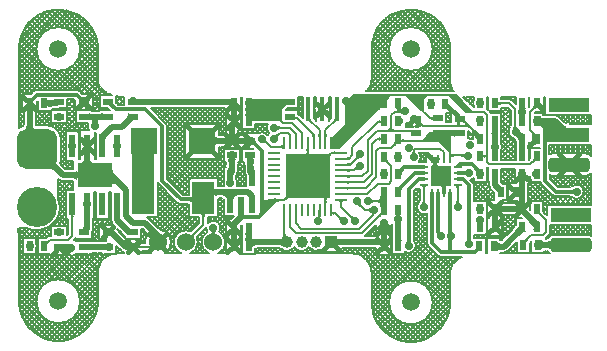
<source format=gtl>
G04*
G04 #@! TF.GenerationSoftware,Altium Limited,Altium Designer,19.1.8 (144)*
G04*
G04 Layer_Physical_Order=1*
G04 Layer_Color=255*
%FSLAX44Y44*%
%MOMM*%
G71*
G01*
G75*
%ADD11C,0.4000*%
%ADD12C,0.2000*%
%ADD17C,0.5000*%
%ADD19R,0.8500X0.6000*%
%ADD20R,0.6000X0.8500*%
%ADD21R,1.9050X2.7940*%
%ADD22C,1.5240*%
%ADD23C,0.7000*%
%ADD24R,0.4000X2.0000*%
%ADD25R,0.2600X1.0800*%
%ADD26R,0.7080X0.2548*%
%ADD27R,0.2548X0.7080*%
%ADD28R,1.7526X1.7526*%
%ADD29R,3.5000X1.2000*%
G04:AMPARAMS|DCode=30|XSize=1.2mm|YSize=3.5mm|CornerRadius=0.3mm|HoleSize=0mm|Usage=FLASHONLY|Rotation=90.000|XOffset=0mm|YOffset=0mm|HoleType=Round|Shape=RoundedRectangle|*
%AMROUNDEDRECTD30*
21,1,1.2000,2.9000,0,0,90.0*
21,1,0.6000,3.5000,0,0,90.0*
1,1,0.6000,1.4500,0.3000*
1,1,0.6000,1.4500,-0.3000*
1,1,0.6000,-1.4500,-0.3000*
1,1,0.6000,-1.4500,0.3000*
%
%ADD30ROUNDEDRECTD30*%
%ADD31R,3.0000X2.1300*%
%ADD32R,0.6000X1.9700*%
%ADD33R,2.2000X2.3000*%
G04:AMPARAMS|DCode=34|XSize=3.4mm|YSize=3.4mm|CornerRadius=0.85mm|HoleSize=0mm|Usage=FLASHONLY|Rotation=180.000|XOffset=0mm|YOffset=0mm|HoleType=Round|Shape=RoundedRectangle|*
%AMROUNDEDRECTD34*
21,1,3.4000,1.7000,0,0,180.0*
21,1,1.7000,3.4000,0,0,180.0*
1,1,1.7000,-0.8500,0.8500*
1,1,1.7000,0.8500,0.8500*
1,1,1.7000,0.8500,-0.8500*
1,1,1.7000,-0.8500,-0.8500*
%
%ADD34ROUNDEDRECTD34*%
%ADD35C,3.4000*%
%ADD36R,1.0800X0.2600*%
%ADD37R,3.7000X3.7000*%
%ADD38R,0.5588X1.3208*%
%ADD59C,0.1700*%
%ADD60C,0.3000*%
%ADD61R,1.8800X7.3450*%
%ADD62R,1.0000X1.0000*%
%ADD63C,1.0000*%
%ADD64C,1.5000*%
G36*
X246969Y403425D02*
X246372Y402808D01*
X245432Y401701D01*
X245090Y401212D01*
X244832Y400766D01*
X244660Y400364D01*
X244572Y400004D01*
X244569Y399687D01*
X244650Y399413D01*
X244817Y399183D01*
X240605Y403395D01*
X240835Y403228D01*
X241109Y403147D01*
X241426Y403150D01*
X241786Y403237D01*
X242188Y403410D01*
X242634Y403668D01*
X243123Y404010D01*
X243655Y404438D01*
X244848Y405547D01*
X246969Y403425D01*
D02*
G37*
G36*
X262780Y397486D02*
X262292Y397410D01*
Y396706D01*
X261341Y396689D01*
X259741Y396551D01*
X259091Y396431D01*
X258542Y396276D01*
X258092Y396087D01*
X257742Y395863D01*
X257491Y395606D01*
X257341Y395313D01*
X257292Y394986D01*
Y403425D01*
X257341Y403099D01*
X257491Y402807D01*
X257742Y402548D01*
X258092Y402325D01*
X258542Y402136D01*
X259091Y401981D01*
X259741Y401861D01*
X259994Y401832D01*
X260331Y401861D01*
X260980Y401981D01*
X261530Y402136D01*
X261980Y402325D01*
X262330Y402548D01*
X262581Y402807D01*
X262731Y403099D01*
X262780Y403425D01*
Y397486D01*
D02*
G37*
G36*
X285139Y405281D02*
X285399Y405061D01*
X285660Y404866D01*
X285921Y404697D01*
X286183Y404553D01*
X286445Y404436D01*
X286709Y404344D01*
X286972Y404277D01*
X287237Y404236D01*
X287502Y404221D01*
X283973Y400822D01*
X283967Y401088D01*
X283935Y401353D01*
X283876Y401618D01*
X283790Y401881D01*
X283678Y402145D01*
X283539Y402407D01*
X283373Y402669D01*
X283180Y402930D01*
X282961Y403190D01*
X282715Y403450D01*
X284880Y405527D01*
X285139Y405281D01*
D02*
G37*
G36*
X545253Y404157D02*
X545960Y403450D01*
X545561Y403037D01*
X544932Y402298D01*
X544703Y401972D01*
X544530Y401675D01*
X544414Y401406D01*
X544355Y401167D01*
X544352Y400956D01*
X544405Y400774D01*
X544515Y400622D01*
X543116Y402020D01*
X541576Y400480D01*
Y399230D01*
X539396Y397050D01*
X540185Y395011D01*
X540086Y395180D01*
X539945Y395281D01*
X539765Y395312D01*
X539543Y395274D01*
X539281Y395167D01*
X538977Y394991D01*
X538633Y394746D01*
X538248Y394432D01*
X537356Y393597D01*
X537274Y394929D01*
X520770Y378424D01*
D01*
X509690Y367345D01*
X510378Y366657D01*
X504251Y360530D01*
X497410D01*
X497348Y360592D01*
Y367799D01*
X497320Y369690D01*
X508848Y381218D01*
Y400318D01*
X515665Y407136D01*
X548231D01*
X545253Y404157D01*
D02*
G37*
G36*
X457780Y400230D02*
X461750D01*
X455640Y394120D01*
Y384177D01*
X427281D01*
X427531Y384427D01*
Y388397D01*
X424311D01*
X424400Y388447D01*
X424480Y388597D01*
X424551Y388847D01*
X424612Y389197D01*
X424663Y389647D01*
X424751Y391370D01*
X424551Y394561D01*
X424480Y394811D01*
X424400Y394961D01*
X424311Y395011D01*
X427531D01*
Y400230D01*
X430238D01*
X430250Y403450D01*
X430300Y403361D01*
X430450Y403281D01*
X430700Y403211D01*
X431050Y403149D01*
X431500Y403098D01*
X433450Y402999D01*
X435250Y402980D01*
Y400230D01*
X449540D01*
X452840Y402980D01*
X453779Y402985D01*
X457336Y403211D01*
X457583Y403281D01*
X457731Y403361D01*
X457780Y403450D01*
Y400230D01*
D02*
G37*
G36*
X333759Y403341D02*
X333909Y403265D01*
X334159Y403199D01*
X334509Y403141D01*
X334959Y403092D01*
X336909Y402998D01*
X338709Y402980D01*
Y397980D01*
X337759Y397976D01*
X334159Y397738D01*
X333909Y397664D01*
X333759Y397580D01*
X333709Y397486D01*
Y403425D01*
X333759Y403341D01*
D02*
G37*
G36*
X638748Y401040D02*
X638809Y400871D01*
X638911Y400720D01*
X639053Y400591D01*
X639235Y400480D01*
X639459Y400391D01*
X639723Y400321D01*
X640027Y400271D01*
X640373Y400241D01*
X640758Y400230D01*
Y398231D01*
X640373Y398220D01*
X640027Y398190D01*
X639723Y398140D01*
X639459Y398070D01*
X639235Y397980D01*
X639053Y397870D01*
X638911Y397741D01*
X638809Y397590D01*
X638748Y397421D01*
X638728Y397230D01*
Y401231D01*
X638748Y401040D01*
D02*
G37*
G36*
X312626Y400304D02*
X312501Y400074D01*
X312473Y399789D01*
X312542Y399447D01*
X312709Y399051D01*
X312973Y398599D01*
X313334Y398091D01*
X313792Y397529D01*
X315001Y396236D01*
X311629Y395365D01*
X311067Y395906D01*
X310035Y396771D01*
X309565Y397095D01*
X309125Y397347D01*
X308716Y397525D01*
X308338Y397632D01*
X307990Y397666D01*
X307673Y397628D01*
X307387Y397517D01*
X312849Y400479D01*
X312626Y400304D01*
D02*
G37*
G36*
X671323Y395011D02*
X671167Y395124D01*
X670984Y395181D01*
X670771D01*
X670531Y395124D01*
X670262Y395011D01*
X669965Y394841D01*
X669640Y394615D01*
X669286Y394332D01*
X668494Y393597D01*
X667080Y395011D01*
X667476Y395421D01*
X668099Y396156D01*
X668325Y396482D01*
X668494Y396779D01*
X668608Y397047D01*
X668664Y397288D01*
Y397500D01*
X668608Y397684D01*
X668494Y397839D01*
X671323Y395011D01*
D02*
G37*
G36*
X617101Y391130D02*
X611241Y391130D01*
X596190Y406180D01*
X602620Y406180D01*
X617101Y391130D01*
D02*
G37*
G36*
X569861Y406080D02*
X573818D01*
X573420Y406700D01*
X573610Y406510D01*
X579360D01*
Y406120D01*
X576020Y402780D01*
Y390760D01*
X568210Y398435D01*
X567928Y397891D01*
X559880Y406080D01*
X566559D01*
X568210Y407180D01*
X569861Y406080D01*
D02*
G37*
G36*
X555830Y395021D02*
X555660Y394960D01*
X555510Y394859D01*
X555380Y394717D01*
X555270Y394534D01*
X555180Y394310D01*
X555110Y394047D01*
X555060Y393742D01*
X555041Y393523D01*
X555077Y393537D01*
X555346Y393682D01*
X555604Y393858D01*
X555849Y394067D01*
X556082Y394308D01*
X556303Y394581D01*
X556513Y394886D01*
X557540Y390095D01*
X557185Y390320D01*
X556497Y390699D01*
X556165Y390854D01*
X555840Y390984D01*
X555523Y391091D01*
X555213Y391174D01*
X554911Y391233D01*
X554617Y391269D01*
X554329Y391281D01*
X553941Y393011D01*
X553020D01*
X553010Y393397D01*
X552980Y393742D01*
X552930Y394047D01*
X552860Y394310D01*
X552770Y394534D01*
X552660Y394717D01*
X552530Y394859D01*
X552380Y394960D01*
X552210Y395021D01*
X552020Y395041D01*
X556020D01*
X555830Y395021D01*
D02*
G37*
G36*
X304440Y385042D02*
X304390Y385132D01*
X304240Y385211D01*
X303990Y385282D01*
X303640Y385343D01*
X303190Y385395D01*
X301868Y385462D01*
X301676Y385457D01*
X300379Y385360D01*
X299862Y385294D01*
X299433Y385215D01*
X299093Y385124D01*
X298839Y385021D01*
X298674Y384906D01*
X298245Y388012D01*
Y390512D01*
X299440Y389522D01*
Y390512D01*
X300390Y390517D01*
X303990Y390742D01*
X304240Y390812D01*
X304390Y390892D01*
X304440Y390981D01*
Y385042D01*
D02*
G37*
G36*
X661902Y394979D02*
X661823Y394883D01*
X661754Y394723D01*
X661694Y394498D01*
X661643Y394210D01*
X661601Y393858D01*
X661546Y392961D01*
X661528Y391843D01*
X661532Y391283D01*
X661694Y389092D01*
X661754Y388856D01*
X661823Y388688D01*
X661902Y388587D01*
X661990Y388553D01*
X656050D01*
X656141Y388587D01*
X656222Y388688D01*
X656294Y388856D01*
X656356Y389092D01*
X656408Y389395D01*
X656451Y389766D01*
X656508Y390710D01*
X656527Y391884D01*
X656523Y392416D01*
X656408Y394210D01*
X656356Y394498D01*
X656294Y394723D01*
X656222Y394883D01*
X656141Y394979D01*
X656050Y395011D01*
X661990D01*
X661902Y394979D01*
D02*
G37*
G36*
X332341Y385073D02*
X331927Y385325D01*
X331447Y385441D01*
X330903Y385422D01*
X330293Y385268D01*
X329619Y384979D01*
X328879Y384555D01*
X328074Y383996D01*
X327205Y383301D01*
X325270Y381507D01*
X321735Y385042D01*
X322406Y385738D01*
X323538Y387062D01*
X323997Y387690D01*
X324386Y388295D01*
X324704Y388878D01*
X324952Y389437D01*
X325129Y389975D01*
X325235Y390490D01*
X325270Y390981D01*
X332341Y385073D01*
D02*
G37*
G36*
X466209Y388419D02*
X466267Y388273D01*
X466362Y388144D01*
X466495Y388033D01*
X466665Y387938D01*
X466873Y387861D01*
X467118Y387801D01*
X467401Y387758D01*
X467721Y387732D01*
X468078Y387724D01*
Y385724D01*
X467725Y385717D01*
X467130Y385664D01*
X466889Y385619D01*
X466684Y385560D01*
X466517Y385487D01*
X466387Y385402D01*
X466294Y385303D01*
X466238Y385192D01*
X466219Y385067D01*
X466189Y388582D01*
X466209Y388419D01*
D02*
G37*
G36*
X292099Y390892D02*
X292249Y390812D01*
X292499Y390742D01*
X292849Y390681D01*
X293299Y390629D01*
X295249Y390531D01*
X297049Y390512D01*
Y385512D01*
X296099Y385507D01*
X292499Y385282D01*
X292249Y385211D01*
X292099Y385132D01*
X292049Y385042D01*
Y390981D01*
X292099Y390892D01*
D02*
G37*
G36*
X583711Y384444D02*
X583691Y384634D01*
X583630Y384804D01*
X583528Y384954D01*
X583386Y385084D01*
X583203Y385194D01*
X582980Y385284D01*
X582716Y385354D01*
X582411Y385404D01*
X582066Y385434D01*
X581680Y385444D01*
Y387444D01*
X582066Y387454D01*
X582411Y387484D01*
X582716Y387534D01*
X582980Y387604D01*
X583203Y387694D01*
X583386Y387804D01*
X583528Y387934D01*
X583630Y388084D01*
X583691Y388254D01*
X583711Y388444D01*
Y384444D01*
D02*
G37*
G36*
X502738Y384184D02*
X502585Y384295D01*
X502404Y384348D01*
X502193Y384345D01*
X501954Y384285D01*
X501685Y384169D01*
X501388Y383997D01*
X501062Y383767D01*
X500707Y383481D01*
X499910Y382740D01*
X498495Y384154D01*
X498895Y384567D01*
X499523Y385306D01*
X499752Y385632D01*
X499925Y385929D01*
X500041Y386198D01*
X500101Y386437D01*
X500104Y386648D01*
X500050Y386830D01*
X499940Y386982D01*
X502738Y384184D01*
D02*
G37*
G36*
X479708Y386830D02*
X479655Y386648D01*
X479658Y386437D01*
X479717Y386198D01*
X479833Y385929D01*
X480006Y385632D01*
X480236Y385306D01*
X480522Y384951D01*
X481263Y384154D01*
X479849Y382740D01*
X479436Y383139D01*
X478697Y383767D01*
X478371Y383997D01*
X478073Y384169D01*
X477805Y384285D01*
X477565Y384345D01*
X477355Y384348D01*
X477173Y384295D01*
X477020Y384184D01*
X479818Y386982D01*
X479708Y386830D01*
D02*
G37*
G36*
X538606Y381809D02*
X538588Y381972D01*
X538532Y382118D01*
X538439Y382247D01*
X538309Y382358D01*
X538142Y382453D01*
X537937Y382530D01*
X537696Y382590D01*
X537417Y382633D01*
X537101Y382659D01*
X536748Y382668D01*
Y384668D01*
X537101Y384676D01*
X537417Y384702D01*
X537696Y384745D01*
X537937Y384805D01*
X538142Y384882D01*
X538309Y384977D01*
X538439Y385089D01*
X538532Y385217D01*
X538588Y385363D01*
X538606Y385527D01*
Y381809D01*
D02*
G37*
G36*
X606810Y383232D02*
X606640Y383172D01*
X606490Y383073D01*
X606360Y382933D01*
X606250Y382752D01*
X606160Y382533D01*
X606090Y382272D01*
X606040Y381973D01*
X606010Y381632D01*
X606000Y381253D01*
X604000D01*
X603990Y381632D01*
X603960Y381973D01*
X603910Y382272D01*
X603840Y382533D01*
X603750Y382752D01*
X603640Y382933D01*
X603510Y383073D01*
X603360Y383172D01*
X603190Y383232D01*
X603000Y383252D01*
X607000D01*
X606810Y383232D01*
D02*
G37*
G36*
X610486Y386081D02*
X610438Y385893D01*
X610445Y385679D01*
X610507Y385437D01*
X610624Y385168D01*
X610796Y384871D01*
X611023Y384548D01*
X611305Y384196D01*
X612034Y383412D01*
X610943Y382044D01*
X613769Y380262D01*
X614769Y377848D01*
X614481Y378117D01*
X614180Y378357D01*
X613868Y378569D01*
X613544Y378753D01*
X613209Y378909D01*
X612861Y379036D01*
X612503Y379135D01*
X612132Y379206D01*
X611749Y379248D01*
X611355Y379262D01*
X609355Y381262D01*
X609721Y381276D01*
X610019Y381319D01*
X610248Y381390D01*
X610409Y381488D01*
X610502Y381616D01*
X610526Y381771D01*
X610482Y381955D01*
X610370Y382167D01*
X610229Y382355D01*
X609611Y382882D01*
X609282Y383114D01*
X608984Y383287D01*
X608717Y383403D01*
X608479Y383460D01*
X608273Y383459D01*
X608097Y383400D01*
X607951Y383283D01*
X610589Y386241D01*
X610486Y386081D01*
D02*
G37*
G36*
X653850Y380646D02*
X653897Y380341D01*
X653976Y380045D01*
X654086Y379758D01*
X654228Y379481D01*
X654400Y379212D01*
X654605Y378953D01*
X654841Y378703D01*
X655108Y378462D01*
X655407Y378231D01*
X650562Y377498D01*
X650804Y377834D01*
X651211Y378491D01*
X651376Y378813D01*
X651516Y379130D01*
X651631Y379442D01*
X651720Y379750D01*
X651784Y380053D01*
X651822Y380351D01*
X651834Y380644D01*
X653835Y380960D01*
X653850Y380646D01*
D02*
G37*
G36*
X244403Y381282D02*
X244478Y380410D01*
X244603Y379644D01*
X244778Y378982D01*
X245003Y378427D01*
X245278Y377976D01*
X245603Y377631D01*
X245978Y377392D01*
X246403Y377258D01*
X246878Y377229D01*
X236887Y376745D01*
X237360Y376822D01*
X237784Y377004D01*
X238157Y377290D01*
X238481Y377682D01*
X238755Y378179D01*
X238979Y378781D01*
X239154Y379487D01*
X239278Y380299D01*
X239353Y381216D01*
X239378Y382238D01*
X244378Y382260D01*
X244403Y381282D01*
D02*
G37*
G36*
X451390Y380780D02*
X451688Y380540D01*
X451987Y380329D01*
X452287Y380145D01*
X452587Y379990D01*
X452888Y379863D01*
X453189Y379764D01*
X453491Y379693D01*
X453793Y379651D01*
X454096Y379637D01*
X454172Y377637D01*
X453864Y377622D01*
X453560Y377577D01*
X453260Y377503D01*
X452964Y377399D01*
X452671Y377265D01*
X452383Y377102D01*
X452099Y376909D01*
X451818Y376686D01*
X451542Y376434D01*
X451269Y376152D01*
X451092Y381049D01*
X451390Y380780D01*
D02*
G37*
G36*
X548794Y378694D02*
X548854Y378354D01*
X548954Y378054D01*
X549094Y377794D01*
X549274Y377574D01*
X549494Y377394D01*
X549754Y377254D01*
X550054Y377154D01*
X550394Y377094D01*
X550774Y377074D01*
X547774Y375074D01*
X544774Y377074D01*
X545154Y377094D01*
X545494Y377154D01*
X545794Y377254D01*
X546054Y377394D01*
X546274Y377574D01*
X546454Y377794D01*
X546594Y378054D01*
X546694Y378354D01*
X546754Y378694D01*
X546774Y379074D01*
X548774D01*
X548794Y378694D01*
D02*
G37*
G36*
X592159Y376870D02*
X592249Y376795D01*
X592255Y376791D01*
X592422Y376717D01*
X592657Y376653D01*
X592959Y376598D01*
X593328Y376554D01*
X594268Y376494D01*
X595476Y376474D01*
Y376404D01*
X595682Y376395D01*
X596517Y376389D01*
Y374261D01*
X597180D01*
Y376389D01*
X598130Y376393D01*
X601981Y376618D01*
X602131Y376679D01*
X602180Y376748D01*
Y370808D01*
X602131Y370919D01*
X601981Y371017D01*
X601730Y371105D01*
X601381Y371180D01*
X600930Y371244D01*
X599730Y371337D01*
X597976Y371373D01*
X597976Y357394D01*
X588685Y366685D01*
X573174D01*
Y366922D01*
X580513Y374261D01*
X581236D01*
Y374974D01*
X581726Y374984D01*
X582629Y375061D01*
X582827Y375094D01*
X582980Y375134D01*
X583203Y375224D01*
X583386Y375334D01*
X583528Y375464D01*
X583630Y375614D01*
X583691Y375784D01*
X583711Y375974D01*
Y375299D01*
X583792Y375322D01*
X584128Y375448D01*
X584438Y375593D01*
X584723Y375758D01*
X584983Y375941D01*
Y374261D01*
X592119D01*
Y376969D01*
X592159Y376870D01*
D02*
G37*
G36*
X565181Y376748D02*
X565211Y374074D01*
X565189Y374264D01*
X565126Y374434D01*
X565023Y374584D01*
X564881Y374714D01*
X564698Y374824D01*
X564474Y374914D01*
X564211Y374984D01*
X563908Y375034D01*
X563564Y375064D01*
X563181Y375074D01*
Y377074D01*
X565181Y376748D01*
D02*
G37*
G36*
X638669Y380064D02*
X638589Y379914D01*
X638519Y379664D01*
X638458Y379314D01*
X638406Y378864D01*
X638324Y377228D01*
X638519Y374106D01*
X638589Y373856D01*
X638669Y373706D01*
X638758Y373656D01*
X632819D01*
X632909Y373706D01*
X632988Y373856D01*
X633059Y374106D01*
X633120Y374456D01*
X633172Y374906D01*
X633254Y376542D01*
X633059Y379664D01*
X632988Y379914D01*
X632909Y380064D01*
X632819Y380114D01*
X638758D01*
X638669Y380064D01*
D02*
G37*
G36*
X493379Y372607D02*
X493473Y371307D01*
X493508Y371167D01*
X493549Y371067D01*
X493595Y371007D01*
X493646Y370987D01*
X491107D01*
X491158Y371007D01*
X491204Y371067D01*
X491244Y371167D01*
X491279Y371307D01*
X491309Y371487D01*
X491333Y371707D01*
X491374Y372607D01*
X491376Y372987D01*
X493376D01*
X493379Y372607D01*
D02*
G37*
G36*
X488379D02*
X488473Y371307D01*
X488508Y371167D01*
X488549Y371067D01*
X488595Y371007D01*
X488646Y370987D01*
X486107D01*
X486158Y371007D01*
X486204Y371067D01*
X486244Y371167D01*
X486279Y371307D01*
X486309Y371487D01*
X486333Y371707D01*
X486374Y372607D01*
X486376Y372987D01*
X488376D01*
X488379Y372607D01*
D02*
G37*
G36*
X483313Y372207D02*
X483363Y371529D01*
X483393Y371363D01*
X483430Y371228D01*
X483474Y371122D01*
X483525Y371047D01*
X483582Y371002D01*
X483646Y370987D01*
X481107D01*
X481145Y371002D01*
X481180Y371047D01*
X481210Y371122D01*
X481236Y371228D01*
X481259Y371363D01*
X481277Y371529D01*
X481307Y372207D01*
X481309Y372493D01*
X483309D01*
X483313Y372207D01*
D02*
G37*
G36*
X473379Y372607D02*
X473473Y371307D01*
X473508Y371167D01*
X473549Y371067D01*
X473595Y371007D01*
X473646Y370987D01*
X471107D01*
X471158Y371007D01*
X471204Y371067D01*
X471244Y371167D01*
X471279Y371307D01*
X471309Y371487D01*
X471333Y371707D01*
X471374Y372607D01*
X471376Y372987D01*
X473376D01*
X473379Y372607D01*
D02*
G37*
G36*
X468379D02*
X468473Y371307D01*
X468508Y371167D01*
X468549Y371067D01*
X468595Y371007D01*
X468646Y370987D01*
X466107D01*
X466158Y371007D01*
X466204Y371067D01*
X466244Y371167D01*
X466279Y371307D01*
X466309Y371487D01*
X466333Y371707D01*
X466374Y372607D01*
X466376Y372987D01*
X468376D01*
X468379Y372607D01*
D02*
G37*
G36*
X463302Y372197D02*
X463354Y371525D01*
X463385Y371360D01*
X463423Y371226D01*
X463469Y371121D01*
X463521Y371046D01*
X463580Y371002D01*
X463646Y370987D01*
X461107D01*
X461143Y371002D01*
X461176Y371046D01*
X461204Y371121D01*
X461229Y371226D01*
X461250Y371360D01*
X461281Y371719D01*
X461296Y372197D01*
X461298Y372481D01*
X463298D01*
X463302Y372197D01*
D02*
G37*
G36*
X668905Y374675D02*
X669640Y374052D01*
X669965Y373826D01*
X670262Y373656D01*
X670531Y373543D01*
X670771Y373487D01*
X670984D01*
X671167Y373543D01*
X671323Y373656D01*
X670827Y373160D01*
X671248Y372918D01*
X671933Y372571D01*
X669420Y371754D01*
X668494Y370828D01*
X668608Y370984D01*
X668664Y371167D01*
Y371379D01*
X668636Y371498D01*
X667348Y371079D01*
X667490Y371376D01*
X667592Y371666D01*
X667653Y371951D01*
X667674Y372230D01*
X667655Y372504D01*
X667596Y372771D01*
X667497Y373032D01*
X667357Y373288D01*
X667177Y373537D01*
X666956Y373781D01*
X667298Y373874D01*
X668494Y375070D01*
X668905Y374675D01*
D02*
G37*
G36*
X453110Y372281D02*
X452905Y372055D01*
X452721Y371811D01*
X452559Y371547D01*
X452417Y371264D01*
X452297Y370962D01*
X452199Y370640D01*
X452121Y370299D01*
X452065Y369939D01*
X452030Y369560D01*
X452017Y369162D01*
X448612Y372685D01*
X449006Y372686D01*
X449383Y372709D01*
X449740Y372756D01*
X450079Y372825D01*
X450399Y372917D01*
X450700Y373032D01*
X450984Y373169D01*
X451248Y373330D01*
X451494Y373514D01*
X451721Y373720D01*
X453110Y372281D01*
D02*
G37*
G36*
X656207Y376314D02*
X658446Y374379D01*
X659040Y373967D01*
X659558Y373671D01*
X660000Y373493D01*
X660365Y373431D01*
X660655Y373485D01*
X660868Y373656D01*
X656050Y367356D01*
X656163Y367628D01*
X656149Y367985D01*
X656010Y368429D01*
X655744Y368957D01*
X655352Y369572D01*
X654834Y370272D01*
X653421Y371928D01*
X651503Y373927D01*
X655309Y377192D01*
X656207Y376314D01*
D02*
G37*
G36*
X538606Y367124D02*
X538587Y367314D01*
X538526Y367484D01*
X538427Y367634D01*
X538287Y367764D01*
X538106Y367874D01*
X537887Y367964D01*
X537626Y368034D01*
X537327Y368084D01*
X536987Y368114D01*
X536606Y368124D01*
Y370124D01*
X536987Y370134D01*
X537327Y370164D01*
X537626Y370214D01*
X537887Y370284D01*
X538106Y370374D01*
X538287Y370484D01*
X538427Y370614D01*
X538526Y370764D01*
X538587Y370934D01*
X538606Y371124D01*
Y367124D01*
D02*
G37*
G36*
X309855Y374020D02*
X308864Y372994D01*
X307306Y371155D01*
X306738Y370341D01*
X306311Y369599D01*
X306025Y368927D01*
X305879Y368326D01*
X305875Y367796D01*
X306012Y367337D01*
X306289Y366949D01*
X300380Y372944D01*
X300668Y372979D01*
X301000Y373085D01*
X301376Y373262D01*
X301796Y373510D01*
X302260Y373828D01*
X303321Y374676D01*
X304559Y375808D01*
X305244Y376479D01*
X309855Y374020D01*
D02*
G37*
G36*
X674480Y388226D02*
X674621Y387934D01*
X674855Y387676D01*
X675182Y387453D01*
X675603Y387263D01*
X676117Y387109D01*
X676725Y386988D01*
X677427Y386902D01*
X678222Y386851D01*
X679111Y386834D01*
Y384334D01*
X688726D01*
X690693Y382368D01*
X692259D01*
X692971Y381690D01*
X693683Y381084D01*
X694393Y380549D01*
X695102Y380085D01*
X695810Y379693D01*
X696516Y379372D01*
X697221Y379122D01*
X697925Y378944D01*
X698628Y378837D01*
X699330Y378801D01*
X694259D01*
X700740Y372320D01*
X700730Y371910D01*
X695680Y366860D01*
X677940D01*
Y376630D01*
X674436Y380134D01*
X674434Y380114D01*
Y380136D01*
X670236Y384334D01*
X674434D01*
Y388553D01*
X674480Y388226D01*
D02*
G37*
G36*
X556979Y369460D02*
X557040Y369290D01*
X557142Y369140D01*
X557284Y369010D01*
X557467Y368900D01*
X557690Y368810D01*
X557954Y368740D01*
X558259Y368690D01*
X558604Y368660D01*
X558989Y368650D01*
Y366650D01*
X558604Y366640D01*
X558259Y366610D01*
X557954Y366560D01*
X557690Y366490D01*
X557467Y366400D01*
X557284Y366290D01*
X557142Y366160D01*
X557040Y366010D01*
X556979Y365840D01*
X556959Y365650D01*
Y369650D01*
X556979Y369460D01*
D02*
G37*
G36*
X553879Y364905D02*
X553723Y365018D01*
X553540Y365075D01*
X553327D01*
X553087Y365018D01*
X552818Y364905D01*
X552521Y364735D01*
X552196Y364509D01*
X551842Y364226D01*
X551050Y363491D01*
X549636Y364905D01*
X550032Y365315D01*
X550654Y366050D01*
X550881Y366376D01*
X551050Y366673D01*
X551164Y366941D01*
X551220Y367182D01*
Y367394D01*
X551164Y367578D01*
X551050Y367733D01*
X553879Y364905D01*
D02*
G37*
G36*
X441886Y369364D02*
X442291Y368270D01*
X442442Y367951D01*
X442766Y367381D01*
X442940Y367131D01*
X443122Y366903D01*
X443312Y366698D01*
X442320Y364861D01*
X442082Y365076D01*
X441832Y365257D01*
X441569Y365404D01*
X441294Y365518D01*
X441006Y365598D01*
X440706Y365645D01*
X440394Y365658D01*
X440069Y365637D01*
X439731Y365582D01*
X439381Y365494D01*
X441767Y369774D01*
X441886Y369364D01*
D02*
G37*
G36*
X433084Y367725D02*
X433148Y367468D01*
X433236Y367210D01*
X433345Y366952D01*
X433478Y366695D01*
X433633Y366437D01*
X433812Y366179D01*
X434013Y365921D01*
X434237Y365663D01*
X434483Y365405D01*
X432662Y362984D01*
X432401Y363230D01*
X432140Y363446D01*
X431878Y363633D01*
X431616Y363790D01*
X431355Y363918D01*
X431093Y364015D01*
X430830Y364083D01*
X430568Y364121D01*
X430305Y364130D01*
X430043Y364109D01*
X433042Y367983D01*
X433084Y367725D01*
D02*
G37*
G36*
X398489Y372101D02*
X398640Y371676D01*
X398892Y371301D01*
X399244Y370976D01*
X399697Y370701D01*
X400250Y370476D01*
X400904Y370301D01*
X401659Y370176D01*
X402514Y370101D01*
X403470Y370076D01*
Y365076D01*
X402514Y365051D01*
X401659Y364976D01*
X400904Y364851D01*
X400250Y364676D01*
X399697Y364451D01*
X399244Y364176D01*
X398892Y363851D01*
X398640Y363476D01*
X398489Y363051D01*
X398439Y362576D01*
Y372576D01*
X398489Y372101D01*
D02*
G37*
G36*
X638616Y365218D02*
X638541Y365128D01*
X638474Y364979D01*
X638416Y364771D01*
X638368Y364503D01*
X638328Y364176D01*
X638275Y363344D01*
X638257Y362274D01*
X633257D01*
X633252Y362833D01*
X633148Y364481D01*
X633099Y364746D01*
X633042Y364952D01*
X632977Y365099D01*
X632902Y365188D01*
X632819Y365217D01*
X638700Y365248D01*
X638616Y365218D01*
D02*
G37*
G36*
X456137Y360500D02*
X456117Y360690D01*
X456056Y360860D01*
X455955Y361010D01*
X455812Y361140D01*
X455630Y361250D01*
X455406Y361340D01*
X455142Y361410D01*
X454838Y361460D01*
X454493Y361490D01*
X454107Y361500D01*
Y363500D01*
X454493Y363510D01*
X454838Y363540D01*
X455142Y363590D01*
X455406Y363660D01*
X455630Y363750D01*
X455812Y363860D01*
X455955Y363990D01*
X456056Y364140D01*
X456117Y364310D01*
X456137Y364500D01*
Y360500D01*
D02*
G37*
G36*
X661900Y365167D02*
X661821Y365017D01*
X661750Y364767D01*
X661689Y364417D01*
X661637Y363967D01*
X661555Y362331D01*
X661750Y359210D01*
X661821Y358960D01*
X661900Y358810D01*
X661990Y358759D01*
X656050D01*
X656140Y358810D01*
X656219Y358960D01*
X656290Y359210D01*
X656351Y359560D01*
X656403Y360009D01*
X656485Y361646D01*
X656290Y364767D01*
X656219Y365017D01*
X656140Y365167D01*
X656050Y365217D01*
X661990D01*
X661900Y365167D01*
D02*
G37*
G36*
X638262Y361554D02*
X638382Y359622D01*
X638437Y359312D01*
X638503Y359070D01*
X638578Y358898D01*
X638663Y358794D01*
X638758Y358759D01*
X632819D01*
X632902Y358794D01*
X632977Y358898D01*
X633042Y359070D01*
X633099Y359312D01*
X633148Y359622D01*
X633218Y360450D01*
X633252Y361554D01*
X633257Y362210D01*
X638257D01*
X638262Y361554D01*
D02*
G37*
G36*
X478595Y360228D02*
X478549Y360168D01*
X478508Y360068D01*
X478473Y359928D01*
X478444Y359748D01*
X478419Y359528D01*
X478379Y358628D01*
X478376Y358248D01*
X476376D01*
X476374Y358628D01*
X476279Y359928D01*
X476244Y360068D01*
X476204Y360168D01*
X476158Y360228D01*
X476107Y360248D01*
X478646D01*
X478595Y360228D01*
D02*
G37*
G36*
X568130Y359046D02*
X568140Y358700D01*
X568169Y358375D01*
X568217Y358070D01*
X568285Y357787D01*
X568373Y357524D01*
X568480Y357283D01*
X568606Y357062D01*
X568752Y356862D01*
X568917Y356682D01*
X569101Y356524D01*
X565105Y356695D01*
X565300Y356837D01*
X565474Y357001D01*
X565628Y357188D01*
X565761Y357398D01*
X565874Y357631D01*
X565966Y357886D01*
X566038Y358164D01*
X566089Y358465D01*
X566120Y358789D01*
X566130Y359135D01*
X568130Y359046D01*
D02*
G37*
G36*
X500157Y356198D02*
X500137Y356249D01*
X500077Y356295D01*
X499977Y356335D01*
X499837Y356370D01*
X499657Y356400D01*
X499437Y356424D01*
X498537Y356464D01*
X498157Y356467D01*
Y358467D01*
X498537Y358470D01*
X499837Y358564D01*
X499977Y358599D01*
X500077Y358640D01*
X500137Y358685D01*
X500157Y358737D01*
Y356198D01*
D02*
G37*
G36*
X478386Y357551D02*
X478416Y357206D01*
X478466Y356901D01*
X478536Y356637D01*
X478626Y356414D01*
X478736Y356231D01*
X478866Y356089D01*
X479016Y355987D01*
X479186Y355926D01*
X479376Y355906D01*
X475376D01*
X475566Y355926D01*
X475736Y355987D01*
X475886Y356089D01*
X476016Y356231D01*
X476126Y356414D01*
X476216Y356637D01*
X476286Y356901D01*
X476336Y357206D01*
X476366Y357551D01*
X476376Y357937D01*
X478376D01*
X478386Y357551D01*
D02*
G37*
G36*
X497260Y355937D02*
X496861Y355524D01*
X496233Y354785D01*
X496003Y354459D01*
X495831Y354161D01*
X495714Y353893D01*
X495655Y353653D01*
X495652Y353443D01*
X495705Y353261D01*
X495815Y353108D01*
X493018Y355906D01*
X493170Y355796D01*
X493352Y355742D01*
X493563Y355746D01*
X493802Y355805D01*
X494071Y355921D01*
X494368Y356094D01*
X494694Y356324D01*
X495049Y356609D01*
X495846Y357351D01*
X497260Y355937D01*
D02*
G37*
G36*
X593606Y357259D02*
X593691Y355960D01*
X593723Y355820D01*
X593759Y355720D01*
X593801Y355659D01*
X593847Y355639D01*
X591360D01*
X591406Y355659D01*
X591447Y355720D01*
X591484Y355820D01*
X591516Y355960D01*
X591542Y356139D01*
X591581Y356620D01*
X591603Y357640D01*
X593603D01*
X593606Y357259D01*
D02*
G37*
G36*
X600847Y354193D02*
X600463Y354183D01*
X600120Y354152D01*
X599817Y354103D01*
X599553Y354033D01*
X599330Y353942D01*
X599147Y353833D01*
X599004Y353703D01*
X598902Y353553D01*
X598839Y353382D01*
X598816Y353192D01*
X598847Y355639D01*
X600847Y356193D01*
Y354193D01*
D02*
G37*
G36*
X609947Y353131D02*
X609823Y353333D01*
X609673Y353513D01*
X609499Y353673D01*
X609300Y353811D01*
X609076Y353927D01*
X608828Y354023D01*
X608555Y354097D01*
X608257Y354150D01*
X607935Y354182D01*
X607588Y354193D01*
X607842Y356193D01*
X608187Y356202D01*
X608514Y356229D01*
X608821Y356274D01*
X609108Y356338D01*
X609377Y356420D01*
X609626Y356520D01*
X609856Y356638D01*
X610066Y356775D01*
X610258Y356929D01*
X610430Y357102D01*
X609947Y353131D01*
D02*
G37*
G36*
X626334Y356350D02*
X626394Y356180D01*
X626494Y356030D01*
X626634Y355900D01*
X626814Y355790D01*
X627034Y355700D01*
X627294Y355630D01*
X627594Y355580D01*
X627934Y355550D01*
X628314Y355540D01*
Y353540D01*
X627934Y353530D01*
X627594Y353500D01*
X627294Y353450D01*
X627034Y353380D01*
X626814Y353290D01*
X626634Y353180D01*
X626494Y353050D01*
X626394Y352900D01*
X626334Y352730D01*
X626314Y352540D01*
Y356540D01*
X626334Y356350D01*
D02*
G37*
G36*
X521939Y352500D02*
X521540Y352486D01*
X521161Y352451D01*
X520801Y352394D01*
X520460Y352317D01*
X520138Y352218D01*
X519836Y352098D01*
X519553Y351956D01*
X519289Y351794D01*
X519044Y351610D01*
X518819Y351405D01*
X517378Y352792D01*
X517585Y353020D01*
X517768Y353265D01*
X517929Y353530D01*
X518067Y353813D01*
X518181Y354114D01*
X518273Y354435D01*
X518342Y354773D01*
X518388Y355131D01*
X518411Y355507D01*
X518411Y355901D01*
X521939Y352500D01*
D02*
G37*
G36*
X510911Y353698D02*
X510956Y353664D01*
X511031Y353633D01*
X511137Y353607D01*
X511273Y353584D01*
X511438Y353566D01*
X512116Y353536D01*
X512402Y353534D01*
Y351534D01*
X512116Y351530D01*
X511438Y351480D01*
X511273Y351450D01*
X511137Y351413D01*
X511031Y351369D01*
X510956Y351319D01*
X510911Y351261D01*
X510896Y351198D01*
Y353737D01*
X510911Y353698D01*
D02*
G37*
G36*
X342125Y355681D02*
X341700Y355531D01*
X341325Y355280D01*
X341000Y354930D01*
X340725Y354481D01*
X340500Y353931D01*
X340325Y353280D01*
X340200Y352531D01*
X340125Y351680D01*
X340100Y350731D01*
X335100D01*
X335075Y351680D01*
X335000Y352531D01*
X334875Y353280D01*
X334700Y353931D01*
X334475Y354481D01*
X334200Y354930D01*
X333875Y355280D01*
X333500Y355531D01*
X333075Y355681D01*
X332600Y355731D01*
X342600D01*
X342125Y355681D01*
D02*
G37*
G36*
X671323Y350321D02*
X671167Y350434D01*
X670984Y350490D01*
X670771D01*
X670531Y350434D01*
X670262Y350321D01*
X669965Y350151D01*
X669640Y349925D01*
X669286Y349642D01*
X668494Y348906D01*
X667080Y350321D01*
X667476Y350731D01*
X668099Y351466D01*
X668325Y351791D01*
X668494Y352088D01*
X668608Y352357D01*
X668664Y352597D01*
Y352809D01*
X668608Y352993D01*
X668494Y353149D01*
X671323Y350321D01*
D02*
G37*
G36*
X544405Y352527D02*
X544352Y352346D01*
X544355Y352135D01*
X544414Y351896D01*
X544530Y351627D01*
X544703Y351330D01*
X544932Y351004D01*
X545218Y350649D01*
X545960Y349852D01*
X544546Y348438D01*
X544133Y348837D01*
X543394Y349465D01*
X543067Y349694D01*
X542770Y349867D01*
X542502Y349983D01*
X542262Y350043D01*
X542052Y350046D01*
X541870Y349992D01*
X541717Y349882D01*
X544515Y352680D01*
X544405Y352527D01*
D02*
G37*
G36*
X293168Y353305D02*
X293620D01*
X293530Y353255D01*
X293451Y353105D01*
X293380Y352855D01*
X293319Y352505D01*
X293269Y352069D01*
X293375Y351428D01*
X293550Y350774D01*
X293775Y350221D01*
X294050Y349768D01*
X294375Y349416D01*
X294750Y349165D01*
X295175Y349014D01*
X295650Y348964D01*
X293157D01*
X293150Y348305D01*
X288150D01*
X288147Y348964D01*
X285650D01*
X286125Y349014D01*
X286550Y349165D01*
X286925Y349416D01*
X287250Y349768D01*
X287525Y350221D01*
X287750Y350774D01*
X287925Y351428D01*
X287986Y351797D01*
X287920Y352855D01*
X287850Y353105D01*
X287770Y353255D01*
X287680Y353305D01*
X288132D01*
X288150Y353994D01*
X293150D01*
X293168Y353305D01*
D02*
G37*
G36*
X607387Y346939D02*
X607335Y346881D01*
X607301Y346830D01*
X607284Y346784D01*
X607285Y346745D01*
X607303Y346711D01*
X607340Y346684D01*
X607393Y346662D01*
X607465Y346647D01*
X607554Y346638D01*
X607661Y346635D01*
X602323D01*
X602445Y346659D01*
X602606Y346732D01*
X602805Y346853D01*
X603042Y347023D01*
X603631Y347508D01*
X604372Y348187D01*
X605266Y349061D01*
X607387Y346939D01*
D02*
G37*
G36*
X586618Y349079D02*
X586663Y348564D01*
X586738Y348109D01*
X586843Y347715D01*
X586978Y347382D01*
X587143Y347109D01*
X587338Y346897D01*
X587563Y346745D01*
X587818Y346654D01*
X588103Y346624D01*
X582103D01*
X582388Y346654D01*
X582643Y346745D01*
X582868Y346897D01*
X583063Y347109D01*
X583228Y347382D01*
X583363Y347715D01*
X583468Y348109D01*
X583543Y348564D01*
X583588Y349079D01*
X583603Y349655D01*
X586603D01*
X586618Y349079D01*
D02*
G37*
G36*
X510916Y348685D02*
X510976Y348640D01*
X511076Y348599D01*
X511216Y348564D01*
X511396Y348535D01*
X511616Y348510D01*
X512516Y348470D01*
X512896Y348467D01*
Y346467D01*
X512516Y346464D01*
X511216Y346370D01*
X511076Y346335D01*
X510976Y346295D01*
X510916Y346249D01*
X510896Y346198D01*
Y348737D01*
X510916Y348685D01*
D02*
G37*
G36*
X521185Y343101D02*
X520819Y343164D01*
X520468Y343197D01*
X520131Y343199D01*
X519808Y343171D01*
X519500Y343112D01*
X519207Y343022D01*
X518928Y342901D01*
X518664Y342750D01*
X518414Y342568D01*
X518179Y342355D01*
X517062Y344068D01*
X517258Y344280D01*
X517441Y344515D01*
X517612Y344771D01*
X517772Y345049D01*
X517919Y345350D01*
X518053Y345672D01*
X518176Y346016D01*
X518385Y346770D01*
X518472Y347180D01*
X521185Y343101D01*
D02*
G37*
G36*
X559111Y343238D02*
X558514Y342620D01*
X557574Y341513D01*
X557232Y341024D01*
X556974Y340578D01*
X556802Y340176D01*
X556714Y339816D01*
X556711Y339499D01*
X556792Y339226D01*
X556959Y338995D01*
X552747Y343207D01*
X552977Y343041D01*
X553251Y342959D01*
X553568Y342962D01*
X553927Y343050D01*
X554330Y343223D01*
X554776Y343480D01*
X555265Y343823D01*
X555797Y344250D01*
X556990Y345359D01*
X559111Y343238D01*
D02*
G37*
G36*
X432834Y352112D02*
X432542Y351962D01*
X432284Y351712D01*
X432060Y351362D01*
X431871Y350912D01*
X431716Y350362D01*
X431596Y349712D01*
X431510Y348962D01*
X431458Y348112D01*
X431446Y347440D01*
X431458Y346768D01*
X431596Y345169D01*
X431716Y344519D01*
X431871Y343969D01*
X432060Y343518D01*
X432284Y343168D01*
X432542Y342919D01*
X432834Y342769D01*
X433161Y342719D01*
X427634D01*
X427407Y342769D01*
X427204Y342919D01*
X427025Y343169D01*
X426870Y343518D01*
X426739Y343969D01*
X426632Y344519D01*
X426549Y345168D01*
X426453Y346768D01*
X426448Y347162D01*
X426441D01*
X426424Y348112D01*
X426286Y349712D01*
X426166Y350362D01*
X426011Y350912D01*
X425822Y351362D01*
X425599Y351712D01*
X425341Y351962D01*
X425048Y352112D01*
X424722Y352162D01*
X433161D01*
X432834Y352112D01*
D02*
G37*
G36*
X416950Y352112D02*
X416658Y351962D01*
X416400Y351712D01*
X416176Y351362D01*
X415987Y350912D01*
X415832Y350362D01*
X415712Y349712D01*
X415626Y348962D01*
X415574Y348112D01*
X415557Y347162D01*
X415424D01*
X414365Y342719D01*
X408838D01*
X409164Y342769D01*
X409457Y342919D01*
X409715Y343169D01*
X409938Y343518D01*
X410127Y343969D01*
X410282Y344519D01*
X410402Y345168D01*
X410488Y345919D01*
X410540Y346768D01*
X410552Y347440D01*
X410540Y348112D01*
X410402Y349712D01*
X410282Y350362D01*
X410127Y350912D01*
X409938Y351362D01*
X409715Y351712D01*
X409457Y351962D01*
X409164Y352112D01*
X408838Y352162D01*
X417277D01*
X416950Y352112D01*
D02*
G37*
G36*
X510916Y343685D02*
X510976Y343640D01*
X511076Y343599D01*
X511216Y343564D01*
X511396Y343535D01*
X511616Y343510D01*
X512516Y343470D01*
X512896Y343467D01*
Y341467D01*
X512516Y341464D01*
X511216Y341370D01*
X511076Y341335D01*
X510976Y341295D01*
X510916Y341249D01*
X510896Y341198D01*
Y343737D01*
X510916Y343685D01*
D02*
G37*
G36*
X264662Y350065D02*
X264497Y349633D01*
X264455Y349149D01*
X264537Y348611D01*
X264743Y348019D01*
X265072Y347374D01*
X265525Y346676D01*
X266101Y345924D01*
X266801Y345118D01*
X267625Y344260D01*
X264090Y340724D01*
X263231Y341548D01*
X261674Y342825D01*
X260975Y343278D01*
X260330Y343607D01*
X259739Y343812D01*
X259200Y343894D01*
X258716Y343853D01*
X258285Y343687D01*
X257907Y343398D01*
X264951Y350442D01*
X264662Y350065D01*
D02*
G37*
G36*
X295490Y339904D02*
X295557Y339860D01*
X295789Y339732D01*
X296012Y339622D01*
X296227Y339533D01*
X296433Y339464D01*
X296630Y339414D01*
X296819Y339384D01*
X297000Y339374D01*
Y337374D01*
X296819Y337365D01*
X296630Y337335D01*
X296433Y337285D01*
X296227Y337216D01*
X296012Y337126D01*
X295789Y337017D01*
X295557Y336888D01*
X295490Y336844D01*
Y336382D01*
X295232Y336571D01*
X295150Y336624D01*
X295068Y336571D01*
X294811Y336382D01*
Y336844D01*
X294743Y336888D01*
X294511Y337017D01*
X294288Y337126D01*
X294073Y337216D01*
X293867Y337285D01*
X293670Y337335D01*
X293481Y337365D01*
X293300Y337374D01*
Y339374D01*
X293481Y339384D01*
X293670Y339414D01*
X293867Y339464D01*
X294073Y339533D01*
X294288Y339622D01*
X294511Y339732D01*
X294743Y339860D01*
X294811Y339904D01*
Y340366D01*
X295068Y340178D01*
X295150Y340125D01*
X295232Y340178D01*
X295490Y340366D01*
Y339904D01*
D02*
G37*
G36*
X620993Y345387D02*
X622100Y344448D01*
X622589Y344105D01*
X623035Y343848D01*
X623437Y343675D01*
X623797Y343587D01*
X624114Y343584D01*
X624387Y343666D01*
X624618Y343832D01*
X624034Y343249D01*
X624114Y343229D01*
X623826Y343040D01*
X620406Y339620D01*
X620573Y339851D01*
X620654Y340124D01*
X620651Y340441D01*
X620563Y340801D01*
X620531Y340876D01*
X620019Y340540D01*
X620058Y340796D01*
X620066Y341053D01*
X620042Y341311D01*
X619987Y341569D01*
X619899Y341828D01*
X619780Y342088D01*
X619646Y342318D01*
X619363Y342670D01*
X618254Y343863D01*
X620375Y345984D01*
X620993Y345387D01*
D02*
G37*
G36*
X611784Y338003D02*
X611580Y338172D01*
X611359Y338324D01*
X611121Y338457D01*
X610867Y338573D01*
X610595Y338671D01*
X610306Y338751D01*
X610000Y338814D01*
X609678Y338858D01*
X609338Y338885D01*
X608981Y338894D01*
X608796Y341894D01*
X609154Y341904D01*
X609492Y341934D01*
X609812Y341984D01*
X610112Y342054D01*
X610393Y342144D01*
X610656Y342254D01*
X610898Y342385D01*
X611122Y342535D01*
X611326Y342705D01*
X611512Y342896D01*
X611784Y338003D01*
D02*
G37*
G36*
X587702Y342458D02*
X587962Y342238D01*
X588223Y342044D01*
X588485Y341877D01*
X588747Y341736D01*
X589010Y341621D01*
X589273Y341532D01*
X589538Y341469D01*
X589803Y341432D01*
X590068Y341422D01*
X586604Y337957D01*
X586593Y338223D01*
X586557Y338488D01*
X586494Y338752D01*
X586405Y339016D01*
X586290Y339278D01*
X586148Y339541D01*
X585981Y339802D01*
X585787Y340063D01*
X585568Y340323D01*
X585322Y340582D01*
X587443Y342704D01*
X587702Y342458D01*
D02*
G37*
G36*
X510916Y338685D02*
X510976Y338640D01*
X511076Y338599D01*
X511216Y338564D01*
X511396Y338535D01*
X511616Y338510D01*
X512516Y338470D01*
X512896Y338467D01*
Y336467D01*
X512516Y336464D01*
X511216Y336370D01*
X511076Y336335D01*
X510976Y336295D01*
X510916Y336249D01*
X510896Y336198D01*
Y338737D01*
X510916Y338685D01*
D02*
G37*
G36*
X282061Y333374D02*
X282011Y333849D01*
X281860Y334274D01*
X281608Y334649D01*
X281256Y334974D01*
X280803Y335249D01*
X280250Y335474D01*
X279596Y335649D01*
X278841Y335774D01*
X277986Y335849D01*
X277031Y335874D01*
Y340874D01*
X277986Y340899D01*
X278841Y340974D01*
X279596Y341099D01*
X280250Y341274D01*
X280803Y341499D01*
X281256Y341774D01*
X281608Y342099D01*
X281860Y342474D01*
X282011Y342899D01*
X282061Y343374D01*
Y333374D01*
D02*
G37*
G36*
X340125Y337189D02*
X340200Y336339D01*
X340325Y335589D01*
X340500Y334939D01*
X340725Y334389D01*
X341000Y333940D01*
X341325Y333590D01*
X341700Y333340D01*
X342125Y333190D01*
X342600Y333139D01*
X332600D01*
X333075Y333190D01*
X333500Y333340D01*
X333875Y333590D01*
X334200Y333940D01*
X334475Y334389D01*
X334700Y334939D01*
X334875Y335589D01*
X335000Y336339D01*
X335075Y337189D01*
X335100Y338139D01*
X340100D01*
X340125Y337189D01*
D02*
G37*
G36*
X510916Y333685D02*
X510976Y333640D01*
X511076Y333599D01*
X511216Y333564D01*
X511396Y333535D01*
X511616Y333510D01*
X512516Y333470D01*
X512896Y333467D01*
Y331467D01*
X512516Y331464D01*
X511216Y331370D01*
X511076Y331335D01*
X510976Y331295D01*
X510916Y331249D01*
X510896Y331198D01*
Y333737D01*
X510916Y333685D01*
D02*
G37*
G36*
X312023Y343577D02*
X312182Y342817D01*
X312447Y342021D01*
X312818Y341190D01*
X313295Y340324D01*
X313879Y339422D01*
X314568Y338486D01*
X316265Y336506D01*
X317273Y335463D01*
X315505Y330159D01*
X314833Y330796D01*
X314232Y331291D01*
X313702Y331644D01*
X313242Y331856D01*
X312853Y331927D01*
X312535Y331856D01*
X312288Y331644D01*
X312111Y331291D01*
X312005Y330796D01*
X311970Y330159D01*
Y344301D01*
X312023Y343577D01*
D02*
G37*
G36*
X559111Y328957D02*
X558479Y328305D01*
X557494Y327152D01*
X557140Y326652D01*
X556878Y326202D01*
X556710Y325803D01*
X556633Y325455D01*
X556649Y325157D01*
X556758Y324911D01*
X556959Y324715D01*
X551974Y328154D01*
X552250Y328033D01*
X552583Y328010D01*
X552971Y328085D01*
X553417Y328258D01*
X553919Y328531D01*
X554478Y328901D01*
X555093Y329370D01*
X556493Y330603D01*
X557278Y331367D01*
X559111Y328957D01*
D02*
G37*
G36*
X606113Y329189D02*
X605943Y329128D01*
X605793Y329026D01*
X605663Y328884D01*
X605553Y328701D01*
X605463Y328478D01*
X605393Y328214D01*
X605343Y327910D01*
X605313Y327564D01*
X605303Y327178D01*
X603303D01*
X603293Y327564D01*
X603263Y327910D01*
X603213Y328214D01*
X603143Y328478D01*
X603053Y328701D01*
X602943Y328884D01*
X602813Y329026D01*
X602663Y329128D01*
X602493Y329189D01*
X602303Y329209D01*
X606303D01*
X606113Y329189D01*
D02*
G37*
G36*
X577591D02*
X577421Y329128D01*
X577271Y329026D01*
X577141Y328884D01*
X577031Y328701D01*
X576941Y328478D01*
X576871Y328214D01*
X576821Y327910D01*
X576791Y327564D01*
X576781Y327178D01*
X574781D01*
X574771Y327564D01*
X574741Y327910D01*
X574691Y328214D01*
X574621Y328478D01*
X574531Y328701D01*
X574421Y328884D01*
X574291Y329026D01*
X574141Y329128D01*
X573971Y329189D01*
X573781Y329209D01*
X577781D01*
X577591Y329189D01*
D02*
G37*
G36*
X478444Y329149D02*
X478488Y328845D01*
X478560Y328544D01*
X478662Y328245D01*
X478792Y327949D01*
X478952Y327654D01*
X479140Y327362D01*
X479358Y327072D01*
X479604Y326785D01*
X479880Y326499D01*
X474980D01*
X475255Y326785D01*
X475502Y327072D01*
X475719Y327362D01*
X475908Y327654D01*
X476067Y327949D01*
X476198Y328245D01*
X476299Y328544D01*
X476372Y328845D01*
X476415Y329149D01*
X476430Y329454D01*
X478430D01*
X478444Y329149D01*
D02*
G37*
G36*
X510916Y328685D02*
X510976Y328640D01*
X511076Y328599D01*
X511216Y328564D01*
X511396Y328535D01*
X511616Y328510D01*
X512516Y328470D01*
X512896Y328467D01*
Y326467D01*
X512516Y326464D01*
X511216Y326370D01*
X511076Y326335D01*
X510976Y326295D01*
X510916Y326249D01*
X510896Y326198D01*
Y328737D01*
X510916Y328685D01*
D02*
G37*
G36*
X595318Y329160D02*
X595063Y329070D01*
X594838Y328919D01*
X594643Y328709D01*
X594478Y328439D01*
X594343Y328110D01*
X594238Y327719D01*
X594163Y327270D01*
X594118Y326759D01*
X594103Y326189D01*
X591103D01*
X591088Y326759D01*
X591043Y327270D01*
X590968Y327719D01*
X590863Y328110D01*
X590728Y328439D01*
X590563Y328709D01*
X590368Y328919D01*
X590143Y329070D01*
X589888Y329160D01*
X589603Y329189D01*
X595603D01*
X595318Y329160D01*
D02*
G37*
G36*
X638679Y335374D02*
X638608Y335224D01*
X638546Y334974D01*
X638492Y334624D01*
X638409Y333624D01*
X638346Y331374D01*
X638345Y331176D01*
X638708Y330817D01*
X641681Y328168D01*
X641927Y328023D01*
X642102Y327964D01*
X642205Y327989D01*
X637993Y323777D01*
X638019Y323881D01*
X637959Y324055D01*
X637814Y324301D01*
X637585Y324618D01*
X637271Y325007D01*
X635819Y326600D01*
X634427Y328019D01*
X636832Y330424D01*
X633342D01*
X633337Y331374D01*
X633086Y334974D01*
X633007Y335224D01*
X632919Y335374D01*
X632819Y335424D01*
X638758D01*
X638679Y335374D01*
D02*
G37*
G36*
X702382Y322079D02*
X702195Y322268D01*
X701990Y322437D01*
X701765Y322587D01*
X701521Y322716D01*
X701259Y322826D01*
X700977Y322915D01*
X700676Y322985D01*
X700357Y323035D01*
X700018Y323065D01*
X699660Y323075D01*
X699823Y326075D01*
X700180Y326084D01*
X700520Y326110D01*
X700843Y326155D01*
X701149Y326218D01*
X701437Y326299D01*
X701708Y326398D01*
X701962Y326515D01*
X702199Y326649D01*
X702419Y326802D01*
X702622Y326973D01*
X702382Y322079D01*
D02*
G37*
G36*
X510916Y323685D02*
X510976Y323640D01*
X511076Y323599D01*
X511216Y323564D01*
X511396Y323535D01*
X511616Y323510D01*
X512516Y323470D01*
X512896Y323467D01*
Y321467D01*
X512516Y321464D01*
X511216Y321370D01*
X511076Y321335D01*
X510976Y321295D01*
X510916Y321249D01*
X510896Y321198D01*
Y323737D01*
X510916Y323685D01*
D02*
G37*
G36*
X398514Y328525D02*
X398665Y328100D01*
X398917Y327725D01*
X399269Y327400D01*
X399722Y327125D01*
X400275Y326900D01*
X400929Y326725D01*
X401684Y326600D01*
X402539Y326525D01*
X403494Y326500D01*
Y321500D01*
X402539Y321475D01*
X401684Y321400D01*
X400929Y321275D01*
X400275Y321100D01*
X399722Y320875D01*
X399269Y320600D01*
X398917Y320275D01*
X398665Y319900D01*
X398514Y319475D01*
X398464Y319000D01*
Y329000D01*
X398514Y328525D01*
D02*
G37*
G36*
X461735Y318998D02*
X461580Y319111D01*
X461396Y319167D01*
X461184D01*
X460943Y319111D01*
X460675Y318998D01*
X460378Y318828D01*
X460052Y318602D01*
X459699Y318319D01*
X458907Y317583D01*
X457493Y318998D01*
X457889Y319408D01*
X458511Y320143D01*
X458737Y320468D01*
X458907Y320765D01*
X459020Y321034D01*
X459077Y321274D01*
Y321487D01*
X459020Y321670D01*
X458907Y321826D01*
X461735Y318998D01*
D02*
G37*
G36*
X494186Y319008D02*
X494016Y318947D01*
X493866Y318845D01*
X493736Y318703D01*
X493626Y318521D01*
X493536Y318297D01*
X493466Y318033D01*
X493416Y317729D01*
X493386Y317383D01*
X493376Y316998D01*
X491376D01*
X491366Y317383D01*
X491336Y317729D01*
X491286Y318033D01*
X491216Y318297D01*
X491126Y318521D01*
X491016Y318703D01*
X490886Y318845D01*
X490736Y318947D01*
X490566Y319008D01*
X490376Y319028D01*
X494376D01*
X494186Y319008D01*
D02*
G37*
G36*
X419120Y321500D02*
X418171Y321450D01*
X417321Y321300D01*
X416571Y321050D01*
X415920Y320700D01*
X415370Y320250D01*
X414921Y319700D01*
X414571Y319050D01*
X414320Y318300D01*
X414170Y317450D01*
X414120Y316500D01*
X409120D01*
X409071Y317450D01*
X408921Y318300D01*
X408671Y319050D01*
X408321Y319700D01*
X407870Y320250D01*
X407321Y320700D01*
X406670Y321050D01*
X405920Y321300D01*
X405070Y321450D01*
X404120Y321500D01*
X411620Y326500D01*
X419120Y321500D01*
D02*
G37*
G36*
X454616Y318685D02*
X454676Y318640D01*
X454776Y318599D01*
X454916Y318564D01*
X455096Y318535D01*
X455316Y318510D01*
X456216Y318470D01*
X456596Y318467D01*
Y316467D01*
X456216Y316464D01*
X454916Y316370D01*
X454776Y316335D01*
X454676Y316295D01*
X454616Y316249D01*
X454596Y316198D01*
Y318737D01*
X454616Y318685D01*
D02*
G37*
G36*
X379536Y314851D02*
X379506Y315135D01*
X379415Y315390D01*
X379263Y315616D01*
X379051Y315811D01*
X378778Y315975D01*
X378445Y316110D01*
X378051Y316215D01*
X377597Y316290D01*
X377081Y316336D01*
X376506Y316350D01*
Y319350D01*
X377081Y319366D01*
X377597Y319410D01*
X378051Y319485D01*
X378445Y319590D01*
X378778Y319725D01*
X379051Y319890D01*
X379263Y320085D01*
X379415Y320311D01*
X379506Y320565D01*
X379536Y320850D01*
Y314851D01*
D02*
G37*
G36*
X493379Y316307D02*
X493473Y315007D01*
X493508Y314867D01*
X493549Y314767D01*
X493595Y314707D01*
X493646Y314687D01*
X491107D01*
X491158Y314707D01*
X491204Y314767D01*
X491244Y314867D01*
X491279Y315007D01*
X491309Y315187D01*
X491333Y315407D01*
X491374Y316307D01*
X491376Y316687D01*
X493376D01*
X493379Y316307D01*
D02*
G37*
G36*
X531382Y318210D02*
X531566Y318048D01*
X531769Y317905D01*
X531993Y317782D01*
X532238Y317677D01*
X532502Y317591D01*
X532787Y317524D01*
X533092Y317477D01*
X533418Y317448D01*
X533764Y317439D01*
X533906Y315439D01*
X533559Y315428D01*
X533236Y315397D01*
X532936Y315345D01*
X532660Y315273D01*
X532407Y315179D01*
X532177Y315065D01*
X531971Y314930D01*
X531788Y314774D01*
X531628Y314598D01*
X531492Y314401D01*
X531219Y318391D01*
X531382Y318210D01*
D02*
G37*
G36*
X507336Y316208D02*
X507166Y316147D01*
X507016Y316045D01*
X506886Y315903D01*
X506776Y315721D01*
X506686Y315497D01*
X506616Y315233D01*
X506566Y314929D01*
X506536Y314583D01*
X506526Y314198D01*
X504526D01*
X504516Y314583D01*
X504486Y314929D01*
X504436Y315233D01*
X504366Y315497D01*
X504276Y315721D01*
X504166Y315903D01*
X504036Y316045D01*
X503886Y316147D01*
X503716Y316208D01*
X503526Y316228D01*
X507526D01*
X507336Y316208D01*
D02*
G37*
G36*
X605318Y316419D02*
X605361Y316116D01*
X605434Y315815D01*
X605535Y315516D01*
X605666Y315220D01*
X605825Y314925D01*
X606014Y314633D01*
X606231Y314343D01*
X606478Y314056D01*
X606753Y313770D01*
X601853D01*
X602129Y314056D01*
X602375Y314343D01*
X602593Y314633D01*
X602781Y314925D01*
X602941Y315220D01*
X603071Y315516D01*
X603173Y315815D01*
X603245Y316116D01*
X603289Y316419D01*
X603303Y316725D01*
X605303D01*
X605318Y316419D01*
D02*
G37*
G36*
X576796D02*
X576839Y316116D01*
X576912Y315815D01*
X577013Y315516D01*
X577144Y315220D01*
X577303Y314925D01*
X577492Y314633D01*
X577709Y314343D01*
X577956Y314056D01*
X578231Y313770D01*
X573331D01*
X573607Y314056D01*
X573853Y314343D01*
X574071Y314633D01*
X574259Y314925D01*
X574419Y315220D01*
X574549Y315516D01*
X574651Y315815D01*
X574723Y316116D01*
X574767Y316419D01*
X574781Y316725D01*
X576781D01*
X576796Y316419D01*
D02*
G37*
G36*
X385764Y319615D02*
X385841Y319619D01*
Y319355D01*
X386797Y316117D01*
X391319Y316639D01*
X391068Y316315D01*
X390646Y315675D01*
X390475Y315360D01*
X390330Y315048D01*
X390211Y314739D01*
X390119Y314433D01*
X390053Y314131D01*
X390013Y313831D01*
X390000Y313534D01*
X388000Y313293D01*
X387985Y313605D01*
X387938Y313911D01*
X387861Y314208D01*
X387752Y314498D01*
X387613Y314780D01*
X387443Y315054D01*
X387241Y315322D01*
X387009Y315581D01*
X386746Y315833D01*
X386666Y315899D01*
X386456Y315988D01*
X386211Y316073D01*
X385950Y316147D01*
X385841Y316171D01*
Y316082D01*
X385740Y316133D01*
X385546Y316178D01*
X385257Y316219D01*
X384398Y316283D01*
X380608Y316350D01*
Y319350D01*
X384358Y319543D01*
X384589Y319634D01*
X384823Y319758D01*
X385033Y319906D01*
X385216Y320076D01*
X385375Y320268D01*
X385508Y320484D01*
X385764Y319615D01*
D02*
G37*
G36*
X450076Y317239D02*
X449065Y316228D01*
X453277D01*
X452848Y316196D01*
X452396Y316100D01*
X451922Y315939D01*
X451425Y315714D01*
X450906Y315425D01*
X450365Y315072D01*
X449801Y314654D01*
X448605Y313626D01*
X447974Y313016D01*
X446383Y313546D01*
X440855Y308018D01*
X439575Y304616D01*
X437453Y302495D01*
X434893Y304177D01*
X435296Y304610D01*
X435657Y305061D01*
X435975Y305529D01*
X436250Y306015D01*
X436484Y306518D01*
X436675Y307039D01*
X436823Y307577D01*
X436929Y308134D01*
X436993Y308707D01*
X437014Y309298D01*
X437440Y309724D01*
Y317260D01*
X450055D01*
X450076Y317239D01*
D02*
G37*
G36*
X522244Y315061D02*
X522229Y314825D01*
X522246Y314586D01*
X522294Y314346D01*
X522374Y314104D01*
X522485Y313859D01*
X522628Y313612D01*
X522803Y313364D01*
X523009Y313113D01*
X523247Y312861D01*
X521708Y311571D01*
X521457Y311809D01*
X521207Y312019D01*
X520958Y312202D01*
X520709Y312358D01*
X520461Y312486D01*
X520214Y312586D01*
X519968Y312660D01*
X519723Y312706D01*
X519478Y312724D01*
X519235Y312715D01*
X522291Y315296D01*
X522244Y315061D01*
D02*
G37*
G36*
X541320Y319746D02*
X544546D01*
X544456Y319713D01*
X544376Y319613D01*
X544306Y319448D01*
X544245Y319216D01*
X544193Y318919D01*
X544151Y318555D01*
X544095Y317629D01*
X544076Y316439D01*
X544081Y315810D01*
X544193Y313958D01*
X544245Y313661D01*
X544306Y313429D01*
X544376Y313264D01*
X544456Y313165D01*
X544546Y313132D01*
X541320D01*
X539076Y310439D01*
X539056Y311389D01*
X538996Y312239D01*
X538896Y312989D01*
X538865Y313132D01*
X538606D01*
X538696Y313165D01*
X538776Y313264D01*
X538816Y313359D01*
X538756Y313639D01*
X538576Y314189D01*
X538356Y314639D01*
X538096Y314989D01*
X537796Y315239D01*
X537703Y315280D01*
X536779Y315369D01*
X535196Y315431D01*
X534285Y315439D01*
Y317439D01*
X535196Y317446D01*
X537733Y317611D01*
X537796Y317639D01*
X538096Y317889D01*
X538356Y318239D01*
X538576Y318689D01*
X538756Y319239D01*
X538816Y319518D01*
X538776Y319613D01*
X538696Y319713D01*
X538606Y319746D01*
X538865D01*
X538896Y319889D01*
X539056Y321489D01*
X539076Y322439D01*
X541320Y319746D01*
D02*
G37*
G36*
X530877Y306550D02*
X530591Y306826D01*
X530303Y307072D01*
X530014Y307290D01*
X529722Y307478D01*
X529427Y307638D01*
X529131Y307768D01*
X528832Y307869D01*
X528531Y307942D01*
X528227Y307985D01*
X527922Y308000D01*
Y310000D01*
X528227Y310014D01*
X528531Y310058D01*
X528832Y310131D01*
X529131Y310232D01*
X529427Y310362D01*
X529722Y310522D01*
X530014Y310711D01*
X530303Y310928D01*
X530591Y311175D01*
X530877Y311450D01*
Y306550D01*
D02*
G37*
G36*
X541435Y304723D02*
X541282Y304833D01*
X541100Y304887D01*
X540890Y304884D01*
X540650Y304824D01*
X540382Y304708D01*
X540085Y304535D01*
X539758Y304306D01*
X539403Y304020D01*
X538606Y303278D01*
X537192Y304693D01*
X537591Y305105D01*
X538220Y305844D01*
X538449Y306171D01*
X538622Y306468D01*
X538738Y306736D01*
X538798Y306976D01*
X538801Y307187D01*
X538747Y307368D01*
X538637Y307521D01*
X541435Y304723D01*
D02*
G37*
G36*
X498634Y307884D02*
X498691Y307738D01*
X498786Y307610D01*
X498918Y307498D01*
X499088Y307403D01*
X499296Y307326D01*
X499541Y307266D01*
X499825Y307223D01*
X500146Y307197D01*
X500505Y307189D01*
Y305189D01*
X500146Y305180D01*
X499825Y305154D01*
X499541Y305111D01*
X499296Y305051D01*
X499088Y304974D01*
X498918Y304879D01*
X498786Y304768D01*
X498691Y304639D01*
X498634Y304493D01*
X498615Y304330D01*
Y308048D01*
X498634Y307884D01*
D02*
G37*
G36*
X674273Y307886D02*
X674205Y307720D01*
X674197Y307520D01*
X674250Y307287D01*
X674364Y307021D01*
X674539Y306721D01*
X674775Y306389D01*
X675071Y306023D01*
X675848Y305191D01*
X674702Y303509D01*
X674174Y304023D01*
X672823Y305166D01*
X672450Y305414D01*
X672116Y305596D01*
X671821Y305712D01*
X671564Y305761D01*
X671346Y305744D01*
X671166Y305661D01*
X674403Y308020D01*
X674273Y307886D01*
D02*
G37*
G36*
X390810Y305271D02*
X390640Y305210D01*
X390490Y305108D01*
X390360Y304966D01*
X390250Y304783D01*
X390160Y304560D01*
X390090Y304296D01*
X390040Y303991D01*
X390010Y303646D01*
X390000Y303260D01*
X388000D01*
X387990Y303646D01*
X387960Y303991D01*
X387910Y304296D01*
X387840Y304560D01*
X387750Y304783D01*
X387640Y304966D01*
X387510Y305108D01*
X387360Y305210D01*
X387190Y305271D01*
X387000Y305291D01*
X391000D01*
X390810Y305271D01*
D02*
G37*
G36*
X423713Y306171D02*
X423668Y306074D01*
X423628Y305913D01*
X423594Y305687D01*
X423541Y305040D01*
X423502Y303587D01*
X423499Y302973D01*
X418499D01*
X418497Y303587D01*
X418330Y306074D01*
X418286Y306171D01*
X418236Y306203D01*
X423763D01*
X423713Y306171D01*
D02*
G37*
G36*
X488538Y303928D02*
X488441Y303868D01*
X488355Y303768D01*
X488281Y303628D01*
X488219Y303448D01*
X488167Y303228D01*
X488128Y302968D01*
X488099Y302668D01*
X488076Y301948D01*
X486076D01*
X486107Y303948D01*
X488646D01*
X488538Y303928D01*
D02*
G37*
G36*
X468595D02*
X468549Y303868D01*
X468508Y303768D01*
X468473Y303628D01*
X468444Y303448D01*
X468419Y303228D01*
X468379Y302328D01*
X468376Y301948D01*
X466376D01*
X466374Y302328D01*
X466279Y303628D01*
X466244Y303768D01*
X466204Y303868D01*
X466158Y303928D01*
X466107Y303948D01*
X468646D01*
X468595Y303928D01*
D02*
G37*
G36*
X463595D02*
X463549Y303868D01*
X463508Y303768D01*
X463473Y303628D01*
X463444Y303448D01*
X463419Y303228D01*
X463379Y302328D01*
X463376Y301948D01*
X461376D01*
X461374Y302328D01*
X461279Y303628D01*
X461244Y303768D01*
X461204Y303868D01*
X461158Y303928D01*
X461107Y303948D01*
X463646D01*
X463595Y303928D01*
D02*
G37*
G36*
X458595D02*
X458549Y303868D01*
X458508Y303768D01*
X458473Y303628D01*
X458444Y303448D01*
X458419Y303228D01*
X458379Y302328D01*
X458376Y301948D01*
X456376D01*
X456374Y302328D01*
X456279Y303628D01*
X456244Y303768D01*
X456204Y303868D01*
X456158Y303928D01*
X456107Y303948D01*
X458646D01*
X458595Y303928D01*
D02*
G37*
G36*
X279760Y303815D02*
X279590Y303754D01*
X279440Y303653D01*
X279310Y303510D01*
X279200Y303328D01*
X279110Y303104D01*
X279040Y302840D01*
X278990Y302536D01*
X278960Y302191D01*
X278950Y301805D01*
X276950D01*
X276940Y302191D01*
X276910Y302536D01*
X276860Y302840D01*
X276790Y303104D01*
X276700Y303328D01*
X276590Y303510D01*
X276460Y303653D01*
X276310Y303754D01*
X276140Y303815D01*
X275950Y303835D01*
X279950D01*
X279760Y303815D01*
D02*
G37*
G36*
X318930Y303768D02*
X318850Y303657D01*
X318780Y303472D01*
X318719Y303214D01*
X318667Y302881D01*
X318592Y301994D01*
X318555Y300812D01*
X318550Y300110D01*
X313550D01*
X313545Y300812D01*
X313381Y303214D01*
X313320Y303472D01*
X313250Y303657D01*
X313170Y303768D01*
X313081Y303805D01*
X319020D01*
X318930Y303768D01*
D02*
G37*
G36*
X515039Y303822D02*
X515281Y303638D01*
X515544Y303472D01*
X515826Y303325D01*
X516129Y303196D01*
X516452Y303086D01*
X516795Y302994D01*
X517158Y302921D01*
X517542Y302866D01*
X517946Y302830D01*
X514230Y299636D01*
X514251Y300023D01*
X514246Y300393D01*
X514216Y300745D01*
X514161Y301079D01*
X514080Y301397D01*
X513973Y301696D01*
X513841Y301979D01*
X513684Y302244D01*
X513500Y302491D01*
X513292Y302721D01*
X514818Y304024D01*
X515039Y303822D01*
D02*
G37*
G36*
X624318Y300161D02*
X624373Y299456D01*
X624398Y299343D01*
X624427Y299255D01*
X624462Y299192D01*
X624500Y299154D01*
X624543Y299142D01*
X622089D01*
X622132Y299154D01*
X622171Y299192D01*
X622205Y299255D01*
X622234Y299343D01*
X622259Y299456D01*
X622280Y299595D01*
X622307Y299947D01*
X622316Y300400D01*
X624316D01*
X624318Y300161D01*
D02*
G37*
G36*
X293530Y303755D02*
X293451Y303605D01*
X293380Y303355D01*
X293319Y303005D01*
X293267Y302555D01*
X293169Y300605D01*
X293150Y298805D01*
X288150D01*
X288145Y299755D01*
X287920Y303355D01*
X287850Y303605D01*
X287770Y303755D01*
X287680Y303805D01*
X293620D01*
X293530Y303755D01*
D02*
G37*
G36*
X504827Y303303D02*
X505078Y303121D01*
X505341Y302972D01*
X505618Y302855D01*
X505909Y302771D01*
X506213Y302719D01*
X506530Y302699D01*
X506861Y302711D01*
X507205Y302756D01*
X507563Y302833D01*
X505022Y298643D01*
X504918Y299054D01*
X504681Y299807D01*
X504547Y300151D01*
X504251Y300770D01*
X504088Y301046D01*
X503915Y301299D01*
X503733Y301530D01*
X503540Y301739D01*
X504591Y303517D01*
X504827Y303303D01*
D02*
G37*
G36*
X556525Y300757D02*
X556637Y298905D01*
X556689Y298608D01*
X556750Y298376D01*
X556820Y298211D01*
X556900Y298112D01*
X556990Y298079D01*
X551050D01*
X551140Y298112D01*
X551219Y298211D01*
X551290Y298376D01*
X551351Y298608D01*
X551403Y298905D01*
X551445Y299269D01*
X551501Y300195D01*
X551520Y301386D01*
X556520D01*
X556525Y300757D01*
D02*
G37*
G36*
X625319Y297496D02*
X625108Y297270D01*
X624923Y297031D01*
X624762Y296778D01*
X624626Y296512D01*
X624514Y296233D01*
X624427Y295940D01*
X624366Y295634D01*
X624328Y295314D01*
X624316Y294982D01*
X622316D01*
X622304Y295314D01*
X622267Y295634D01*
X622205Y295940D01*
X622118Y296233D01*
X622007Y296512D01*
X621870Y296778D01*
X621710Y297031D01*
X621524Y297270D01*
X621314Y297496D01*
X621078Y297708D01*
X625554D01*
X625319Y297496D01*
D02*
G37*
G36*
X293139Y297020D02*
X292974Y294769D01*
X292875Y294219D01*
X292754Y293769D01*
X292611Y293419D01*
X292446Y293169D01*
X292258Y293020D01*
X292049Y292969D01*
X285650D01*
X286125Y293020D01*
X286550Y293169D01*
X286925Y293419D01*
X287250Y293769D01*
X287525Y294219D01*
X287750Y294769D01*
X287925Y295420D01*
X288050Y296169D01*
X288125Y297020D01*
X288150Y297969D01*
X293150D01*
X293139Y297020D01*
D02*
G37*
G36*
X669190Y302036D02*
X670514Y300905D01*
X671142Y300445D01*
X671747Y300056D01*
X672330Y299738D01*
X672889Y299491D01*
X673427Y299314D01*
X673941Y299208D01*
X674434Y299172D01*
X668494Y292101D01*
X668750Y292518D01*
X668869Y292999D01*
X668854Y293545D01*
X668704Y294155D01*
X668418Y294830D01*
X667996Y295569D01*
X667440Y296373D01*
X666748Y297242D01*
X665921Y298175D01*
X664959Y299172D01*
X668494Y302708D01*
X669190Y302036D01*
D02*
G37*
G36*
X399587Y291171D02*
X399340Y290884D01*
X399123Y290594D01*
X398934Y290302D01*
X398775Y290007D01*
X398646Y289714D01*
X398664Y289668D01*
X398774Y289467D01*
X398905Y289300D01*
X399056Y289166D01*
X399227Y289066D01*
X399418Y289000D01*
X398451Y288976D01*
X398427Y288807D01*
X398412Y288502D01*
X396412D01*
X396398Y288807D01*
X396381Y288925D01*
X395420Y288901D01*
X395608Y288977D01*
X395777Y289085D01*
X395926Y289226D01*
X396055Y289400D01*
X396164Y289606D01*
X396191Y289678D01*
X396180Y289711D01*
X396050Y290007D01*
X395890Y290302D01*
X395702Y290594D01*
X395484Y290884D01*
X395238Y291171D01*
X394962Y291457D01*
X399862D01*
X399587Y291171D01*
D02*
G37*
G36*
X599115Y292139D02*
X599149Y291803D01*
X599206Y291494D01*
X599286Y291212D01*
X599389Y290956D01*
X599514Y290727D01*
X599663Y290525D01*
X599834Y290349D01*
X600028Y290200D01*
X600245Y290077D01*
X595608Y288493D01*
X595703Y288698D01*
X595787Y288921D01*
X595861Y289161D01*
X595925Y289419D01*
X596024Y289985D01*
X596059Y290295D01*
X596098Y290966D01*
X596103Y291327D01*
X599103Y292501D01*
X599115Y292139D01*
D02*
G37*
G36*
X381563Y287649D02*
X381309Y287381D01*
X381092Y287122D01*
X380914Y286872D01*
X380772Y286632D01*
X380668Y286401D01*
X380602Y286179D01*
X380574Y285966D01*
X380583Y285763D01*
X380629Y285570D01*
X380713Y285385D01*
X377885Y288213D01*
X378070Y288129D01*
X378263Y288083D01*
X378466Y288074D01*
X378679Y288102D01*
X378901Y288168D01*
X379132Y288272D01*
X379372Y288414D01*
X379622Y288592D01*
X379880Y288809D01*
X380149Y289063D01*
X381563Y287649D01*
D02*
G37*
G36*
X661990Y290733D02*
X661497Y290698D01*
X660983Y290592D01*
X660445Y290415D01*
X659886Y290168D01*
X659303Y289849D01*
X658698Y289461D01*
X658070Y289001D01*
X656746Y287869D01*
X656050Y287198D01*
X652515Y290733D01*
X653477Y291731D01*
X654996Y293533D01*
X655552Y294336D01*
X655974Y295076D01*
X656260Y295751D01*
X656410Y296361D01*
X656425Y296907D01*
X656306Y297388D01*
X656050Y297804D01*
X661990Y290733D01*
D02*
G37*
G36*
X324245Y295485D02*
X326122Y293888D01*
X326945Y293311D01*
X327691Y292880D01*
X328359Y292598D01*
X328951Y292462D01*
X329465Y292474D01*
X329901Y292633D01*
X330261Y292939D01*
X325270Y287031D01*
X325217Y287145D01*
X325058Y287359D01*
X324793Y287673D01*
X322671Y289923D01*
X319967Y292657D01*
X323190Y296505D01*
X324245Y295485D01*
D02*
G37*
G36*
X664184Y283754D02*
X663785Y283341D01*
X663156Y282602D01*
X662927Y282275D01*
X662754Y281978D01*
X662638Y281710D01*
X662579Y281470D01*
X662576Y281260D01*
X662629Y281078D01*
X662739Y280925D01*
X659941Y283723D01*
X660094Y283613D01*
X660276Y283559D01*
X660486Y283563D01*
X660726Y283622D01*
X660994Y283738D01*
X661291Y283911D01*
X661618Y284140D01*
X661973Y284426D01*
X662769Y285168D01*
X664184Y283754D01*
D02*
G37*
G36*
X556900Y289590D02*
X556820Y289440D01*
X556750Y289190D01*
X556689Y288840D01*
X556637Y288390D01*
X556550Y286667D01*
X556750Y283475D01*
X556820Y283225D01*
X556900Y283076D01*
X556990Y283025D01*
X551050D01*
X551140Y283076D01*
X551219Y283225D01*
X551290Y283475D01*
X551351Y283825D01*
X551403Y284275D01*
X551490Y285998D01*
X551290Y289190D01*
X551219Y289440D01*
X551140Y289590D01*
X551050Y289640D01*
X556990D01*
X556900Y289590D01*
D02*
G37*
G36*
X430161D02*
X430081Y289440D01*
X430011Y289190D01*
X429950Y288840D01*
X429898Y288390D01*
X429811Y286667D01*
X430011Y283475D01*
X430081Y283225D01*
X430161Y283076D01*
X430250Y283025D01*
X424311D01*
X424400Y283076D01*
X424480Y283225D01*
X424551Y283475D01*
X424612Y283825D01*
X424664Y284275D01*
X424751Y285998D01*
X424551Y289190D01*
X424480Y289440D01*
X424400Y289590D01*
X424311Y289640D01*
X430250D01*
X430161Y289590D01*
D02*
G37*
G36*
X258706Y281775D02*
X258366Y281422D01*
X257819Y280761D01*
X257611Y280455D01*
X257448Y280164D01*
X257328Y279889D01*
X257253Y279630D01*
X257222Y279387D01*
X257235Y279159D01*
X257292Y278947D01*
X255713Y283025D01*
X255809Y282853D01*
X255939Y282743D01*
X256103Y282695D01*
X256302Y282709D01*
X256534Y282786D01*
X256801Y282925D01*
X257102Y283127D01*
X257437Y283391D01*
X257806Y283718D01*
X258209Y284107D01*
X258706Y281775D01*
D02*
G37*
G36*
X615500Y285264D02*
X615509Y284907D01*
X615578Y284244D01*
X615639Y283937D01*
X615717Y283648D01*
X615813Y283375D01*
X615926Y283118D01*
X616056Y282879D01*
X616204Y282656D01*
X616369Y282450D01*
X611483Y282812D01*
X611676Y282994D01*
X611849Y283195D01*
X612001Y283416D01*
X612134Y283657D01*
X612246Y283917D01*
X612337Y284196D01*
X612408Y284496D01*
X612459Y284815D01*
X612490Y285153D01*
X612500Y285511D01*
X615500Y285264D01*
D02*
G37*
G36*
X683556Y274605D02*
X683494Y275076D01*
X683315Y275498D01*
X683021Y275870D01*
X682610Y276193D01*
X682083Y276466D01*
X681440Y276689D01*
X680680Y276863D01*
X679805Y276987D01*
X679013Y277046D01*
X677663Y276927D01*
X677013Y276803D01*
X676463Y276643D01*
X676013Y276448D01*
X675664Y276218D01*
X675414Y275952D01*
X675264Y275651D01*
X675213Y275315D01*
Y283754D01*
X675264Y283437D01*
X675414Y283153D01*
X675664Y282903D01*
X676013Y282686D01*
X676463Y282503D01*
X677013Y282353D01*
X677663Y282236D01*
X678413Y282153D01*
X679048Y282129D01*
X679789Y282185D01*
X680656Y282309D01*
X681408Y282483D01*
X682043Y282707D01*
X682562Y282979D01*
X682965Y283302D01*
X683251Y283674D01*
X683422Y284096D01*
X683476Y284568D01*
X683556Y274605D01*
D02*
G37*
G36*
X600579Y283945D02*
X600368Y283796D01*
X600180Y283623D01*
X600014Y283427D01*
X599869Y283207D01*
X599747Y282964D01*
X599647Y282698D01*
X599570Y282408D01*
X599514Y282095D01*
X599481Y281758D01*
X599470Y281398D01*
X596470Y282152D01*
X596463Y282510D01*
X596409Y283178D01*
X596362Y283488D01*
X596228Y284061D01*
X596141Y284323D01*
X596040Y284570D01*
X595926Y284801D01*
X595798Y285017D01*
X600579Y283945D01*
D02*
G37*
G36*
X564510Y283618D02*
X564538Y283278D01*
X564585Y282957D01*
X564652Y282654D01*
X564738Y282368D01*
X564842Y282101D01*
X564966Y281852D01*
X565108Y281621D01*
X565270Y281407D01*
X565450Y281212D01*
X560550D01*
X560731Y281407D01*
X560892Y281621D01*
X561035Y281852D01*
X561158Y282101D01*
X561263Y282368D01*
X561348Y282654D01*
X561414Y282957D01*
X561462Y283278D01*
X561491Y283618D01*
X561500Y283975D01*
X564500D01*
X564510Y283618D01*
D02*
G37*
G36*
X458404Y289101D02*
X458487Y288702D01*
X458624Y288332D01*
X458817Y287992D01*
X459065Y287680D01*
X459368Y287397D01*
X459726Y287144D01*
X460139Y286919D01*
X460607Y286724D01*
X461130Y286558D01*
X456233Y283962D01*
Y278237D01*
X456018Y278427D01*
X455769Y278597D01*
X455482Y278747D01*
X455161Y278877D01*
X454803Y278987D01*
X454409Y279077D01*
X453979Y279147D01*
X453513Y279197D01*
X452473Y279237D01*
Y284237D01*
X453011Y284247D01*
X453979Y284327D01*
X454409Y284397D01*
X454803Y284487D01*
X455161Y284597D01*
X455482Y284727D01*
X455492Y284732D01*
X456324Y287799D01*
X456363Y288115D01*
X456376Y288378D01*
X458376Y289529D01*
X458404Y289101D01*
D02*
G37*
G36*
X435250Y279237D02*
X434297Y279212D01*
X433443Y279137D01*
X432690Y279012D01*
X432037Y278837D01*
X431483Y278612D01*
X431031Y278337D01*
X430678Y278012D01*
X430425Y277637D01*
X430272Y277212D01*
X430220Y276737D01*
X430250Y283025D01*
X430300Y283256D01*
X430450Y283462D01*
X430700Y283644D01*
X431050Y283801D01*
X431500Y283934D01*
X432050Y284044D01*
X432700Y284128D01*
X434300Y284225D01*
X435250Y284237D01*
Y279237D01*
D02*
G37*
G36*
X304440Y274587D02*
X304390Y274676D01*
X304240Y274755D01*
X303990Y274826D01*
X303640Y274887D01*
X303190Y274939D01*
X301240Y275037D01*
X299440Y275056D01*
Y280056D01*
X300390Y280061D01*
X303990Y280286D01*
X304240Y280357D01*
X304390Y280436D01*
X304440Y280525D01*
Y274587D01*
D02*
G37*
G36*
X292099Y280436D02*
X292249Y280357D01*
X292499Y280286D01*
X292849Y280225D01*
X293299Y280173D01*
X295249Y280075D01*
X297049Y280056D01*
Y275056D01*
X296099Y275051D01*
X292499Y274826D01*
X292249Y274755D01*
X292099Y274676D01*
X292049Y274587D01*
Y280525D01*
X292099Y280436D01*
D02*
G37*
G36*
X638028Y281948D02*
X638178Y281635D01*
X638428Y281358D01*
X638778Y281119D01*
X639228Y280916D01*
X639778Y280751D01*
X640428Y280621D01*
X641178Y280529D01*
X642028Y280474D01*
X642978Y280456D01*
Y275456D01*
X642028Y275440D01*
X640428Y275312D01*
X639778Y275200D01*
X639228Y275056D01*
X638778Y274881D01*
X638428Y274673D01*
X638178Y274433D01*
X638028Y274162D01*
X637978Y273859D01*
Y282298D01*
X638028Y281948D01*
D02*
G37*
D11*
X671464Y399230D02*
X677004Y393690D01*
X665924Y363897D02*
X671464Y369437D01*
X666155Y365142D02*
X670425Y369412D01*
X617805Y374977D02*
X623345Y369437D01*
X698708Y347462D02*
X707248Y356002D01*
X690168D02*
X698708Y347462D01*
X707248Y338922D01*
X690168D02*
X698708Y347462D01*
X653480Y334103D02*
X659020Y339643D01*
X663291Y335372D01*
X654749D02*
X659020Y339643D01*
X664560Y334103D01*
X594041Y398347D02*
X599581Y392807D01*
X600860Y391762D02*
X606400Y386222D01*
X489879Y394123D02*
X494419Y398663D01*
X489879Y394613D02*
X494150Y398884D01*
X489879Y394613D02*
X494150Y390342D01*
X485608D02*
X489879Y394613D01*
X485339Y398663D02*
X489879Y394123D01*
X485608Y398884D02*
X489879Y394613D01*
X485339Y389584D02*
X489879Y394123D01*
X494419Y389584D01*
X578789Y355944D02*
X582603Y352130D01*
X567477Y386418D02*
X571747Y382147D01*
X563206D02*
X567477Y386418D01*
X425295Y371847D02*
X429566Y367576D01*
X425295Y363305D02*
X429566Y367576D01*
X423401Y362036D02*
X428941Y367576D01*
X423401Y373116D02*
X428941Y367576D01*
X659020Y309850D02*
X664560Y315390D01*
X647836Y329340D02*
X653376Y323800D01*
X647836Y318260D02*
X653376Y323800D01*
X653480Y304310D02*
X659020Y309850D01*
X653480Y315390D02*
X659020Y309850D01*
X635789D02*
X641329Y315390D01*
X630249Y304310D02*
X635789Y309850D01*
X641329Y304310D01*
X630249Y315390D02*
X635789Y309850D01*
Y294953D02*
X641329Y300493D01*
X630249Y289413D02*
X635789Y294953D01*
X641329Y289413D01*
X537456Y293799D02*
X541727Y298070D01*
X545998Y293799D01*
X541576Y293859D02*
X547116Y288319D01*
X536036D02*
X541576Y293859D01*
Y278806D02*
X547116Y273266D01*
X541576Y278806D02*
X547116Y284346D01*
X536036D02*
X541576Y278806D01*
X536036Y273266D02*
X541576Y278806D01*
X497303Y281737D02*
X504843Y274197D01*
X489763D02*
X497303Y281737D01*
X414837Y399230D02*
X420377Y393690D01*
X409297D02*
X414837Y399230D01*
Y384177D02*
X420377Y389717D01*
X409297D02*
X414837Y384177D01*
X420377Y378637D01*
X409297D02*
X414837Y384177D01*
X387500Y367200D02*
X401040Y380740D01*
X373960D02*
X387500Y367200D01*
X413057Y367576D02*
X418597Y373116D01*
X407517D02*
X413057Y367576D01*
X418597Y362036D01*
X407517D02*
X413057Y367576D01*
X387500Y367200D02*
X401040Y353660D01*
X373960D02*
X387500Y367200D01*
X287830Y400456D02*
X293370Y405996D01*
X287472Y400722D02*
X291743Y404992D01*
X287472Y400722D02*
X291743Y396451D01*
X283201D02*
X287472Y400722D01*
X287830Y400456D02*
X293370Y394916D01*
X282290D02*
X287830Y400456D01*
X241878Y399206D02*
X247418Y393666D01*
X236338Y404746D02*
X241878Y399206D01*
X236338Y393666D02*
X241878Y399206D01*
X290650Y363124D02*
X296190Y368664D01*
X285110Y357584D02*
X290650Y363124D01*
X285110Y368664D02*
X290650Y363124D01*
X296190Y357584D01*
X409297Y299399D02*
X414837Y293859D01*
X409297Y288319D02*
X414837Y293859D01*
X420377Y288319D01*
X308660Y290000D02*
X312931Y294271D01*
X304389D02*
X308660Y290000D01*
X303120Y295540D02*
X308660Y290000D01*
X414837Y278806D02*
X420377Y284346D01*
X409297D02*
X414837Y278806D01*
X350600Y281600D02*
X357784Y288784D01*
X343416D02*
X350600Y281600D01*
X414837Y278806D02*
X420377Y273266D01*
X409297D02*
X414837Y278806D01*
X350600Y281600D02*
X357784Y274416D01*
X343416D02*
X350600Y281600D01*
X323950Y283096D02*
X329490Y277556D01*
X335030Y283096D01*
X329489Y277511D02*
X333760Y281782D01*
X325218D02*
X329489Y277511D01*
X303120Y284460D02*
X308660Y290000D01*
X304389Y285729D02*
X308660Y290000D01*
X329489Y277511D02*
X333760Y273240D01*
X325218D02*
X329489Y277511D01*
X272871Y272787D02*
X277142Y277058D01*
X267000Y277556D02*
X272540Y272016D01*
X261460D02*
X267000Y277556D01*
D12*
X277950Y287150D02*
Y313624D01*
X274200Y283400D02*
X277950Y287150D01*
X258916Y283400D02*
X274200D01*
X254322Y278806D02*
X258916Y283400D01*
X389000Y296500D02*
Y319200D01*
X547774Y376074D02*
X567396D01*
X567550Y375920D01*
X594162Y399870D02*
X613769Y380262D01*
X605000Y380849D02*
Y386222D01*
X568727Y386418D02*
X570727Y384418D01*
X613769Y380262D02*
X614257D01*
X604413D02*
X613769D01*
X621345Y372687D02*
X623345Y370687D01*
X613769Y380262D02*
X621345Y372687D01*
Y373174D01*
Y371437D02*
Y372687D01*
X623345Y369437D02*
Y370687D01*
X594041Y398347D02*
X594541Y397847D01*
X574883Y380262D02*
X604413D01*
X574912Y367650D02*
X581236Y373974D01*
X554020Y369124D02*
X555494Y367650D01*
X574912D01*
X581236Y373974D02*
X586526D01*
X580769Y386444D02*
X587900D01*
X568210Y399003D02*
Y406180D01*
Y399003D02*
X580769Y386444D01*
X629353Y349396D02*
Y389394D01*
X567477Y386418D02*
X568727D01*
X477430Y337414D02*
X492376Y322467D01*
X604413Y380262D02*
X605000Y380849D01*
X596517Y373889D02*
X597603Y372803D01*
X596432Y373974D02*
X596517Y373889D01*
X597603Y356364D02*
X598775Y355192D01*
X612617D01*
X595476Y373974D02*
X596432D01*
X597603Y356364D02*
Y372803D01*
X397412Y281788D02*
Y293956D01*
Y281788D02*
X397600Y281600D01*
X374100D02*
X389000Y296500D01*
X329490Y277556D02*
X344069D01*
X344422Y277910D01*
X631159Y347590D02*
X665764D01*
X629353Y349396D02*
X631159Y347590D01*
X612617Y355192D02*
X613040Y354770D01*
X567130Y361000D02*
X589392D01*
X567130Y353890D02*
Y361000D01*
X566980Y353740D02*
X567130Y353890D01*
X566023Y354269D02*
X566475Y353818D01*
X597603Y353466D02*
X597877Y353740D01*
X519480Y315214D02*
X525694Y309000D01*
X519480Y315214D02*
Y316200D01*
X525694Y309000D02*
X533376D01*
X527089Y316439D02*
X541576D01*
X526350Y315700D02*
X527089Y316439D01*
X653271Y375480D02*
X653358Y375393D01*
X652834Y375916D02*
X653271Y375480D01*
Y375694D01*
X635789Y399230D02*
X648179D01*
X652834Y394576D01*
Y375916D02*
Y394576D01*
X635789Y397980D02*
X637789Y395980D01*
X635789Y397980D02*
Y399230D01*
X568210Y406180D02*
X602620D01*
X616682Y392118D02*
X626628D01*
X602620Y406180D02*
X616682Y392118D01*
X623316Y294982D02*
X623345Y294953D01*
X623316Y294982D02*
Y300400D01*
X665234Y376917D02*
X670957Y371194D01*
X665234Y376917D02*
Y391751D01*
X671464Y397980D01*
X623153Y385537D02*
X623345D01*
X626628Y392118D02*
X629353Y389394D01*
X623345Y354540D02*
X629230D01*
X665764Y347590D02*
X671464Y353290D01*
X540951Y399855D02*
X541576Y399230D01*
X539705Y401101D02*
X540951Y399855D01*
X551055Y392281D02*
X558736D01*
X553876Y392749D02*
X554020Y392894D01*
Y399230D01*
X570727Y384418D02*
X570727D01*
X574883Y380262D01*
X547774Y376074D02*
Y389000D01*
X551055Y392281D01*
X558736D02*
X559470Y393014D01*
X554118Y384275D02*
X554520D01*
X554020Y384177D02*
X554118Y384275D01*
X537458Y376074D02*
X547774D01*
X536039Y376039D02*
X537422D01*
X537458Y376074D01*
X528110Y368110D02*
X536039Y376039D01*
X614257Y380262D02*
X621345Y373174D01*
Y371437D02*
X623345Y369437D01*
X505526Y311901D02*
X517717Y299711D01*
Y299337D02*
Y299711D01*
X523414Y289500D02*
X540060Y306146D01*
X540893D01*
X522733Y289500D02*
X523414D01*
X522670Y289437D02*
X522733Y289500D01*
X533000Y308624D02*
X533376Y309000D01*
X533000Y305000D02*
Y308624D01*
X477376Y337467D02*
X477430Y337414D01*
Y324000D02*
Y337414D01*
X508848Y366502D02*
X541576Y399230D01*
X457376Y284004D02*
X457620Y283760D01*
X487076Y300274D02*
Y309017D01*
X486139Y299337D02*
X487076Y300274D01*
Y309017D02*
X487376Y309317D01*
X497376Y306489D02*
Y309317D01*
Y306489D02*
X497676Y306189D01*
X500505D02*
X507252Y299442D01*
X497676Y306189D02*
X500505D01*
X507252Y299442D02*
X508429D01*
X509701Y401101D02*
X539705D01*
X509666Y401137D02*
X509701Y401101D01*
X547276Y406180D02*
X568210D01*
X448683Y378510D02*
X448809Y378637D01*
X462248D01*
X448602Y369187D02*
X453863Y374448D01*
X460332D01*
X448517Y369187D02*
X448602D01*
X462298Y365695D02*
X462376Y365617D01*
X439744Y368851D02*
X446095Y362500D01*
X457076D01*
X438391Y368851D02*
X439744D01*
X462298Y365695D02*
Y372481D01*
X460332Y374448D02*
X462298Y372481D01*
X462248Y378637D02*
X467376Y373508D01*
X452840Y386128D02*
Y400480D01*
Y386128D02*
X456632Y382337D01*
X463781D01*
X472376Y373741D01*
X457376Y362800D02*
Y365617D01*
X457076Y362500D02*
X457376Y362800D01*
X482309Y365684D02*
X482376Y365617D01*
X482309Y365684D02*
Y372493D01*
X468078Y386724D02*
X482309Y372493D01*
X462000Y388036D02*
X463313Y386724D01*
X468078D01*
X472376Y365617D02*
Y373741D01*
X467376Y365617D02*
Y373508D01*
X623320Y399700D02*
X623345Y399675D01*
Y399230D02*
Y399675D01*
X497676Y366502D02*
X508848D01*
X541576Y400480D02*
X547276Y406180D01*
X581480Y398464D02*
X581597Y398347D01*
X581480Y398464D02*
Y398790D01*
X623345Y384334D02*
Y385537D01*
X520934Y346525D02*
X521910D01*
X516876Y342467D02*
X520934Y346525D01*
X515235Y362155D02*
X536748Y383668D01*
X541066D01*
X515235Y355366D02*
Y362155D01*
X541066Y383668D02*
X541576Y384177D01*
X293300Y338374D02*
X297000D01*
X449226Y317467D02*
X457376D01*
X471863Y293137D02*
X521137D01*
X462376Y294324D02*
X467263Y289437D01*
X522670D01*
X462376Y294324D02*
Y309317D01*
X521137Y293137D02*
X533000Y305000D01*
X467376Y297624D02*
X471863Y293137D01*
X505526Y311901D02*
Y317467D01*
X698708Y398262D02*
X698738D01*
X699000Y398000D01*
X554020Y354020D02*
Y354071D01*
X554000Y354000D02*
X554020Y354020D01*
X589392Y361000D02*
X592603Y357789D01*
Y352130D02*
Y357789D01*
X505526Y342467D02*
X516876D01*
X513467Y347467D02*
X521910Y355910D01*
Y356000D01*
X512402Y352534D02*
X515235Y355366D01*
X505526Y347467D02*
X513467D01*
X505593Y352534D02*
X512402D01*
X505526Y352467D02*
X505593Y352534D01*
X497376Y366202D02*
X497676Y366502D01*
X497376Y365617D02*
Y366202D01*
X671464Y353290D02*
Y354540D01*
Y397980D02*
Y399230D01*
X536124Y369124D02*
X541576D01*
X531810Y364810D02*
X536124Y369124D01*
X546073Y331342D02*
X547910Y333179D01*
X526362Y327467D02*
X535510Y336615D01*
X524772Y332467D02*
X531810Y339505D01*
X541576Y352821D02*
X547910Y346488D01*
X528110Y341822D02*
Y368110D01*
X523755Y337467D02*
X528110Y341822D01*
X547910Y333179D02*
Y346488D01*
X535510Y336615D02*
Y359073D01*
X531810Y339505D02*
Y364810D01*
X535510Y359073D02*
X538152Y361716D01*
X536774Y331342D02*
X546073D01*
X527899Y322467D02*
X536774Y331342D01*
X505526Y322467D02*
X527899D01*
X505526Y332467D02*
X524772D01*
X505526Y337467D02*
X523755D01*
X505526Y327467D02*
X526362D01*
X538152Y361716D02*
X547862D01*
X541576Y352821D02*
Y354071D01*
X547862Y361716D02*
X554020Y367874D01*
Y369124D01*
X604303Y311271D02*
Y330414D01*
X604311Y330422D01*
X575781Y311434D02*
Y330308D01*
X575895Y330422D01*
X666480Y287464D02*
X676258D01*
X659800Y280784D02*
X666480Y287464D01*
X676258D02*
X679200Y290407D01*
Y300424D01*
X673464Y306161D02*
Y307850D01*
Y306161D02*
X679200Y300424D01*
X671464Y309850D02*
X673464Y307850D01*
X659800Y279534D02*
Y280784D01*
X467376Y297624D02*
Y309317D01*
X457376Y284004D02*
Y309317D01*
X459803Y281737D02*
Y283902D01*
X492376Y309317D02*
Y322467D01*
X457376Y317467D02*
X477376Y337467D01*
X497376Y357467D01*
X505526D01*
X477376Y337467D02*
Y365617D01*
X501879Y386124D02*
Y394123D01*
X492376Y365617D02*
Y376621D01*
X501879Y386124D01*
X477879D02*
X487376Y376626D01*
Y365617D02*
Y376626D01*
X477879Y386124D02*
Y394123D01*
D17*
X329300Y297800D02*
X339658D01*
X350600Y281600D02*
Y286858D01*
X339658Y297800D02*
X350600Y286858D01*
X323400Y303700D02*
X329300Y297800D01*
X323400Y303700D02*
Y325800D01*
X316050Y300110D02*
X326160Y290000D01*
X316050Y300110D02*
Y313624D01*
X326160Y290000D02*
X329490D01*
X310800Y338400D02*
X323400Y325800D01*
X307700Y338400D02*
X310800D01*
X307674Y338374D02*
X307700Y338400D01*
X297000Y338374D02*
X307674D01*
X275756Y277556D02*
X276200Y278000D01*
X277142Y277058D01*
Y277058D02*
Y277058D01*
X267000Y277556D02*
X275756D01*
X328240D02*
X329490D01*
X308660Y290000D02*
X311100D01*
X323589Y277511D01*
X329489D01*
X267000Y290000D02*
X267100Y289900D01*
X267000Y290000D02*
Y290000D01*
X308660Y277556D02*
X308680Y277576D01*
X308758D01*
X287830Y277556D02*
X306056D01*
X308660D01*
X287830Y290000D02*
X290650Y292820D01*
Y313624D01*
X414837Y384177D02*
Y399981D01*
X329514Y400480D02*
X414337D01*
X329584Y400658D02*
Y400912D01*
X329490Y400456D02*
Y400564D01*
X329584Y400658D01*
X296907Y380366D02*
Y386674D01*
X311800Y379500D02*
X319728D01*
X303350Y371050D02*
X311800Y379500D01*
X303350Y363124D02*
Y371050D01*
X298245Y388012D02*
X308660D01*
X287830D02*
X298245D01*
X296907Y386674D02*
X298245Y388012D01*
X671700Y384334D02*
X679111D01*
X385957Y316200D02*
X387608Y317850D01*
X328240Y388012D02*
X329490D01*
X319728Y379500D02*
X328240Y388012D01*
X329489Y277511D02*
X329490Y277511D01*
Y277556D01*
X635789Y336506D02*
Y339643D01*
X635842Y330141D02*
X640932Y325050D01*
X635842Y330141D02*
Y336506D01*
X640932Y323800D02*
Y325050D01*
X659020Y309850D02*
Y339643D01*
X653466Y323710D02*
X658828D01*
X653376Y323800D02*
X653466Y323710D01*
X393800Y324000D02*
X411620D01*
X658520Y309850D02*
X659020Y309350D01*
X586611Y373889D02*
X596517D01*
X586526Y373974D02*
X595476D01*
X248100Y360249D02*
X269975Y338374D01*
X241878Y366471D02*
X248100Y360249D01*
X596517Y373889D02*
X604889D01*
X586526Y373974D02*
X586611Y373889D01*
X604889D02*
X605000Y373778D01*
X541576Y316439D02*
Y323965D01*
Y308912D02*
Y316439D01*
X415337Y294359D02*
Y296977D01*
X420999Y302639D01*
Y302973D02*
Y312777D01*
X414837Y293859D02*
X415337Y294359D01*
X414837Y278806D02*
Y293859D01*
X686757Y384334D02*
X698228Y372862D01*
X679111Y384334D02*
X686757D01*
X698228Y372862D02*
X698708D01*
X653271Y375694D02*
X657778Y371187D01*
X658520D02*
X659020Y370687D01*
X657778Y371187D02*
X658520D01*
X659020Y354540D02*
Y370687D01*
X635725Y362242D02*
X635757Y362210D01*
X635725Y362242D02*
X635757Y362274D01*
Y369405D02*
X635789Y369437D01*
X635757Y362274D02*
Y369405D01*
Y354572D02*
Y362210D01*
Y354572D02*
X635789Y354540D01*
X659027Y391923D02*
X659035Y391930D01*
X659027Y384341D02*
Y391923D01*
X659020Y384334D02*
X659027Y384341D01*
Y391807D02*
Y399223D01*
X659020Y399230D02*
X659027Y399223D01*
X635789Y369437D02*
Y384334D01*
X411789Y331700D02*
Y335957D01*
X411601Y336145D02*
X411789Y335957D01*
X411620Y324000D02*
X427174D01*
X411620Y312796D02*
Y324000D01*
X427174D02*
X430103Y321071D01*
Y313071D02*
X430397Y312777D01*
X430103Y313071D02*
Y321071D01*
X427281Y384177D02*
Y399230D01*
Y399605D01*
X452840Y400480D02*
X462000D01*
X427781D02*
X452840D01*
X411601Y312777D02*
X411620Y312796D01*
X428941Y341411D02*
Y355132D01*
Y341411D02*
X430397Y339955D01*
Y336145D02*
Y339955D01*
X413057Y367576D02*
X428941D01*
X269975Y338374D02*
X293300D01*
X497303Y281737D02*
X539895D01*
X541576Y278806D02*
Y280056D01*
X539895Y281737D02*
X541576Y280056D01*
X241878Y366471D02*
Y399206D01*
X672296Y279586D02*
X711168D01*
X413057Y381148D02*
X414837Y382927D01*
X413057Y367576D02*
Y381148D01*
X414837Y382927D02*
Y384177D01*
X554020Y293859D02*
Y301386D01*
Y278806D02*
Y293859D01*
X635242Y311600D02*
X635289D01*
X635789Y311100D01*
Y309850D02*
Y311100D01*
X659567Y308100D02*
X671464Y296203D01*
X659020Y308600D02*
X659520Y308100D01*
X659567D01*
X428962Y281737D02*
X459803D01*
X427281Y280056D02*
Y293859D01*
Y280056D02*
X428962Y281737D01*
X427281Y278806D02*
Y280056D01*
X541576D02*
Y293859D01*
X427281Y399605D02*
Y399981D01*
X387876Y367576D02*
X413057D01*
Y367576D02*
Y367576D01*
X659020Y309350D02*
Y309850D01*
Y308600D02*
Y309350D01*
X635789Y309850D02*
X658520D01*
X671464Y294953D02*
Y296203D01*
X659020Y293703D02*
Y294953D01*
X643273Y277956D02*
X659020Y293703D01*
X636414Y277956D02*
X643273D01*
X711168Y279586D02*
X711220Y279638D01*
X635789Y294953D02*
Y309850D01*
X278008Y363182D02*
X278042D01*
X277950Y363124D02*
X278008Y363182D01*
X316025Y363130D02*
X316030Y363124D01*
X316050D01*
X248100Y311249D02*
X248249D01*
X249000Y312000D01*
X427281Y399981D02*
X427781Y400480D01*
X414337Y400480D02*
X414837Y399981D01*
X337600Y319200D02*
Y366300D01*
X411601Y336145D02*
Y339955D01*
X413057Y341411D02*
Y355132D01*
X411601Y339955D02*
X413057Y341411D01*
X387500Y367200D02*
X387876Y367576D01*
X290650Y344724D02*
Y363124D01*
Y344724D02*
X297000Y338374D01*
X264500Y399206D02*
X265750Y400456D01*
X267000D01*
X254322Y399206D02*
X264500D01*
D19*
X287830Y277556D02*
D03*
Y290000D02*
D03*
X267000Y277556D02*
D03*
Y290000D02*
D03*
X329490Y277556D02*
D03*
Y290000D02*
D03*
X308660D02*
D03*
Y277556D02*
D03*
X287830Y400456D02*
D03*
Y388012D02*
D03*
X267000D02*
D03*
Y400456D02*
D03*
X329490D02*
D03*
Y388012D02*
D03*
X308660D02*
D03*
Y400456D02*
D03*
X569400Y373778D02*
D03*
Y386222D02*
D03*
X587900Y386444D02*
D03*
Y374000D02*
D03*
X606400Y373778D02*
D03*
Y386222D02*
D03*
X413057Y355132D02*
D03*
Y367576D02*
D03*
X428941Y355132D02*
D03*
Y367576D02*
D03*
X462000Y400480D02*
D03*
Y388036D02*
D03*
D20*
X254322Y278806D02*
D03*
X241878D02*
D03*
X254322Y399206D02*
D03*
X241878D02*
D03*
X659020Y294953D02*
D03*
X671464D02*
D03*
Y309850D02*
D03*
X659020D02*
D03*
X671464Y369437D02*
D03*
X659020D02*
D03*
X671464Y339643D02*
D03*
X659020D02*
D03*
Y354540D02*
D03*
X671464D02*
D03*
Y384334D02*
D03*
X659020D02*
D03*
Y399230D02*
D03*
X671464D02*
D03*
X623345Y294953D02*
D03*
X635789D02*
D03*
X623345Y309850D02*
D03*
X635789D02*
D03*
X640932Y323800D02*
D03*
X653376D02*
D03*
X635789Y339643D02*
D03*
X623345D02*
D03*
X635789Y354540D02*
D03*
X623345D02*
D03*
Y369437D02*
D03*
X635789D02*
D03*
Y384334D02*
D03*
X623345D02*
D03*
X541576Y384177D02*
D03*
X554020D02*
D03*
X659800Y279534D02*
D03*
X672244D02*
D03*
X554020Y323965D02*
D03*
X541576D02*
D03*
X414837Y278806D02*
D03*
X427281D02*
D03*
X414837Y293859D02*
D03*
X427281D02*
D03*
X594041Y398347D02*
D03*
X581597D02*
D03*
X541576Y354071D02*
D03*
X554020D02*
D03*
X635789Y399230D02*
D03*
X623345D02*
D03*
X541576Y308912D02*
D03*
X554020D02*
D03*
X541576Y293859D02*
D03*
X554020D02*
D03*
X414837Y384177D02*
D03*
X427281D02*
D03*
X414837Y399230D02*
D03*
X427281D02*
D03*
X541576Y369124D02*
D03*
X554020D02*
D03*
Y399230D02*
D03*
X541576D02*
D03*
X554020Y278806D02*
D03*
X541576D02*
D03*
X554020Y339018D02*
D03*
X541576D02*
D03*
X635009Y278078D02*
D03*
X622565D02*
D03*
D21*
X338200Y319200D02*
D03*
X389000D02*
D03*
D22*
X397600Y281600D02*
D03*
X374100D02*
D03*
X350600D02*
D03*
D23*
X613040Y354770D02*
D03*
X566980Y353740D02*
D03*
X528490Y316200D02*
D03*
X518910D02*
D03*
X308660Y290000D02*
D03*
X277142Y277058D02*
D03*
X267100Y289900D02*
D03*
X308758Y277576D02*
D03*
X287472Y400722D02*
D03*
X329584Y400912D02*
D03*
X296907Y380366D02*
D03*
X329489Y277511D02*
D03*
X266943Y388066D02*
D03*
X241878Y278806D02*
D03*
X388599Y318841D02*
D03*
X397412Y293956D02*
D03*
X653358Y375393D02*
D03*
X598735Y286920D02*
D03*
X489879Y394613D02*
D03*
X623316Y300400D02*
D03*
X613741Y280138D02*
D03*
X623136Y310058D02*
D03*
X590035Y286920D02*
D03*
X635725Y362242D02*
D03*
X671700Y384230D02*
D03*
X659035Y391930D02*
D03*
X614540Y363600D02*
D03*
X623153Y385537D02*
D03*
X554520Y384275D02*
D03*
X559470Y393014D02*
D03*
X563404Y361200D02*
D03*
X567477Y386418D02*
D03*
X563000Y278713D02*
D03*
X517717Y299337D02*
D03*
X541727Y298070D02*
D03*
X533376Y309000D02*
D03*
X477430Y324000D02*
D03*
X411789Y331700D02*
D03*
X486139Y299337D02*
D03*
X508429Y299442D02*
D03*
X509666Y401137D02*
D03*
X448683Y378510D02*
D03*
X448517Y369187D02*
D03*
X438391Y368851D02*
D03*
X670425Y369412D02*
D03*
X590103Y337922D02*
D03*
X429566Y367576D02*
D03*
X623320Y399700D02*
D03*
X581480Y398790D02*
D03*
X521910Y346525D02*
D03*
X698708Y347462D02*
D03*
X659020Y339643D02*
D03*
X671030D02*
D03*
X704998Y324403D02*
D03*
X413057Y355132D02*
D03*
X699000Y398000D02*
D03*
X554000Y354000D02*
D03*
X521910Y356000D02*
D03*
X541710Y339013D02*
D03*
X700200Y305038D02*
D03*
X672296Y279586D02*
D03*
X316025Y363130D02*
D03*
X290650Y313624D02*
D03*
X337600Y319200D02*
D03*
X249000Y312000D02*
D03*
X278042Y363182D02*
D03*
X427281Y399605D02*
D03*
X614143Y340588D02*
D03*
X623439Y339795D02*
D03*
X575781Y311271D02*
D03*
X604303D02*
D03*
X554020Y301386D02*
D03*
D24*
X501879Y394123D02*
D03*
X477879D02*
D03*
X489879D02*
D03*
D25*
X487376Y365617D02*
D03*
X492376D02*
D03*
X497376D02*
D03*
X482376D02*
D03*
X477376D02*
D03*
X472376D02*
D03*
X467376D02*
D03*
X462376D02*
D03*
X457376D02*
D03*
Y309317D02*
D03*
X462376D02*
D03*
X467376D02*
D03*
X472376D02*
D03*
X477376D02*
D03*
X482376D02*
D03*
X487376D02*
D03*
X492376D02*
D03*
X497376D02*
D03*
D26*
X575895Y345422D02*
D03*
Y340422D02*
D03*
Y335422D02*
D03*
Y330422D02*
D03*
X604311D02*
D03*
Y335422D02*
D03*
Y340422D02*
D03*
Y345422D02*
D03*
D27*
X582603Y323714D02*
D03*
X587603D02*
D03*
X592603D02*
D03*
X597603D02*
D03*
Y352130D02*
D03*
X592603D02*
D03*
X587603D02*
D03*
X582603D02*
D03*
D28*
X590103Y337922D02*
D03*
D29*
X698708Y372862D02*
D03*
Y398262D02*
D03*
X700200Y305038D02*
D03*
D30*
X698708Y347462D02*
D03*
X700200Y279638D02*
D03*
D31*
X297000Y338374D02*
D03*
D32*
X277950Y363124D02*
D03*
X290650D02*
D03*
X303350D02*
D03*
X316050D02*
D03*
Y313624D02*
D03*
X303350D02*
D03*
X290650D02*
D03*
X277950D02*
D03*
D33*
X387500Y367200D02*
D03*
X338500D02*
D03*
D34*
X248100Y360249D02*
D03*
D35*
Y311249D02*
D03*
D36*
X449226Y352467D02*
D03*
Y347467D02*
D03*
Y342467D02*
D03*
Y337467D02*
D03*
Y332467D02*
D03*
Y327467D02*
D03*
Y322467D02*
D03*
Y317467D02*
D03*
X505526D02*
D03*
Y322467D02*
D03*
Y327467D02*
D03*
Y332467D02*
D03*
Y337467D02*
D03*
Y342467D02*
D03*
Y347467D02*
D03*
Y352467D02*
D03*
X449226Y357467D02*
D03*
X505526D02*
D03*
D37*
X477376Y337467D02*
D03*
D38*
X411601Y312777D02*
D03*
X420999D02*
D03*
X430397D02*
D03*
Y336145D02*
D03*
X411601D02*
D03*
D59*
X650693Y401738D02*
G03*
X648179Y402780I-2513J-2507D01*
G01*
X650690Y401741D02*
G03*
X648179Y402780I-2510J-2510D01*
G01*
X690335Y387898D02*
G03*
X686757Y389384I-3578J-3564D01*
G01*
X690328Y387905D02*
G03*
X686757Y389384I-3571J-3571D01*
G01*
X648341Y378775D02*
G03*
X652095Y369476I5017J-3382D01*
G01*
X629370Y399700D02*
G03*
X628895Y402050I-6050J0D01*
G01*
Y397350D02*
G03*
X629370Y399700I-5575J2350D01*
G01*
X617795Y402165D02*
G03*
X617795Y397235I5525J-2465D01*
G01*
X632448Y391134D02*
G03*
X631863Y391904I-3094J-1740D01*
G01*
X632448Y391134D02*
G03*
X631860Y391907I-3094J-1740D01*
G01*
X616955Y369147D02*
G03*
X613200Y369500I-2415J-5547D01*
G01*
X664570Y365781D02*
G03*
X665074Y365073I5856J3631D01*
G01*
X717635Y355071D02*
G03*
X713208Y356852I-4426J-4609D01*
G01*
Y338072D02*
G03*
X717635Y339854I0J6390D01*
G01*
X682114Y338425D02*
G03*
X684208Y338072I2094J6037D01*
G01*
Y356852D02*
G03*
X682058Y356480I0J-6390D01*
G01*
X674114Y332843D02*
G03*
X675200Y330872I3950J893D01*
G01*
X674114Y332843D02*
G03*
X675209Y330864I3950J893D01*
G01*
X665478Y337240D02*
G03*
X665914Y336414I5552J2403D01*
G01*
X652630Y342220D02*
G03*
X652630Y337066I6390J-2577D01*
G01*
X641339Y359987D02*
G03*
X641775Y362242I-5614J2255D01*
G01*
D02*
G03*
X641339Y364497I-6050J0D01*
G01*
X628895Y344856D02*
G03*
X630239Y344161I2264J2734D01*
G01*
X628895Y344856D02*
G03*
X630239Y344161I2264J2734D01*
G01*
X629489Y339795D02*
G03*
X628895Y342409I-6050J0D01*
G01*
Y337182D02*
G03*
X629489Y339795I-5456J2614D01*
G01*
X615174Y334626D02*
G03*
X617795Y335764I-1031J5962D01*
G01*
X618050Y330073D02*
G03*
X616864Y332937I-4050J0D01*
G01*
X618050Y330073D02*
G03*
X616856Y332945I-4050J0D01*
G01*
X583250Y445300D02*
G03*
X583250Y445300I-18550J0D01*
G01*
D02*
G03*
X583250Y445300I-18550J0D01*
G01*
X495269Y390321D02*
G03*
X496769Y394613I-5390J4292D01*
G01*
D02*
G03*
X495269Y398905I-6890J0D01*
G01*
X484489D02*
G03*
X484489Y390321I5390J-4292D01*
G01*
X577229Y349246D02*
G03*
X575895Y349472I-1334J-3824D01*
G01*
X571268D02*
G03*
X573030Y353740I-4288J4268D01*
G01*
X561339Y383287D02*
G03*
X561760Y382572I6138J3131D01*
G01*
X560410Y380700D02*
G03*
X561339Y383287I-5890J3575D01*
G01*
X568091Y379556D02*
G03*
X569500Y379832I-614J6863D01*
G01*
X573030Y353740D02*
G03*
X571759Y357450I-6050J0D01*
G01*
X565453Y379832D02*
G03*
X566330Y379624I2023J6586D01*
G01*
X470592Y389231D02*
G03*
X468800Y390200I-2513J-2507D01*
G01*
X470589Y389234D02*
G03*
X468800Y390200I-2510J-2510D01*
G01*
X443468Y381577D02*
G03*
X444745Y373917I5215J-3067D01*
G01*
D02*
G03*
X443344Y372325I3772J-4730D01*
G01*
X443344D02*
G03*
X435160Y373966I-4953J-3474D01*
G01*
X432143D02*
G03*
X426989Y373966I-2577J-6390D01*
G01*
Y361186D02*
G03*
X431165Y360874I2577J6390D01*
G01*
X423891Y341411D02*
G03*
X425053Y338188I5050J0D01*
G01*
X423891Y341411D02*
G03*
X425053Y338188I5050J0D01*
G01*
X711048Y324403D02*
G03*
X701157Y329077I-6050J0D01*
G01*
X700722Y320123D02*
G03*
X711048Y324403I4276J4280D01*
G01*
X684353Y321719D02*
G03*
X687225Y320525I2872J2855D01*
G01*
X684362Y321711D02*
G03*
X687225Y320525I2864J2864D01*
G01*
X630792Y330141D02*
G03*
X632278Y326563I5050J0D01*
G01*
X630792Y330141D02*
G03*
X632271Y326570I5050J0D01*
G01*
X629187Y310058D02*
G03*
X628895Y311914I-6050J0D01*
G01*
Y308202D02*
G03*
X629187Y310058I-5758J1856D01*
G01*
X629366Y300400D02*
G03*
X628755Y303050I-6050J0D01*
G01*
X717635Y287349D02*
G03*
X714700Y288188I-2935J-4711D01*
G01*
X681710Y287896D02*
G03*
X682750Y290407I-2510J2510D01*
G01*
X681707Y287893D02*
G03*
X682750Y290407I-2507J2513D01*
G01*
X685700Y288188D02*
G03*
X680669Y284981I0J-5550D01*
G01*
X680721Y274186D02*
G03*
X681719Y272771I4979J2452D01*
G01*
X681749Y272741D02*
G03*
X682392Y272182I3951J3898D01*
G01*
X666694Y281871D02*
G03*
X666694Y277302I5602J-2285D01*
G01*
X628895Y298059D02*
G03*
X629366Y300400I-5579J2341D01*
G01*
X643273Y272906D02*
G03*
X646851Y274392I0J5050D01*
G01*
X643273Y272906D02*
G03*
X646844Y274385I0J5050D01*
G01*
X571320Y315358D02*
G03*
X578553Y305893I4461J-4087D01*
G01*
X547966Y295147D02*
G03*
X548470Y296655I-6239J2923D01*
G01*
X578553Y280857D02*
G03*
X579748Y277985I4050J0D01*
G01*
X578553Y280857D02*
G03*
X579739Y277993I4050J0D01*
G01*
X559570Y273729D02*
G03*
X569050Y278713I3430J4984D01*
G01*
D02*
G03*
X567482Y282776I-6050J0D01*
G01*
X466053Y277502D02*
G03*
X478553Y277502I6250J4236D01*
G01*
D02*
G03*
X488913Y275404I6250J4236D01*
G01*
X454681Y276191D02*
G03*
X466053Y277502I5123J5546D01*
G01*
X587158Y270575D02*
G03*
X590022Y269389I2864J2864D01*
G01*
X587150Y270583D02*
G03*
X590022Y269389I2872J2855D01*
G01*
X583250Y230700D02*
G03*
X583250Y230700I-18550J0D01*
G01*
D02*
G03*
X583250Y230700I-18550J0D01*
G01*
X421731Y402014D02*
G03*
X421731Y397197I5550J-2408D01*
G01*
X408447Y383209D02*
G03*
X408007Y381148I4610J-2061D01*
G01*
X408447Y383209D02*
G03*
X408007Y381148I4610J-2061D01*
G01*
X358050Y380140D02*
G03*
X356864Y383004I-4050J0D01*
G01*
X358050Y380140D02*
G03*
X356856Y383012I-4050J0D01*
G01*
X415466Y360682D02*
G03*
X410649Y360682I-2408J-5550D01*
G01*
X416945Y338188D02*
G03*
X418107Y341411I-3888J3223D01*
G01*
X417228Y329050D02*
G03*
X417840Y331700I-5439J2650D01*
G01*
D02*
G03*
X416945Y334866I-6050J0D01*
G01*
Y338188D02*
G03*
X418107Y341411I-3888J3223D01*
G01*
X406257Y334149D02*
G03*
X406257Y329251I5532J-2449D01*
G01*
X350275Y332110D02*
G03*
X351136Y330836I3725J1590D01*
G01*
X350275Y332110D02*
G03*
X351144Y330828I3725J1590D01*
G01*
X290628Y406846D02*
G03*
X286477Y407539I-3156J-6125D01*
G01*
X284502Y409511D02*
G03*
X281630Y410706I-2872J-2855D01*
G01*
X284494Y409520D02*
G03*
X281630Y410706I-2864J-2864D01*
G01*
X264500Y394156D02*
G03*
X267148Y394906I0J5050D01*
G01*
X264500Y394156D02*
G03*
X267148Y394906I0J5050D01*
G01*
X269472Y393562D02*
G03*
X264415Y393562I-2528J-5496D01*
G01*
X284750Y445300D02*
G03*
X284750Y445300I-18550J0D01*
G01*
D02*
G03*
X284750Y445300I-18550J0D01*
G01*
X248078Y410706D02*
G03*
X245214Y409520I0J-4050D01*
G01*
X248078Y410706D02*
G03*
X245206Y409511I0J-4050D01*
G01*
X285689Y394066D02*
G03*
X289254Y394066I1782J6655D01*
G01*
X297040Y374317D02*
G03*
X297800Y374382I-133J6049D01*
G01*
X291231Y382462D02*
G03*
X292369Y376364I5675J-2096D01*
G01*
X284092Y363182D02*
G03*
X283500Y365791I-6050J0D01*
G01*
Y360573D02*
G03*
X284092Y363182I-5458J2609D01*
G01*
X272400Y365367D02*
G03*
X272400Y360997I5641J-2185D01*
G01*
X264662Y382462D02*
G03*
X269224Y382462I2281J5604D01*
G01*
X266404Y334804D02*
G03*
X269975Y333324I3571J3571D01*
G01*
X268490Y368750D02*
G03*
X256600Y380639I-11890J0D01*
G01*
X236643Y380266D02*
G03*
X232827Y378522I2957J-11516D01*
G01*
X267854Y347912D02*
G03*
X268490Y351749I-11254J3838D01*
G01*
X266397Y334810D02*
G03*
X269975Y333324I3578J3564D01*
G01*
X366977Y314995D02*
G03*
X369850Y313801I2872J2855D01*
G01*
X366986Y314987D02*
G03*
X369850Y313801I2864J2864D01*
G01*
X403462Y293956D02*
G03*
X392550Y297556I-6050J0D01*
G01*
X402417Y290557D02*
G03*
X403462Y293956I-5005J3399D01*
G01*
X391363Y293843D02*
G03*
X392513Y290406I6049J113D01*
G01*
X343229Y301371D02*
G03*
X341228Y302600I-3571J-3571D01*
G01*
X343236Y301364D02*
G03*
X341228Y302600I-3578J-3564D01*
G01*
X311009Y299805D02*
G03*
X312486Y296532I5041J304D01*
G01*
X311009Y299805D02*
G03*
X312479Y296539I5041J304D01*
G01*
X311237Y296390D02*
G03*
X306083Y296390I-2577J-6390D01*
G01*
X407770Y281600D02*
G03*
X402417Y290557I-10170J0D01*
G01*
X361610Y281600D02*
G03*
X352494Y292446I-11010J0D01*
G01*
X341802Y288220D02*
G03*
X339601Y281106I8798J-6620D01*
G01*
X384270Y281600D02*
G03*
X383372Y285778I-10170J0D01*
G01*
X401419Y272174D02*
G03*
X407770Y281600I-3819J9426D01*
G01*
X377920Y272174D02*
G03*
X384270Y281600I-3819J9426D01*
G01*
X392513Y290406D02*
G03*
X393781Y272174I5087J-8806D01*
G01*
X378278Y290872D02*
G03*
X370280Y272174I-4178J-9272D01*
G01*
X356290D02*
G03*
X361610Y281600I-5690J9426D01*
G01*
X342628Y274006D02*
G03*
X344910Y272174I7972J7594D01*
G01*
X331950Y283946D02*
G03*
X327028Y283946I-2461J-6435D01*
G01*
X306083Y283610D02*
G03*
X306908Y283336I2577J6390D01*
G01*
X320012Y273947D02*
G03*
X321850Y272770I3578J3564D01*
G01*
X320019Y273940D02*
G03*
X321850Y272770I3571J3571D01*
G01*
X306396Y272006D02*
G03*
X311120Y272006I2362J5570D01*
G01*
X296200Y311216D02*
G03*
X296700Y313624I-5550J2408D01*
G01*
D02*
G03*
X296200Y316033I-6050J0D01*
G01*
X294630Y289712D02*
G03*
X295700Y292820I-3980J3109D01*
G01*
X294630Y289712D02*
G03*
X295700Y292820I-3980J3109D01*
G01*
X280457Y284637D02*
G03*
X281030Y285385I-2507J2513D01*
G01*
X280460Y284640D02*
G03*
X281030Y285385I-2510J2510D01*
G01*
Y282746D02*
G03*
X279391Y283570I-3888J-5688D01*
G01*
X239385Y293750D02*
G03*
X267650Y311249I8715J17500D01*
G01*
D02*
G03*
X265600Y319965I-19550J0D01*
G01*
X269263Y295550D02*
G03*
X264937Y295550I-2163J-5650D01*
G01*
X258916Y286950D02*
G03*
X256892Y286317I0J-3550D01*
G01*
X258916Y286950D02*
G03*
X256892Y286317I0J-3550D01*
G01*
X247428Y276398D02*
G03*
X247928Y278806I-5550J2408D01*
G01*
D02*
G03*
X247428Y281214I-6050J0D01*
G01*
X236328D02*
G03*
X236328Y276398I5550J-2408D01*
G01*
X273570Y271166D02*
G03*
X281828Y272006I3572J5892D01*
G01*
X284750Y231700D02*
G03*
X284750Y231700I-18550J0D01*
G01*
D02*
G03*
X284750Y231700I-18550J0D01*
G01*
X677854Y399775D02*
X678658Y398970D01*
X677854Y397840D02*
X678658Y398644D01*
X677854Y402082D02*
X678658Y402887D01*
Y389712D02*
Y404325D01*
X677854Y395532D02*
X678658Y394728D01*
X677854Y404017D02*
X678658Y403213D01*
X677854Y404325D02*
X678658D01*
X677854Y391590D02*
Y404325D01*
X678658Y389712D02*
X717635D01*
X678658Y390485D02*
X679431Y389712D01*
X679387Y389384D02*
X686757D01*
X678331Y389449D02*
X679161Y389433D01*
X677854Y393597D02*
X678658Y394402D01*
X670100Y391590D02*
X677854D01*
X677972Y389472D02*
X678658Y390159D01*
X677553Y391590D02*
X678658Y390485D01*
X653470Y398960D02*
Y404325D01*
X651373Y401057D02*
X653470Y403154D01*
X652090Y404325D02*
X653470Y402946D01*
X665074Y396611D02*
Y404325D01*
X664570Y396107D02*
Y404325D01*
X644611Y402780D02*
X646156Y404325D01*
X643605D02*
X645150Y402780D01*
X648799Y402726D02*
X650398Y404325D01*
X647848D02*
X649768Y402406D01*
X669638Y391134D02*
X674336D01*
X650693Y401738D02*
X653470Y398960D01*
X677014Y389582D02*
Y391134D01*
X674531D02*
X677014D01*
X643765Y395681D02*
X649285Y390161D01*
X646709Y395681D02*
X649285Y393105D01*
X699610Y381412D02*
X707910Y389712D01*
X700644D02*
X708944Y381412D01*
X696402Y389712D02*
X704702Y381412D01*
X704887Y389712D02*
X713187Y381412D01*
X703853D02*
X712153Y389712D01*
X693998Y384285D02*
X699425Y389712D01*
X691851Y386381D02*
X695182Y389712D01*
X696338Y382383D02*
X703668Y389712D01*
X692159D02*
X700459Y381412D01*
X712338D02*
X717635Y386709D01*
X713372Y389712D02*
X717635Y385450D01*
Y381412D02*
Y389712D01*
X716581Y381412D02*
X717635Y382466D01*
X699179Y381412D02*
X717635D01*
X694712Y383623D02*
X695309Y383114D01*
X709130Y389712D02*
X717430Y381412D01*
X708096D02*
X716396Y389712D01*
X689679Y388452D02*
X690940Y389712D01*
X687916D02*
X688589Y389040D01*
X690335Y387898D02*
X693861Y384371D01*
X641339Y382538D02*
X649285Y390484D01*
Y380951D02*
Y393105D01*
X641339Y380424D02*
Y391134D01*
X694050Y384252D02*
X694712Y383623D01*
X653470Y365528D02*
Y367255D01*
X641339Y369810D02*
X647321Y375792D01*
X652095Y369476D02*
X652798Y368652D01*
X641754Y361740D02*
X650229Y370215D01*
X641339Y403751D02*
X641913Y404325D01*
X641339D02*
X653470D01*
X641339Y402780D02*
Y404325D01*
Y402780D02*
X648179D01*
X630239Y393528D02*
Y404325D01*
X628895Y402065D02*
X630239Y400721D01*
X628895Y404325D02*
X630239D01*
X629027Y397691D02*
X630239Y396478D01*
X629346Y400243D02*
X630239Y401136D01*
X641339Y395681D02*
X646709D01*
X637789Y392430D02*
X641339D01*
Y395681D01*
X637207Y391134D02*
X638503Y392430D01*
X629142Y394626D02*
X630239Y393528D01*
X628895Y395550D02*
X630239Y396894D01*
X631337Y392430D02*
X637789D01*
X630239Y393528D02*
X631337Y392430D01*
X617795Y402165D02*
Y404325D01*
X612368D02*
X617795D01*
X613906D02*
X617380Y400851D01*
X612976Y400844D02*
X616457Y404325D01*
X610855Y402966D02*
X612225Y404335D01*
X611084Y404384D02*
X612188Y404330D01*
X609078Y404743D02*
X617795Y396026D01*
X609288Y404701D02*
X617795Y396194D01*
X628895Y402050D02*
Y404325D01*
Y394851D02*
Y397350D01*
X615098Y398723D02*
X617422Y401047D01*
X617795Y396026D02*
Y397235D01*
X617219Y396602D02*
X617795Y397178D01*
X641339Y389621D02*
X649285Y381675D01*
X641339Y378295D02*
X649285Y386241D01*
X641339Y385378D02*
X648186Y378532D01*
X641339Y374053D02*
X649285Y381998D01*
X641339Y381136D02*
X647312Y375162D01*
X641339Y391023D02*
X645996Y395681D01*
X632448Y391134D02*
X641339D01*
Y393864D02*
X649285Y385918D01*
X641339Y386781D02*
X648474Y393916D01*
X641339Y372650D02*
X653470Y360519D01*
X641339Y365567D02*
X648126Y372355D01*
X641339Y368408D02*
X653470Y356277D01*
X641339Y357082D02*
X652845Y368589D01*
X641339Y373754D02*
Y376237D01*
Y377534D02*
Y380016D01*
X640930Y377301D02*
X653470Y364762D01*
X641339Y364497D02*
Y373345D01*
X638529Y392430D02*
X639826Y391134D01*
X634287Y392430D02*
X635584Y391134D01*
X640942Y377534D02*
X640999Y378650D01*
X640928Y377244D02*
X640991Y376237D01*
X632964Y391134D02*
X634261Y392430D01*
X615625Y369552D02*
X616955Y370882D01*
X613200Y371091D02*
X614642Y369649D01*
X616955Y369147D02*
Y372052D01*
X613200Y375333D02*
X616955Y371579D01*
X613200Y375811D02*
X616948Y372064D01*
X613200Y371370D02*
X615421Y373590D01*
X613200Y369500D02*
Y375811D01*
X700589Y364312D02*
X708048Y356852D01*
X704749D02*
X712209Y364312D01*
X700506Y356852D02*
X707966Y364312D01*
X708991Y356852D02*
X716451Y364312D01*
X704831D02*
X712291Y356852D01*
X695943Y364312D02*
X717635D01*
X692021Y356852D02*
X699481Y364312D01*
X696346D02*
X703806Y356852D01*
X696264D02*
X703724Y364312D01*
X713316D02*
X717635Y359994D01*
X687913Y364260D02*
X695321Y356852D01*
X713234Y356852D02*
X717635Y361253D01*
X692156Y364260D02*
X699563Y356852D01*
X682058Y364260D02*
X695680D01*
X683670D02*
X691078Y356852D01*
X684208D02*
X713208D01*
X687778D02*
X695186Y364260D01*
X665074Y361797D02*
Y365073D01*
X682058Y359618D02*
X686701Y364260D01*
X664570Y362637D02*
Y365119D01*
X683496Y356813D02*
X690943Y364260D01*
X682058Y356480D02*
Y364260D01*
X664173Y362637D02*
X664230Y363753D01*
X664169Y362548D02*
X665914Y360803D01*
X664159Y362347D02*
X664222Y361340D01*
X665914D02*
X673958D01*
X665914Y360444D02*
X666810Y361340D01*
X682058Y361629D02*
X686835Y356852D01*
X682058Y357387D02*
X682759Y356686D01*
X665074Y361797D02*
X673958D01*
X664570Y359100D02*
X665914Y360444D01*
X664570Y357905D02*
X665914Y356561D01*
X664570Y358857D02*
Y361340D01*
X709074Y364312D02*
X717635Y355752D01*
X716540Y355915D02*
X717635Y357010D01*
Y355071D02*
Y364312D01*
X714045Y338128D02*
X717635Y334538D01*
X717055Y339360D02*
X717635Y338781D01*
X709858Y338072D02*
X717635Y330296D01*
X707504Y329909D02*
X716716Y339121D01*
X684208Y338072D02*
X713208D01*
X697130D02*
X704754Y330448D01*
X703654Y330302D02*
X711425Y338072D01*
X692887D02*
X701571Y329389D01*
X682712Y334816D02*
X685969Y338072D01*
X682114Y335414D02*
Y338425D01*
X665914Y353247D02*
Y361340D01*
X664570Y354857D02*
X665914Y356201D01*
X664570Y353662D02*
X665643Y352589D01*
X664570Y351417D02*
Y358449D01*
X684833Y332694D02*
X690211Y338072D01*
X686955Y330573D02*
X694454Y338072D01*
X665914Y332843D02*
Y336414D01*
Y332843D02*
X674114D01*
X665410Y332003D02*
Y337066D01*
X653818Y362637D02*
X653881Y361630D01*
X653810Y360224D02*
X653867Y361340D01*
X653470Y362637D02*
Y365119D01*
Y351140D02*
Y358449D01*
Y358857D02*
Y361340D01*
X641518Y363986D02*
X653470Y352034D01*
X641339Y352839D02*
X653470Y364971D01*
X643882Y351140D02*
X653470Y360728D01*
X641339Y359922D02*
X650121Y351140D01*
X652367D02*
X653470Y352243D01*
X652630Y342220D02*
Y344040D01*
X648736D02*
X652194Y340582D01*
X648125Y351140D02*
X653470Y356485D01*
X641339Y351140D02*
X653470D01*
X644493Y344040D02*
X652630Y335903D01*
X641339Y344040D02*
X652630D01*
X641339Y358946D02*
Y359987D01*
Y355680D02*
X645879Y351140D01*
X641339D02*
Y358662D01*
X628895Y342409D02*
Y344856D01*
X641339Y340112D02*
X645267Y344040D01*
X629389Y340890D02*
X630239Y341739D01*
X641339Y335869D02*
X649510Y344040D01*
X629240Y338080D02*
X630239Y337081D01*
X628895Y342668D02*
X630239Y341324D01*
X628895Y336153D02*
X630239Y337497D01*
X652630Y332003D02*
Y337066D01*
X641339Y342952D02*
X652851Y331440D01*
X641513Y331800D02*
X652630Y342917D01*
X644555Y330600D02*
X652261Y338306D01*
X641339Y338709D02*
X648608Y331440D01*
X664137Y332003D02*
X665410D01*
X652630D02*
X653871D01*
X664120Y330397D02*
X664137Y332003D01*
X649638Y331440D02*
X652630Y334432D01*
X646986Y331440D02*
X653906D01*
X640972Y332282D02*
X642860Y330600D01*
X646482D01*
X641339Y334467D02*
X645206Y330600D01*
X641339Y335522D02*
Y344040D01*
X630239Y335660D02*
Y344161D01*
X641339Y332843D02*
Y335326D01*
X630239Y332843D02*
Y335326D01*
X615174Y334626D02*
X616856Y332945D01*
X628895Y332843D02*
Y337182D01*
X617795Y332843D02*
Y335764D01*
X630628Y332843D02*
X630737Y331276D01*
X628895Y334183D02*
X630658Y332420D01*
X630737Y331276D02*
X630742Y330409D01*
X618050Y329551D02*
X621343Y332843D01*
X617795D02*
X628895D01*
X617024Y332767D02*
X617795Y333538D01*
X584350Y472066D02*
X591466Y464950D01*
X590027Y466931D02*
X593099Y462702D01*
X586331Y470626D02*
X590027Y466931D01*
X579509Y456472D02*
X589997Y466960D01*
X577510Y458717D02*
X587876Y469082D01*
X569824Y478106D02*
X597506Y450424D01*
X575455Y476718D02*
X596118Y456055D01*
X561098Y478347D02*
X597904Y441541D01*
X565184Y478504D02*
X597904Y445784D01*
X595471Y458046D02*
X597086Y453075D01*
X593099Y462702D02*
X595471Y458046D01*
X597904Y445300D02*
Y447913D01*
X597086Y453075D02*
X597904Y447913D01*
X582394Y450872D02*
X593479Y461957D01*
X581151Y453872D02*
X591787Y464508D01*
X583121Y443114D02*
X596104Y456097D01*
X583134Y447370D02*
X594911Y459146D01*
X567313Y478504D02*
X572476Y477686D01*
X577446Y476071D01*
X562087Y478504D02*
X567313D01*
X561073Y463492D02*
X574582Y477002D01*
X557435Y477767D02*
X573659Y461543D01*
X556925Y477686D02*
X562087Y478504D01*
X551954Y476071D02*
X556925Y477686D01*
X553167Y459829D02*
X571223Y477885D01*
X554169Y476791D02*
X567292Y463668D01*
X582103Y473698D02*
X586331Y470626D01*
X577446Y476071D02*
X582103Y473698D01*
X575167Y460615D02*
X585663Y471112D01*
X572458Y462150D02*
X583206Y472897D01*
X565649Y463826D02*
X577743Y475920D01*
X551088Y475630D02*
X562950Y463767D01*
X569329Y463263D02*
X580554Y474488D01*
X548277Y474197D02*
X559398Y463076D01*
X583068Y447891D02*
X597904Y433056D01*
X579659Y434330D02*
X598144Y415845D01*
X580943Y454259D02*
X597904Y437299D01*
X587921Y409730D02*
X597904Y419713D01*
X583679Y409730D02*
X597904Y423956D01*
X575193Y409730D02*
X597904Y432441D01*
X562466Y409730D02*
X597904Y445169D01*
X577690Y432057D02*
X600016Y409730D01*
X579436D02*
X597904Y428198D01*
X598600Y413917D02*
X599324Y412168D01*
X598021Y416463D02*
X598390Y414606D01*
X609078Y404743D02*
X610548Y404450D01*
X599664Y411533D02*
X600715Y409958D01*
X568716Y409730D02*
X600929D01*
X597908Y417946D02*
X597955Y417000D01*
X596407Y409730D02*
X599183Y412507D01*
X592164Y409730D02*
X598166Y415733D01*
X583167Y443550D02*
X597904Y428813D01*
X581329Y437080D02*
X597119Y452869D01*
X597904Y418127D02*
Y445300D01*
X582476Y439998D02*
X597904Y424571D01*
X581270Y436962D02*
X597904Y420328D01*
X558223Y409730D02*
X597699Y449207D01*
X570951Y409730D02*
X597904Y436684D01*
X566708Y409730D02*
X597904Y440926D01*
X569608Y427411D02*
X587288Y409730D01*
X565982Y426794D02*
X583046Y409730D01*
X575375Y430129D02*
X595774Y409730D01*
X572698Y428563D02*
X591531Y409730D01*
X553980D02*
X572921Y428671D01*
X549738Y409730D02*
X566886Y426879D01*
X561506Y427027D02*
X578803Y409730D01*
X554454Y429836D02*
X574560Y409730D01*
X547298Y473698D02*
X551954Y476071D01*
X545697Y472535D02*
X556362Y461870D01*
X543069Y470626D02*
X547298Y473698D01*
X543239Y470750D02*
X553730Y460259D01*
X541095Y468652D02*
X551457Y458289D01*
X532056Y451446D02*
X558554Y477944D01*
X533696Y457329D02*
X552672Y476304D01*
X531497Y442401D02*
X567560Y478465D01*
X531497Y446644D02*
X563357Y478504D01*
X539037Y466467D02*
X549529Y455975D01*
X537252Y464010D02*
X547963Y453298D01*
X531497Y438158D02*
X550172Y456833D01*
X532164Y452127D02*
X549236Y435054D01*
X530759Y416208D02*
X549385Y434834D01*
X531497Y421188D02*
X547850Y437542D01*
X539374Y466931D02*
X543069Y470626D01*
X536302Y462703D02*
X539374Y466931D01*
X535632Y461387D02*
X546811Y450208D01*
X534199Y458577D02*
X546194Y446581D01*
X533929Y458046D02*
X536302Y462703D01*
X532314Y453075D02*
X533929Y458046D01*
X533085Y455448D02*
X546427Y442106D01*
X531497Y447913D02*
X532314Y453075D01*
X531497Y429673D02*
X546175Y444351D01*
X531497Y445300D02*
Y447913D01*
Y425431D02*
X546737Y440671D01*
X531497Y420802D02*
Y445300D01*
Y433916D02*
X546508Y448928D01*
X531434Y419444D02*
X531492Y420622D01*
X530908Y416595D02*
X531368Y418907D01*
X529797Y413728D02*
X530699Y415906D01*
X537015Y409736D02*
X556129Y428849D01*
X541257Y409736D02*
X559128Y427607D01*
X532772Y409736D02*
X553528Y430492D01*
X531584Y448464D02*
X570318Y409730D01*
X531497Y431581D02*
X553347Y409730D01*
X531497Y444309D02*
X566075Y409730D01*
X528530Y409736D02*
X551284Y432490D01*
X531497Y440066D02*
X561832Y409730D01*
X531497Y435824D02*
X557590Y409730D01*
X545500Y409736D02*
X562630Y426866D01*
X531497Y423096D02*
X544857Y409736D01*
X548257Y409730D02*
X567704D01*
X547276D02*
X548257D01*
X526892Y409736D02*
X548231D01*
X530553Y415554D02*
X536371Y409736D01*
X531497Y427338D02*
X549104Y409730D01*
X531368Y418982D02*
X540614Y409736D01*
X528148Y411133D02*
X529458Y413093D01*
X527023Y409832D02*
X527815Y410707D01*
X529183Y412682D02*
X532129Y409736D01*
X473329Y386493D02*
Y404725D01*
X468800D02*
X473329D01*
X421731Y402014D02*
Y404725D01*
X468800Y400918D02*
X472608Y404725D01*
X468800Y394930D02*
Y404725D01*
X495269D02*
X497329D01*
X484489Y398905D02*
Y404725D01*
X497329Y386740D02*
Y404725D01*
X495269Y398905D02*
Y404725D01*
X482429Y404282D02*
X484489Y402222D01*
X482429Y404725D02*
X484489D01*
X482429Y386727D02*
Y404725D01*
X469258D02*
X473329Y400654D01*
X496762Y394938D02*
X497329Y395506D01*
X496757Y394197D02*
X497329Y393624D01*
X495769Y398189D02*
X497329Y399749D01*
X495269Y401931D02*
X497329Y403991D01*
X495269Y404170D02*
X497329Y402110D01*
X495269Y399927D02*
X497329Y397867D01*
X597826Y390707D02*
X598760Y389773D01*
X594700Y386811D02*
X598450Y390561D01*
X594700Y389591D02*
X598760Y385531D01*
X594700Y390707D02*
X598304D01*
X495733Y390979D02*
X497329Y389382D01*
X495269Y384961D02*
X497329Y387021D01*
X495269Y389203D02*
X497329Y391263D01*
X495269Y387199D02*
X496580Y385889D01*
X495269Y384534D02*
X496499Y385764D01*
X495269Y384534D02*
Y390321D01*
X483302Y385721D02*
X484489Y386908D01*
X482488Y386654D02*
X483166Y385925D01*
X484489Y384534D02*
Y390321D01*
X483276Y385747D02*
X484489Y384534D01*
X594700Y385348D02*
X596236Y383812D01*
X594700D02*
X598760D01*
X594700D02*
Y390707D01*
X598760Y383812D02*
Y390251D01*
X595944Y383812D02*
X598760Y386628D01*
X571759Y357450D02*
X577939D01*
X572528Y356153D02*
X573825Y357450D01*
X577939Y349246D02*
Y357450D01*
X575929D02*
X577939Y355440D01*
X572836Y352218D02*
X577939Y357322D01*
X574332Y349472D02*
X577939Y353079D01*
X571958Y357179D02*
X577939Y351197D01*
X571268Y349472D02*
X575895D01*
X572801Y352093D02*
X575422Y349472D01*
X561760Y379832D02*
X565453D01*
X561760D02*
Y382572D01*
X560679Y381186D02*
X561760Y380104D01*
X560410Y379624D02*
Y380700D01*
X569500Y379832D02*
X570292D01*
X568816Y379328D02*
X570796D01*
X562929Y379624D02*
X563697D01*
X560410D02*
X562929D01*
X563697D02*
X566330D01*
X482429Y401819D02*
X484489Y403879D01*
X482429Y397576D02*
X484489Y399636D01*
X482429Y400039D02*
X484101Y398367D01*
X482429Y393334D02*
X483023Y393928D01*
X482429Y395797D02*
X483015Y395211D01*
X468800Y400941D02*
X473329Y396411D01*
X468800Y396675D02*
X473329Y401204D01*
X468800Y396698D02*
X473329Y392169D01*
X468800Y392433D02*
X473329Y396962D01*
X482429Y391554D02*
X484489Y389494D01*
X482429Y389091D02*
X484140Y390802D01*
X482429Y387311D02*
X484489Y385251D01*
X472338Y387485D02*
X473329Y388476D01*
X470189Y389578D02*
X473329Y392719D01*
X470592Y389231D02*
X473329Y386493D01*
X468800Y392455D02*
X473329Y387926D01*
X466325Y394930D02*
X467669Y393587D01*
X465711D02*
X467055Y394930D01*
X468800Y390200D02*
Y393587D01*
X467669D02*
X468800Y392455D01*
X460127Y394930D02*
X468800D01*
X458783Y393587D02*
X460127Y394930D01*
X462082D02*
X463426Y393587D01*
X461469D02*
X462813Y394930D01*
X458783Y393587D02*
X468800D01*
X432831Y381577D02*
X443468D01*
X441494D02*
X442873Y380199D01*
X422079Y392430D02*
X422146Y391354D01*
X422071Y389861D02*
X422127Y390977D01*
X432831Y377677D02*
X436732Y381577D01*
X432831Y377377D02*
Y381577D01*
X437252D02*
X443599Y375230D01*
X438539Y374899D02*
X442654Y379014D01*
X433009Y381577D02*
X439868Y374718D01*
X433363Y373966D02*
X440974Y381577D01*
X421731Y377377D02*
X432831D01*
X429620Y374466D02*
X432532Y377377D01*
X432831Y377513D02*
X435955Y374389D01*
X428724Y377377D02*
X432130Y373971D01*
X441759Y373877D02*
X443415Y375533D01*
X432143Y373966D02*
X435160D01*
X422141Y360682D02*
X431358D01*
X424878Y373966D02*
X428289Y377377D01*
X424481D02*
X427661Y374197D01*
X421731Y377377D02*
Y388087D01*
X422141Y349582D02*
Y352064D01*
Y352260D02*
Y360682D01*
X423891Y341411D02*
Y346053D01*
Y346888D01*
X422578Y349582D02*
X423792Y348367D01*
X422141Y349582D02*
X423666D01*
X423826Y347977D02*
X423842Y347115D01*
X423707Y349364D02*
X423826Y347977D01*
X697734Y328625D02*
X707182Y338072D01*
X709852Y328014D02*
X717635Y335797D01*
X693492Y328625D02*
X702939Y338072D01*
X701373D02*
X717635Y321810D01*
X705615Y338072D02*
X717635Y326053D01*
X684402Y338072D02*
X693850Y328625D01*
X682114Y336118D02*
X689607Y328625D01*
X689249D02*
X698697Y338072D01*
X688645D02*
X698093Y328625D01*
X711024Y324944D02*
X717635Y331554D01*
X711043Y324159D02*
X717635Y317568D01*
X688903Y328625D02*
X699540D01*
X682114Y335414D02*
X688903Y328625D01*
X687225Y320525D02*
X699339D01*
X675209Y330864D02*
X684353Y321719D01*
X665386Y317490D02*
X676984Y329088D01*
X664070Y328706D02*
X676126Y316650D01*
X673031D02*
X681227Y324845D01*
X668789Y316650D02*
X679106Y326967D01*
X664070Y324659D02*
X672254Y332843D01*
X664070Y328902D02*
X668012Y332843D01*
X664070Y320416D02*
X674883Y331229D01*
X664070Y319327D02*
Y330159D01*
X665914Y316650D02*
X677014D01*
Y316390D02*
X683348Y322724D01*
X676126Y316650D02*
X677014Y315762D01*
X664169Y317490D02*
X665410D01*
X664120Y319082D02*
X664124Y318207D01*
X664070Y324463D02*
X671884Y316650D01*
X664070Y320221D02*
X667641Y316650D01*
X703911Y313588D02*
X717635Y327312D01*
X708154Y313588D02*
X717635Y323069D01*
X693465Y320525D02*
X700401Y313588D01*
X717635D02*
Y339854D01*
X709984Y320976D02*
X717372Y313588D01*
X686940D02*
X693877Y320525D01*
X672661Y332843D02*
X691916Y313588D01*
X691183D02*
X698119Y320525D01*
X689222D02*
X696158Y313588D01*
X707718Y318999D02*
X713129Y313588D01*
X704046Y318428D02*
X708886Y313588D01*
X716639D02*
X717635Y314584D01*
X712396Y313588D02*
X717635Y318827D01*
X680150Y313588D02*
X717635D01*
X695426D02*
X701387Y319549D01*
X697707Y320525D02*
X704644Y313588D01*
X699668D02*
X704457Y318377D01*
X682698Y313588D02*
X689634Y320525D01*
X668418Y332843D02*
X687673Y313588D01*
X677014Y312147D02*
X685693Y320826D01*
X677014Y307850D02*
Y316650D01*
X665015Y332003D02*
X683430Y313588D01*
X665410Y309680D02*
Y317490D01*
X665914Y309070D02*
Y316650D01*
X678999Y305646D02*
X680150Y306798D01*
X677034Y307731D02*
X677748Y306965D01*
X680150Y304495D02*
Y313588D01*
X677860Y306785D02*
X680150Y304495D01*
X677014Y311519D02*
X680150Y308384D01*
X677014Y315762D02*
X680150Y312626D01*
X677014Y307904D02*
X680150Y311040D01*
X652630Y302210D02*
X657914D01*
X645206Y330600D02*
X646482Y329323D01*
X646986Y316160D02*
Y331440D01*
X646482Y317000D02*
Y330600D01*
X629399Y317490D02*
X635382D01*
X621749Y332843D02*
X635382Y319210D01*
Y317490D02*
Y323207D01*
X631445Y317490D02*
X635382Y321427D01*
X652630Y315030D02*
Y316160D01*
X646986D02*
X652630D01*
X651865Y314965D02*
X652630Y315030D01*
X651160Y316160D02*
X652317Y315004D01*
X642179Y317000D02*
X646482D01*
X642179Y315496D02*
X643683Y317000D01*
X642911Y314965D02*
X643805Y314949D01*
X642179Y315010D02*
Y317000D01*
X625992Y332843D02*
X632449Y326386D01*
X618050Y316823D02*
X630821Y329594D01*
X618050Y321065D02*
X630239Y333254D01*
X618050Y325308D02*
X625585Y332843D01*
X615627Y334723D02*
X632860Y317490D01*
X618050Y316650D02*
Y330073D01*
X633929Y324814D02*
X635297Y323313D01*
X632571Y326199D02*
X633929Y324814D01*
X626362Y316650D02*
X634214Y324502D01*
X622120Y316650D02*
X632157Y326687D01*
X618050Y328057D02*
X629399Y316708D01*
X618050Y323814D02*
X625215Y316650D01*
X618050D02*
X628895D01*
X618050Y319572D02*
X620972Y316650D01*
X650068Y314900D02*
X651328Y316160D01*
X651003Y314949D02*
X651865Y314965D01*
X646078Y317000D02*
X648178Y314900D01*
X644033D02*
X650776D01*
X642179Y316656D02*
X643908Y314927D01*
X645825Y314900D02*
X647086Y316160D01*
X642179Y302768D02*
X644211Y304800D01*
X652630Y302210D02*
Y304689D01*
X651003Y304750D02*
X651898Y304734D01*
X645550Y304800D02*
X653470Y296880D01*
X649793Y304800D02*
X653470Y301122D01*
X644033Y304800D02*
X650776D01*
X642179Y298525D02*
X648453Y304800D01*
X642179Y294282D02*
X652588Y304692D01*
X642179Y303928D02*
X652043Y294064D01*
X629399Y302593D02*
Y317490D01*
X628895Y311914D02*
Y316650D01*
X642944Y304734D02*
X643805Y304750D01*
X642179Y304669D02*
X642944Y304734D01*
X640962Y302210D02*
X642179D01*
Y302593D02*
Y304669D01*
X629399Y302593D02*
X630616D01*
X628895Y303050D02*
Y308202D01*
X640938Y302593D02*
X642179D01*
X700530Y296488D02*
X708830Y288188D01*
X703967D02*
X712267Y296488D01*
X699724Y288188D02*
X708024Y296488D01*
X708210Y288188D02*
X716509Y296488D01*
X704773D02*
X713073Y288188D01*
X692045Y296488D02*
X700345Y288188D01*
X691239D02*
X699539Y296488D01*
X696288D02*
X704588Y288188D01*
X695481D02*
X703782Y296488D01*
X716421Y287915D02*
X717635Y289128D01*
X713258Y296488D02*
X717635Y292112D01*
Y287349D02*
Y296488D01*
X682750D02*
X717635D01*
X685700Y288188D02*
X714700D01*
X709016Y296488D02*
X717635Y287869D01*
X712452Y288188D02*
X717635Y293371D01*
X683560Y296488D02*
X691860Y288188D01*
X682750Y292427D02*
X686811Y296488D01*
X687803D02*
X696103Y288188D01*
X686996D02*
X695296Y296488D01*
X653470Y301753D02*
X658521D01*
X653470Y298063D02*
Y301753D01*
X682750Y290407D02*
Y296488D01*
X653470Y295934D02*
Y297942D01*
X682750Y293055D02*
X687617Y288188D01*
X682490Y289073D02*
X683734Y287829D01*
X680567Y286753D02*
X681300Y286021D01*
X651545Y293473D02*
X652928Y295114D01*
X678771Y284957D02*
X681707Y287893D01*
X679323Y284757D02*
X691054Y296488D01*
X680312Y274280D02*
X681193Y273399D01*
X679475Y272182D02*
X680992Y273699D01*
X678023Y274348D02*
X679031Y274438D01*
X665350Y275027D02*
X666694Y276371D01*
X677794Y272734D02*
Y274305D01*
X666694Y272734D02*
Y277302D01*
X675312Y272734D02*
X677794D01*
X673373D02*
X673925Y272182D01*
X677616Y272734D02*
X678168Y272182D01*
X675232D02*
X675785Y272734D01*
X666694D02*
X675116D01*
X666747Y272182D02*
X667299Y272734D01*
X670990Y272182D02*
X671542Y272734D01*
X669130D02*
X669683Y272182D01*
X666694Y281871D02*
Y282658D01*
X665350Y280757D02*
X666252Y279855D01*
X665350Y279270D02*
X666277Y280197D01*
X650798Y278339D02*
X654250Y274886D01*
X652919Y280460D02*
X654250Y279129D01*
X665350Y272734D02*
Y281168D01*
X654250Y272734D02*
Y281791D01*
X665350Y276514D02*
X666694Y275170D01*
X660645Y272734D02*
X661198Y272182D01*
X664888Y272734D02*
X665440Y272182D01*
X662504D02*
X663057Y272734D01*
X654250D02*
X665350D01*
X654019Y272182D02*
X654572Y272734D01*
X658262Y272182D02*
X658814Y272734D01*
X656403D02*
X656955Y272182D01*
X642179Y290040D02*
X653470Y301331D01*
X650644Y292538D02*
X651545Y293473D01*
X642179Y299686D02*
X650020Y291845D01*
X642179Y295443D02*
X647899Y289723D01*
X642179Y291200D02*
X645777Y287602D01*
X642179Y287313D02*
Y302210D01*
X641824Y287313D02*
X643656Y285480D01*
X637017Y284878D02*
X639452Y287313D01*
X638076Y284878D02*
X640559D01*
X637581Y287313D02*
X640016Y284878D01*
X629399Y287313D02*
X642179D01*
X629459Y284878D02*
X637880D01*
X633338Y287313D02*
X635773Y284878D01*
X632774D02*
X635209Y287313D01*
X629399Y302210D02*
X630640D01*
X629399Y287313D02*
Y302210D01*
X628895Y288153D02*
Y298059D01*
X627564Y288153D02*
X628895Y289484D01*
X618050Y287124D02*
X619079Y288153D01*
X619771D02*
X623045Y284878D01*
X618050Y285547D02*
Y288153D01*
X624289Y284878D02*
X627564Y288153D01*
X624013D02*
X627288Y284878D01*
X628256Y288153D02*
X631530Y284878D01*
X628115Y284461D02*
X630966Y287313D01*
X618050Y288153D02*
X628895D01*
X618050Y285632D02*
X618804Y284878D01*
X618126D02*
X628115D01*
X620047D02*
X623321Y288153D01*
X646851Y274392D02*
X654250Y281791D01*
X645534Y272182D02*
X654250Y280898D01*
X641308Y283133D02*
X650518Y292342D01*
X649776Y272182D02*
X654250Y276655D01*
X648676Y276217D02*
X652712Y272182D01*
X640559Y284177D02*
X653470Y297088D01*
X640016Y284878D02*
X640559Y284335D01*
X641535Y283359D01*
X640559Y283246D02*
Y284878D01*
X646543Y274108D02*
X648470Y272182D01*
X643498Y272911D02*
X644227Y272182D01*
X642154Y272842D02*
X643022Y272856D01*
X640753Y272730D02*
X642154Y272842D01*
X640559Y272182D02*
X682392D01*
X641291D02*
X641934Y272824D01*
X628115Y275976D02*
X629459Y277320D01*
X628115Y279809D02*
X629459Y278465D01*
Y272182D02*
Y284878D01*
X628115Y275567D02*
X629459Y274223D01*
X628115Y284051D02*
X629459Y282707D01*
X627288Y284878D02*
X628115Y284051D01*
Y280219D02*
X629459Y281562D01*
X628115Y272182D02*
Y284878D01*
X628563Y272182D02*
X629459Y273077D01*
X628115Y272182D02*
X629459D01*
X603883Y266838D02*
X607276Y269105D01*
X604595Y269389D02*
X605839Y268145D01*
X597970Y269389D02*
X607827D01*
X600352D02*
X603341Y266400D01*
X578388Y243220D02*
X604557Y269389D01*
X601943Y265133D02*
X603457Y266505D01*
X568529Y326668D02*
X572231Y322965D01*
Y317037D02*
Y326598D01*
X569805D02*
X572231D01*
X567050Y311176D02*
X578553Y299673D01*
X567050Y323904D02*
X572231Y318722D01*
X567050Y320977D02*
X572231Y326158D01*
X567050Y312492D02*
X572231Y317673D01*
X567050Y316734D02*
X572231Y321916D01*
X567050Y302691D02*
X578553Y291187D01*
X577102Y305367D02*
X578553Y303915D01*
X567050Y298448D02*
X578553Y286945D01*
X567050Y287036D02*
X578553Y298539D01*
X567050Y295521D02*
X576844Y305315D01*
X567050Y299764D02*
X573123Y305836D01*
X567050Y291278D02*
X578553Y302782D01*
X567050Y306933D02*
X578553Y295430D01*
X567050Y319661D02*
X571333Y315378D01*
X567050Y315418D02*
X569877Y312591D01*
X569805Y326598D02*
Y327944D01*
X567050Y304006D02*
X570833Y307790D01*
X567050Y308249D02*
X569740Y310940D01*
X567050Y325189D02*
X569805Y327944D01*
X548470Y289950D02*
Y296655D01*
Y287059D02*
Y289542D01*
X535186Y287886D02*
X536284Y286787D01*
X533124Y294190D02*
X535186Y292128D01*
X533858Y286787D02*
X535186D01*
X532860D02*
X535186Y289113D01*
X578553Y280857D02*
Y305893D01*
X568830Y280330D02*
X578553Y290054D01*
X567299Y283042D02*
X578553Y294296D01*
X567050Y285720D02*
X597896Y254874D01*
X567884Y275142D02*
X578553Y285811D01*
X567050Y284260D02*
Y325189D01*
X548818Y287059D02*
X548886Y285982D01*
X567050Y289963D02*
X598306Y258707D01*
X567050Y294205D02*
X578553Y282702D01*
X568994Y279533D02*
X597896Y250632D01*
X579748Y277985D02*
X587150Y270583D01*
X568366Y275919D02*
X597896Y246389D01*
X531785Y226315D02*
X581601Y276131D01*
X548810Y284490D02*
X548867Y285606D01*
X547966Y286446D02*
Y295147D01*
X548470Y283123D02*
Y285606D01*
X547966Y271166D02*
Y286219D01*
X535186Y286787D02*
X536391D01*
X535186D02*
Y295904D01*
X546739Y286219D02*
X547966D01*
X546725Y286446D02*
X547966D01*
X548470Y272006D02*
Y282715D01*
X535186Y271166D02*
Y276540D01*
X533538Y276638D02*
X534412Y276615D01*
X533710Y276634D02*
X535186Y275158D01*
X525927Y286993D02*
X535104Y296170D01*
X531003Y292069D02*
X535186Y287886D01*
X526760Y287826D02*
X527799Y286787D01*
X528618D02*
X535186Y293356D01*
X528882Y289947D02*
X532042Y286787D01*
X525704D02*
X533154D01*
X507557Y276687D02*
X533322D01*
X506470Y276616D02*
X507340Y276638D01*
X505693Y273347D02*
Y276540D01*
X488913Y274761D02*
X490327Y273347D01*
X488913D02*
Y275404D01*
X475821Y272174D02*
X479763Y276116D01*
X465583Y276879D02*
X470287Y272174D01*
X425053Y329050D02*
Y338188D01*
X422388Y329050D02*
X425053Y331715D01*
X422079Y287059D02*
X422146Y285982D01*
X421731Y287059D02*
Y289542D01*
Y289950D02*
Y296029D01*
X422071Y284490D02*
X422127Y285606D01*
X421731Y283123D02*
Y285606D01*
X463093Y272174D02*
X467144Y276225D01*
X454608Y272174D02*
X457116Y274682D01*
X467336Y272174D02*
X469782Y274621D01*
X463216Y275003D02*
X466044Y272174D01*
X435535Y276687D02*
X452172D01*
X434445Y276615D02*
X435318Y276638D01*
X452373Y276639D02*
X453324Y276603D01*
X432831Y275853D02*
X433487Y276509D01*
X517973Y271900D02*
X522760Y276687D01*
X516686D02*
X523639Y269734D01*
X514005Y272174D02*
X518518Y276687D01*
X531504Y230277D02*
X579492Y278264D01*
X531504Y234519D02*
X578553Y281569D01*
X508200Y276687D02*
X512713Y272174D01*
X505520D02*
X510033Y276687D01*
X512443D02*
X517084Y272046D01*
X509762Y272174D02*
X514275Y276687D01*
X526377Y267576D02*
X535186Y276385D01*
X524031Y269472D02*
X531246Y276687D01*
X529414D02*
X558075Y248026D01*
X525171Y276687D02*
X555216Y246642D01*
X505693Y274952D02*
X508471Y272174D01*
X484306D02*
X486516Y274384D01*
X520928Y276687D02*
X552738Y244878D01*
X521265Y270949D02*
X527003Y276687D01*
X441880Y272174D02*
X446393Y276687D01*
X440318D02*
X444831Y272174D01*
X478185Y277004D02*
X483015Y272174D01*
X444561Y276687D02*
X449074Y272174D01*
X433395D02*
X437908Y276687D01*
X421731Y272174D02*
Y282715D01*
X437637Y272174D02*
X442150Y276687D01*
X436076D02*
X440588Y272174D01*
X453123Y276611D02*
X457559Y272174D01*
X450365D02*
X454495Y276304D01*
X480064Y272174D02*
X482452Y274563D01*
X475866Y275081D02*
X478772Y272174D01*
X432831Y275690D02*
X436346Y272174D01*
X432831D02*
Y276354D01*
X448803Y276687D02*
X453316Y272174D01*
X446123D02*
X450636Y276687D01*
X596110Y269389D02*
X601180Y264318D01*
X601043Y264167D02*
X601690Y264881D01*
X599656Y262164D02*
X600708Y263739D01*
X591867Y269389D02*
X599481Y261775D01*
X598591Y259779D02*
X599316Y261529D01*
X576189Y245264D02*
X600314Y269389D01*
X590022D02*
X597970D01*
X559551Y272006D02*
X597896Y233661D01*
X563135Y272664D02*
X597896Y237904D01*
X598013Y257232D02*
X598382Y259090D01*
X597900Y255748D02*
X597947Y256695D01*
X597876Y227843D02*
X597896Y230436D01*
Y255568D01*
X580241Y240829D02*
X598353Y258942D01*
X582774Y234877D02*
X597896Y249999D01*
X582733Y226352D02*
X597896Y241514D01*
X583246Y231107D02*
X597896Y245757D01*
X563139Y249184D02*
X585844Y271889D01*
X559570Y272006D02*
Y273729D01*
X566360Y273682D02*
X597896Y242147D01*
X557514Y247801D02*
X583722Y274010D01*
X548470Y272006D02*
X559570D01*
X546937Y271166D02*
X547966Y272194D01*
X555308Y272006D02*
X597888Y229426D01*
X551066Y272006D02*
X597500Y225572D01*
X581723Y238070D02*
X597896Y254242D01*
X597024Y222700D02*
X597876Y227843D01*
X567269Y249071D02*
X588081Y269883D01*
X547663Y271166D02*
X570513Y248316D01*
X573638Y246955D02*
X596072Y269389D01*
X570695Y248255D02*
X591829Y269389D01*
X582316Y236513D02*
X596800Y222029D01*
X595379Y217754D02*
X597024Y222700D01*
X583239Y231347D02*
X595742Y218845D01*
X582953Y227391D02*
X594428Y215916D01*
X582027Y224074D02*
X592980Y213121D01*
X558672Y198047D02*
X597896Y237271D01*
X571514Y198162D02*
X597216Y223864D01*
X562379Y197512D02*
X597896Y233029D01*
X566606Y197496D02*
X597883Y228773D01*
X592983Y213125D02*
X595379Y217754D01*
X589893Y208926D02*
X592983Y213125D01*
X586187Y205261D02*
X589893Y208926D01*
X581954Y202220D02*
X586187Y205261D01*
X580643Y221216D02*
X591181Y210677D01*
X578878Y218738D02*
X589288Y208328D01*
X577647Y200052D02*
X595394Y217799D01*
X576764Y216609D02*
X587155Y206218D01*
X574302Y214828D02*
X584838Y204292D01*
X571462Y213426D02*
X582369Y202519D01*
X568168Y212477D02*
X579607Y201039D01*
X564247Y212155D02*
X576713Y199689D01*
X549225Y201329D02*
X560523Y212626D01*
X546523Y202869D02*
X557331Y213677D01*
X559165Y212995D02*
X573499Y198661D01*
X555246Y198864D02*
X569048Y212667D01*
X577298Y199876D02*
X581954Y202220D01*
X572333Y198288D02*
X577298Y199876D01*
X567181Y197494D02*
X572333Y198288D01*
X561968Y197514D02*
X567181Y197494D01*
X552052Y199913D02*
X564293Y212154D01*
X547232Y202351D02*
X551870Y199972D01*
X556823Y198347D02*
X561968Y197514D01*
X551870Y199972D02*
X556823Y198347D01*
X530952Y259423D02*
X542695Y271166D01*
X535186D02*
X547966D01*
X529849Y262563D02*
X538452Y271166D01*
X531504Y251490D02*
X552020Y272006D01*
X531487Y255715D02*
X546937Y271166D01*
X517239Y272046D02*
X519536Y271589D01*
X515531Y272170D02*
X516702Y272113D01*
X528292Y265248D02*
X535186Y272142D01*
X520225Y271380D02*
X522390Y270484D01*
X530841Y259983D02*
X531367Y257338D01*
X529600Y263164D02*
X530632Y260672D01*
X543420Y271166D02*
X565348Y249239D01*
X531433Y256801D02*
X531499Y255453D01*
X525399Y268510D02*
X526268Y267722D01*
X523025Y270144D02*
X524973Y268843D01*
X527762Y266041D02*
X529260Y263799D01*
X526523Y267468D02*
X527429Y266467D01*
X488549Y272174D02*
X489722Y273347D01*
X485232Y274200D02*
X487257Y272174D01*
X492792D02*
X493965Y273347D01*
X490327D02*
X491500Y272174D01*
X459789Y274187D02*
X461802Y272174D01*
X458851D02*
X460951Y274275D01*
X472514Y274190D02*
X474530Y272174D01*
X471578D02*
X473727Y274323D01*
X498813Y273347D02*
X499985Y272174D01*
X497034D02*
X498207Y273347D01*
X503055D02*
X504228Y272174D01*
X501277D02*
X502450Y273347D01*
X432831Y272174D02*
X515350D01*
X488913Y273347D02*
X505693D01*
X494570D02*
X495743Y272174D01*
X421731Y272006D02*
X432831D01*
X539178Y271166D02*
X561391Y248953D01*
X531504Y247247D02*
X556263Y272006D01*
X531504Y236413D02*
X569990Y197927D01*
X531504Y243004D02*
X561382Y272883D01*
X528628Y264745D02*
X550609Y242764D01*
X531504Y238762D02*
X566571Y273829D01*
X531261Y257869D02*
X548829Y240302D01*
X539692Y208767D02*
X550136Y219211D01*
X537855Y211172D02*
X548445Y221762D01*
X544070Y204659D02*
X554571Y215160D01*
X541810Y206641D02*
X552180Y217012D01*
X532352Y222837D02*
X556847Y198343D01*
X534920Y216027D02*
X550031Y200916D01*
X531504Y232171D02*
X566177Y197498D01*
X531535Y227897D02*
X561909Y197523D01*
X531504Y240656D02*
X546995Y225165D01*
X531504Y228094D02*
Y230700D01*
X532401Y222688D02*
X547599Y237886D01*
X533439Y219484D02*
X546216Y232261D01*
X531504Y253384D02*
X547426Y237461D01*
X531504Y249141D02*
X546477Y234168D01*
X531504Y244899D02*
X546156Y230247D01*
X531504Y230700D02*
Y255273D01*
X536115Y213675D02*
X547146Y224705D01*
X536286Y213339D02*
X539343Y209117D01*
X543022Y205424D02*
X547232Y202351D01*
X539343Y209117D02*
X543022Y205424D01*
X532317Y222945D02*
X533924Y217986D01*
X531504Y228094D02*
X532317Y222945D01*
X534686Y216488D02*
X546329Y228131D01*
X533924Y217986D02*
X536286Y213339D01*
X421731Y395321D02*
Y397197D01*
Y392430D02*
Y394913D01*
X421227Y391528D02*
X422082Y392383D01*
X421227Y391817D02*
Y404725D01*
X397943Y395430D02*
X408447Y384926D01*
X402185Y395430D02*
X408447Y389169D01*
X420000Y391590D02*
X421227D01*
X419986Y391817D02*
X421227D01*
X421731Y388495D02*
Y390977D01*
X408447Y391590D02*
X409688D01*
X408447Y391817D02*
X409674D01*
X408447Y383209D02*
Y391590D01*
X352963Y386904D02*
X361489Y395430D01*
X355084Y384783D02*
X365732Y395430D01*
X350842Y389025D02*
X357247Y395430D01*
X368244D02*
X381585Y382090D01*
X357185Y382641D02*
X369975Y395430D01*
X346599Y393268D02*
X348761Y395430D01*
X321850Y398250D02*
Y404725D01*
X344437Y395430D02*
X356856Y383012D01*
X348720Y391147D02*
X353004Y395430D01*
X406428D02*
X408447Y393412D01*
X406799Y395381D02*
X407669Y395359D01*
X408447Y391817D02*
Y395281D01*
X386333Y382090D02*
X399673Y395430D01*
X344437D02*
X406582D01*
X380972D02*
X394313Y382090D01*
X385215Y395430D02*
X398555Y382090D01*
X382090D02*
X395430Y395430D01*
X394818Y382090D02*
X408053Y395325D01*
X399061Y382090D02*
X408447Y391476D01*
X393700Y395430D02*
X408007Y381123D01*
X421227Y376537D02*
Y391590D01*
X401890Y380677D02*
X408447Y387234D01*
X377847Y382090D02*
X391188Y395430D01*
X376729D02*
X390070Y382090D01*
X389457Y395430D02*
X408007Y376881D01*
X390575Y382090D02*
X403916Y395430D01*
X401890Y376434D02*
X408301Y382845D01*
X373110Y382090D02*
X401890D01*
Y372773D02*
Y382090D01*
X364002Y395430D02*
X377342Y382090D01*
X359759Y395430D02*
X373110Y382079D01*
X358050Y375020D02*
X378460Y395430D01*
X358050Y379263D02*
X374217Y395430D01*
X358050Y379263D02*
X374217Y395430D01*
X355516D02*
X373110Y377837D01*
X347031Y395430D02*
X373110Y369352D01*
X351274Y395430D02*
X373110Y373594D01*
X373605Y382090D02*
X386945Y395430D01*
X372487D02*
X385827Y382090D01*
X373110Y352310D02*
Y382090D01*
X358050Y370778D02*
X382703Y395430D01*
X358050Y366535D02*
X373110Y381595D01*
X281777Y435228D02*
X299593Y417413D01*
X285488Y408525D02*
X299469Y422505D01*
X283136Y410415D02*
X299469Y426748D01*
X279933Y432830D02*
X306757Y406006D01*
X288706Y407500D02*
X299492Y418285D01*
X274942Y410706D02*
X299469Y435233D01*
X270699Y410706D02*
X299469Y439476D01*
X277742Y430778D02*
X302514Y406006D01*
X279184Y410706D02*
X299469Y430990D01*
X304398Y410150D02*
X307848Y407844D01*
X302432Y411877D02*
X303972Y410482D01*
X301860Y406006D02*
X312102D01*
X304183D02*
X306753Y408576D01*
X300007Y415694D02*
X300457Y414608D01*
X299568Y417537D02*
X299798Y416383D01*
X300796Y413972D02*
X301450Y412995D01*
X292295Y406846D02*
X300339Y414891D01*
X273048Y477899D02*
X298799Y452148D01*
X297031Y458071D02*
X298650Y453091D01*
X299469Y447918D01*
X284311Y441289D02*
X298027Y455005D01*
X263893Y478569D02*
X299469Y442993D01*
X268135Y478569D02*
X299469Y447235D01*
X260188Y478031D02*
X299469Y438750D01*
X257971Y410706D02*
X298883Y451618D01*
X284747Y444986D02*
X299469Y430265D01*
Y445300D02*
Y447918D01*
Y418841D02*
Y445300D01*
X284291Y441200D02*
X299469Y426022D01*
X283252Y437996D02*
X299469Y421780D01*
X284202Y449774D02*
X299469Y434507D01*
X266456Y410706D02*
X299469Y443718D01*
X262214Y410706D02*
X299463Y447955D01*
X315460Y405220D02*
X317076Y404898D01*
X317613Y404832D02*
X319688Y404730D01*
X315460Y404555D02*
X316014Y405109D01*
X316170Y405078D02*
X321850Y399399D01*
X315460Y400312D02*
X319873Y404725D01*
X308483Y407505D02*
X312102Y406006D01*
X308425D02*
X309502Y407083D01*
X315460Y399598D02*
Y405220D01*
X310221Y406785D02*
X311000Y406006D01*
X320765Y404725D02*
X321850Y403641D01*
X319868Y404725D02*
X321850D01*
X317640Y398250D02*
X321850Y402460D01*
X316677Y398250D02*
X321850D01*
X315460Y401546D02*
X318756Y398250D01*
X315752Y399239D02*
X316677Y398250D01*
X304751Y393562D02*
X309753D01*
X308459Y394700D02*
X309329Y393971D01*
X301860Y394906D02*
Y406006D01*
X295470Y397293D02*
X301860Y403683D01*
X295470Y400322D02*
X302230Y393562D01*
X295547Y393128D02*
X301860Y399440D01*
X295470Y405779D02*
X302009Y412318D01*
X275199Y429079D02*
X301860Y402418D01*
X295470Y401536D02*
X304241Y410307D01*
X295470Y404565D02*
X301860Y398175D01*
Y394906D02*
X308155D01*
X304478Y393574D02*
X305811Y394906D01*
X305129D02*
X306473Y393562D01*
X301860D02*
X304342D01*
X299776Y393114D02*
X301860Y395198D01*
X300303Y393116D02*
X301860Y393214D01*
X299427Y393112D02*
X300303Y393116D01*
X295470Y396080D02*
X298486Y393064D01*
X421078Y376537D02*
X423650Y373966D01*
X421301D02*
X426989D01*
X421301Y372725D02*
Y373966D01*
Y361186D02*
Y362459D01*
X420697Y372692D02*
Y373966D01*
X418243Y376537D02*
X421227D01*
X418238Y373966D02*
X420697D01*
X420635D02*
X424046Y377377D01*
X419407Y373966D02*
X420681Y372693D01*
X421301Y361186D02*
X426989D01*
X420697Y361300D02*
X421301Y361904D01*
X419857Y356218D02*
X422141Y358502D01*
X420697Y361186D02*
Y362427D01*
X405417Y361186D02*
X420697D01*
X415466Y360682D02*
X419857D01*
X419459Y361186D02*
X422141Y358504D01*
X419857Y360460D02*
X420583Y361186D01*
X418177Y375750D02*
X418964Y376537D01*
X418164Y375209D02*
X419407Y373966D01*
X408007Y375820D02*
Y381148D01*
X418172Y374731D02*
X418238Y373966D01*
X407942Y374698D02*
X407958Y375592D01*
X405417Y373966D02*
X407897D01*
X405417Y372725D02*
Y373966D01*
X406257Y360682D02*
X410649D01*
X405417Y361186D02*
Y362459D01*
X403825Y372676D02*
X404700Y372680D01*
X406257Y359588D02*
X407351Y360682D01*
X405458Y362459D02*
X406731Y361186D01*
X419857Y356545D02*
X422141Y354261D01*
X419857Y351975D02*
X422141Y354259D01*
X419857Y352260D02*
Y360682D01*
Y352303D02*
X422141Y350019D01*
X419857Y349582D02*
Y352064D01*
X418107Y345982D02*
X422141Y350016D01*
X418332Y349582D02*
X419857D01*
X418335D02*
X423891Y344026D01*
X418107Y341740D02*
X423835Y347468D01*
X418106Y341325D02*
X425053Y334379D01*
X418107Y345568D02*
X424336Y339339D01*
X418145Y329050D02*
X425053Y335958D01*
X417725Y332872D02*
X424292Y339439D01*
X416970Y338219D02*
X425053Y330136D01*
X416945Y336335D02*
X423891Y343281D01*
X417228Y329050D02*
X425053D01*
X417615Y333331D02*
X421897Y329050D01*
X418157Y347115D02*
X418173Y348010D01*
X407823Y349363D02*
X407942Y347977D01*
X418107Y341411D02*
Y346888D01*
X406257Y345299D02*
X407782D01*
X406257Y349582D02*
Y352064D01*
Y352260D02*
Y360682D01*
Y349582D02*
X407782D01*
X406257Y342817D02*
Y345299D01*
X416945Y334866D02*
Y338188D01*
X406257Y334149D02*
Y342621D01*
X405418Y329050D02*
X406077Y329709D01*
X402418Y372719D02*
X408007Y378309D01*
X401890Y374512D02*
X403743Y372659D01*
X402662Y372698D02*
X403537Y372675D01*
X403811Y362476D02*
X405417Y362459D01*
X402662Y362454D02*
X403537Y362477D01*
X401890Y378755D02*
X406679Y373966D01*
X358050Y371684D02*
X373110Y356623D01*
X401890Y355221D02*
X406257Y359588D01*
X401890Y361785D02*
X406257Y357417D01*
X401890Y353299D02*
X407948Y347241D01*
X401890Y357542D02*
X406257Y353175D01*
X401890Y359464D02*
X404891Y362465D01*
X373110Y352310D02*
X401890D01*
Y362379D01*
X358050Y345322D02*
X373110Y360382D01*
X358050Y362293D02*
X373110Y377353D01*
X358050Y380169D02*
X373110Y365109D01*
X358050Y358050D02*
X373110Y373110D01*
X358050Y375926D02*
X373110Y360866D01*
X297040Y369165D02*
X297800Y369925D01*
X297040Y373297D02*
X297800Y372537D01*
Y352415D02*
Y372627D01*
X297040Y369054D02*
X297800Y368294D01*
X358050Y353807D02*
X373110Y368867D01*
X297260Y352415D02*
X297800Y352954D01*
X358050Y349565D02*
X373110Y364625D01*
X358050Y367441D02*
X373110Y352381D01*
X297040Y360680D02*
X297800Y361440D01*
X297040Y364922D02*
X297800Y365682D01*
X297040Y356437D02*
X297800Y357197D01*
X297040Y360569D02*
X297800Y359809D01*
X394394Y352310D02*
X406257Y340447D01*
X390151Y352310D02*
X406257Y336204D01*
X398637Y352310D02*
X406257Y344690D01*
X390874Y335720D02*
X406257Y351103D01*
X386632Y335720D02*
X406257Y355345D01*
X381666Y352310D02*
X398256Y335720D01*
X378146D02*
X394736Y352310D01*
X385909D02*
X405784Y332435D01*
X382389Y335720D02*
X398979Y352310D01*
X401412Y329287D02*
X406244Y334119D01*
X401075Y329381D02*
Y335720D01*
X403779Y329050D02*
X406257D01*
X402687Y329122D02*
X403563Y329099D01*
X395117Y335720D02*
X407897Y348500D01*
X376925Y335720D02*
X401075D01*
Y333193D02*
X406257Y338375D01*
X399360Y335720D02*
X406257Y342618D01*
X358050Y354713D02*
X377043Y335720D01*
X358050Y336837D02*
X373523Y352310D01*
X361563Y331865D02*
X382009Y352310D01*
X359442Y333986D02*
X377766Y352310D01*
X358050Y363198D02*
X385528Y335720D01*
X358050Y341079D02*
X373110Y356139D01*
X358050Y358956D02*
X381286Y335720D01*
X358050Y335378D02*
Y380140D01*
X377424Y352310D02*
X394013Y335720D01*
X373181Y352310D02*
X389771Y335720D01*
X363684Y329743D02*
X386251Y352310D01*
X376925Y334499D02*
X378146Y335720D01*
X358050Y350470D02*
X376925Y331595D01*
X350275Y329062D02*
X351593Y330380D01*
X287873Y470676D02*
X291576Y466973D01*
X294654Y462737D01*
X283637Y473754D02*
X287873Y470676D01*
X283144Y452850D02*
X293971Y463676D01*
X281637Y455586D02*
X292186Y466134D01*
X277544Y459977D02*
X288058Y470491D01*
X274970Y461646D02*
X285630Y472306D01*
X279149Y476041D02*
X296941Y458249D01*
X279764Y457954D02*
X290179Y468370D01*
X294654Y462737D02*
X297031Y458071D01*
X284738Y445959D02*
X296970Y458190D01*
X284502Y409511D02*
X286469Y407545D01*
X284224Y449687D02*
X295538Y461001D01*
X272265Y427770D02*
X293189Y406846D01*
X268852Y426940D02*
X288222Y407571D01*
X268818Y478569D02*
X273990Y477749D01*
X278971Y476131D01*
X263582Y478569D02*
X268818D01*
X264354Y463758D02*
X277278Y476682D01*
X258555Y462201D02*
X274075Y477722D01*
X258409Y477749D02*
X263582Y478569D01*
X253429Y476131D02*
X258409Y477749D01*
X256762Y477214D02*
X270674Y463302D01*
X253560Y476174D02*
X265886Y463847D01*
X278971Y476131D02*
X283637Y473754D01*
X268540Y463702D02*
X280295Y475457D01*
X272001Y462920D02*
X283106Y474024D01*
X253728Y410706D02*
X270211Y427189D01*
X250733Y474758D02*
X262100Y463391D01*
X264743Y426807D02*
X280844Y410706D01*
X259176Y428131D02*
X276601Y410706D01*
X290628Y406846D02*
X295470D01*
Y394066D02*
Y406846D01*
X276216Y402606D02*
X280190Y398632D01*
X273800Y402606D02*
X279865D01*
X280190Y394066D02*
Y402258D01*
X289254Y394066D02*
X295470D01*
X280190D02*
X285689D01*
X273800Y392594D02*
X280190Y398984D01*
X273800Y400779D02*
X280190Y394389D01*
X273800Y396537D02*
X281030Y389307D01*
X273800Y388351D02*
X280190Y394741D01*
X273800Y396837D02*
X279569Y402606D01*
X273800Y401079D02*
X275327Y402606D01*
X273800Y394906D02*
Y402606D01*
X271188Y394906D02*
X272532Y393562D01*
X270525D02*
X271870Y394906D01*
X266836Y394115D02*
X267627Y394906D01*
X267148D02*
X273800D01*
X267021Y394830D02*
X267796Y394055D01*
X263453Y394156D02*
X264047Y393562D01*
X262566Y394156D02*
X264500D01*
X261477Y394091D02*
X262339Y394106D01*
X262040Y393562D02*
X262634Y394156D01*
X260090Y393972D02*
X261477Y394091D01*
X248028Y473220D02*
X258897Y462352D01*
X245571Y471435D02*
X256128Y460877D01*
X248763Y473754D02*
X253429Y476131D01*
X243307Y469456D02*
X253730Y459033D01*
X241186Y467335D02*
X251678Y456842D01*
X233192Y449567D02*
X261933Y478308D01*
X234365Y454982D02*
X256518Y477135D01*
X232827Y440717D02*
X270425Y478314D01*
X232827Y444959D02*
X266437Y478569D01*
X239343Y464935D02*
X249979Y454299D01*
X233234Y449830D02*
X272358Y410706D01*
X232827Y415261D02*
X251523Y433956D01*
X232827Y419503D02*
X249854Y436530D01*
X232827Y441752D02*
X263873Y410706D01*
X232827Y411018D02*
X253546Y431736D01*
X244527Y470676D02*
X248763Y473754D01*
X240824Y466973D02*
X244527Y470676D01*
X237610Y462470D02*
X249030Y473890D01*
X237746Y462737D02*
X240824Y466973D01*
X235369Y458071D02*
X237746Y462737D01*
X233750Y453091D02*
X235369Y458071D01*
X237595Y462440D02*
X248670Y451365D01*
X236163Y459630D02*
X247840Y447952D01*
X232925Y447879D02*
X233750Y453091D01*
X232867Y445139D02*
X232925Y447879D01*
X233865Y453442D02*
X249031Y438276D01*
X234905Y456645D02*
X247707Y443843D01*
X232827Y436474D02*
X249299Y452945D01*
X232827Y432231D02*
X247742Y447146D01*
X232827Y423746D02*
X248580Y439499D01*
X232827Y427989D02*
X247798Y442960D01*
X232884Y445938D02*
X268116Y410706D01*
X249486D02*
X265541Y426762D01*
X232827Y424781D02*
X247038Y410570D01*
X241383Y406846D02*
X261813Y427276D01*
X237141Y406846D02*
X258650Y428356D01*
X232827Y437509D02*
X259631Y410706D01*
X232827Y433267D02*
X255388Y410706D01*
X232827Y406775D02*
X255914Y429863D01*
X232827Y429024D02*
X251145Y410706D01*
X248078D02*
X281630D01*
X248772Y392406D02*
Y401550D01*
X248268Y391566D02*
Y401024D01*
X232827Y420539D02*
X244530Y408836D01*
X243255Y407561D02*
X245206Y409511D01*
X242427Y406846D02*
X243077Y407451D01*
X235488Y406846D02*
X242427D01*
X235488Y405193D02*
X237141Y406846D01*
X235488Y391566D02*
Y406846D01*
X232827Y416296D02*
X242277Y406846D01*
X232827Y412053D02*
X238035Y406846D01*
X232827Y407811D02*
X235488Y405150D01*
X232827Y378522D02*
Y444960D01*
Y394048D02*
X235488Y396708D01*
X232827Y395083D02*
X235488Y392422D01*
X232827Y403568D02*
X235488Y400908D01*
X232827Y402533D02*
X235488Y405193D01*
X232827Y399326D02*
X235488Y396665D01*
X232827Y398290D02*
X235488Y400951D01*
X292147Y393562D02*
X294630D01*
X293514Y393222D02*
X294630Y393165D01*
X295329Y393130D02*
X297076Y393112D01*
X283632Y382462D02*
X289729Y376364D01*
X281030Y393562D02*
X291739D01*
X273800Y388051D02*
X285487Y376364D01*
X282186Y375524D02*
X289124Y382462D01*
X277944Y375524D02*
X284881Y382462D01*
X297800Y373057D02*
Y374382D01*
X297040Y373408D02*
X297800Y374168D01*
X281030Y382462D02*
X291231D01*
X287875D02*
X290934Y379403D01*
X284260Y376364D02*
X292369D01*
X287269D02*
X290870Y379965D01*
X273800Y384109D02*
X281030Y391338D01*
X273800Y392294D02*
X281030Y385064D01*
X273800Y383809D02*
X282084Y375524D01*
X281030Y382462D02*
Y393562D01*
X272532D02*
X273800Y392294D01*
X269472Y393562D02*
X273800D01*
X273701Y375524D02*
X281030Y382853D01*
X273800Y382462D02*
Y393562D01*
X283500Y372595D02*
X284260Y373355D01*
X283500Y374109D02*
X284260Y373349D01*
X283500Y368353D02*
X284260Y369113D01*
X283500Y369866D02*
X284260Y369106D01*
X272400Y375524D02*
X283500D01*
X270904Y382462D02*
X277842Y375524D01*
X282084D02*
X283500Y374109D01*
X272400Y374223D02*
X273701Y375524D01*
X297040Y364811D02*
X297800Y364051D01*
X297040Y352415D02*
Y374317D01*
X284260Y352415D02*
Y376364D01*
X283634Y365489D02*
X284260Y364863D01*
X283500Y365791D02*
Y375524D01*
Y357138D02*
X284260Y356378D01*
X297040Y356326D02*
X297800Y355566D01*
X283500Y355625D02*
X284260Y356385D01*
X283500Y359868D02*
X284260Y360628D01*
X283500Y352415D02*
Y360573D01*
X272400Y350724D02*
X278610D01*
X272400Y351268D02*
X272943Y350724D01*
X272400D02*
Y360997D01*
X278610Y343572D02*
Y350724D01*
X272943D02*
X278610Y345058D01*
X272400Y365367D02*
Y375524D01*
X271683Y343808D02*
X278600Y350724D01*
X269576Y345943D02*
X274357Y350724D01*
X277186D02*
X278610Y349300D01*
X276963Y343474D02*
X277838Y343496D01*
X277683Y333256D02*
X278610Y332330D01*
X276963Y333275D02*
X277838Y333252D01*
X272067Y343424D02*
X276746D01*
X269625Y345866D02*
X272067Y343424D01*
X275542D02*
X278610Y346492D01*
X269975Y333324D02*
X276746D01*
X259872Y392406D02*
Y393931D01*
X260200Y393562D02*
X264415D01*
X257390Y392406D02*
X259872D01*
X260200Y382462D02*
Y393562D01*
X256717Y392406D02*
X260200Y388923D01*
X248772Y392406D02*
X257194D01*
X246928Y386935D02*
X252399Y392406D01*
X252475D02*
X260200Y384681D01*
X246928Y382692D02*
X256642Y392406D01*
X269224Y382462D02*
X273800D01*
X260200D02*
X264662D01*
X257564Y380600D02*
X260200Y383237D01*
X247075Y380639D02*
X256600D01*
X246928Y389468D02*
X255756Y380639D01*
X253360D02*
X260200Y387479D01*
X249118Y380639D02*
X260200Y391722D01*
X247316Y391566D02*
X248268Y392518D01*
X246995Y391566D02*
X248268D01*
X246978Y389959D02*
X246995Y391566D01*
X236774Y390849D02*
X236778Y389974D01*
X235488Y391566D02*
X236729D01*
X235488Y392422D02*
X236344Y391566D01*
X232827Y390840D02*
X236828Y386840D01*
X232827Y389805D02*
X235488Y392466D01*
X246928Y382544D02*
Y389722D01*
X236828Y382521D02*
Y389729D01*
X246928Y385225D02*
X251513Y380639D01*
X246977Y382326D02*
X247000Y381427D01*
X232827Y386598D02*
X236828Y382597D01*
X232827Y385562D02*
X236828Y389563D01*
X232827Y381320D02*
X236828Y385320D01*
X236756Y381353D02*
X236779Y382301D01*
X267744Y372894D02*
X272400Y368238D01*
X268490Y366071D02*
X272400Y369981D01*
X268398Y370222D02*
X272400Y374223D01*
X268490Y361828D02*
X272400Y365738D01*
X268490Y367906D02*
X272096Y364300D01*
X267106Y382018D02*
X273599Y375524D01*
X265877Y376186D02*
X272153Y382462D01*
X267480Y373546D02*
X281030Y387096D01*
X262419Y382462D02*
X272400Y372481D01*
X268490Y359420D02*
X272400Y355510D01*
X268490Y357585D02*
X272271Y361366D01*
X268490Y355177D02*
X272400Y351268D01*
X268490Y353343D02*
X272400Y357253D01*
X268093Y348703D02*
X272400Y353010D01*
X268490Y363663D02*
X272400Y359753D01*
X268464Y350961D02*
X276000Y343424D01*
X261001Y379795D02*
X263668Y382462D01*
X248268Y392370D02*
X260744Y379894D01*
X263720Y378272D02*
X267489Y382040D01*
X235749Y379999D02*
X236725Y380975D01*
X232827Y382355D02*
X235334Y379848D01*
X232516Y378299D02*
X232516Y386999D01*
X268490Y351749D02*
Y368750D01*
X268722Y346872D02*
X269502Y346059D01*
X268116Y347570D02*
X268722Y346872D01*
X265600Y333482D02*
X266672Y334554D01*
X265600Y335608D02*
X266397Y334810D01*
X265600Y329240D02*
X269693Y333332D01*
X403984Y318904D02*
X404775Y318862D01*
X402396Y318853D02*
X406257Y314991D01*
X402687Y318878D02*
X403563Y318901D01*
X406257Y303623D02*
Y318048D01*
X401075Y315931D02*
X406257Y310749D01*
X401075Y332901D02*
X404926Y329050D01*
X401075Y316222D02*
X403802Y318950D01*
X401075Y311980D02*
X406257Y317162D01*
X401075Y302680D02*
Y318619D01*
X406257Y303623D02*
X414720D01*
X413383D02*
X414030Y302975D01*
X412921Y301934D02*
X414720Y303623D01*
X408447Y301499D02*
X412401D01*
X401075Y311688D02*
X406257Y306506D01*
X401075Y307737D02*
X406257Y312919D01*
X401075Y303494D02*
X406257Y308676D01*
X392550Y302680D02*
X401075D01*
X376925Y321962D02*
Y335720D01*
X370048Y323379D02*
X376925Y330256D01*
X367927Y325501D02*
X376925Y334499D01*
X372812Y321900D02*
X376925Y326013D01*
X371527Y321900D02*
X376221D01*
X365806Y327622D02*
X390494Y352310D01*
X358050Y346228D02*
X376925Y327353D01*
X358050Y341985D02*
X376925Y323110D01*
Y302680D02*
X385450D01*
X376925D02*
Y313739D01*
X400261Y302680D02*
X401075Y303494D01*
X384627Y302680D02*
X385450Y301857D01*
X369850Y313801D02*
X376221D01*
X369214Y313851D02*
X376925Y306140D01*
X373507Y313801D02*
X376925Y310382D01*
X409140Y303623D02*
X411264Y301499D01*
X411808D02*
X413932Y303623D01*
X402791Y296725D02*
X409689Y303623D01*
X408447Y286446D02*
Y301499D01*
X401075Y307445D02*
X408447Y300074D01*
X400795Y298972D02*
X406257Y304434D01*
X397355Y302680D02*
X408447Y291588D01*
X401075Y303203D02*
X408447Y295831D01*
X421227Y295435D02*
X421731Y296029D01*
X421227Y286446D02*
Y295435D01*
X403400Y293092D02*
X408447Y298138D01*
X404030Y289479D02*
X408447Y293896D01*
X392550Y299212D02*
X396018Y302680D01*
X393112D02*
X395963Y299830D01*
X392550Y297556D02*
Y302680D01*
X385450Y297971D02*
Y302680D01*
X380384D02*
X385272Y297792D01*
X372201Y291591D02*
X383290Y302680D01*
X361142Y284775D02*
X379048Y302680D01*
X359789Y287664D02*
X376925Y304800D01*
X397584Y300004D02*
X400261Y302680D01*
X392550Y299000D02*
X393226Y298324D01*
X390293Y292772D02*
X392229Y290835D01*
X378548Y291068D02*
X385450Y297971D01*
X376367Y291514D02*
X385450Y300597D01*
X383466Y285885D02*
X391365Y293784D01*
X383568Y286048D02*
X391363Y293843D01*
X358050Y337742D02*
X373892Y321900D01*
X358050Y335378D02*
X371527Y321900D01*
X351144Y330828D02*
X366977Y314995D01*
X350275Y307849D02*
X362199Y319773D01*
X350275Y312091D02*
X360078Y321894D01*
X350275Y320577D02*
X355835Y326137D01*
X350275Y324819D02*
X353714Y328258D01*
X350275Y316334D02*
X357957Y324016D01*
X350275Y302680D02*
Y332110D01*
Y303606D02*
X364321Y317652D01*
X349269Y302600D02*
X350275Y303606D01*
X347756Y296844D02*
X366442Y315530D01*
X345635Y298965D02*
X349269Y302600D01*
X341228D02*
X350150D01*
X343513Y301087D02*
X345026Y302600D01*
X308900Y317385D02*
X310500Y318985D01*
X308900Y319010D02*
X310500Y317410D01*
Y303903D02*
Y324334D01*
X308900Y314767D02*
X310500Y313167D01*
X308900Y323253D02*
X310500Y321653D01*
X308900Y324334D02*
X310500D01*
X308900Y321628D02*
X310500Y323228D01*
X308900Y301224D02*
Y324334D01*
Y304657D02*
X310500Y306257D01*
X308900Y306282D02*
X310500Y304682D01*
X308900Y302040D02*
X310977Y299963D01*
X310500Y301224D02*
Y303707D01*
X308900Y310525D02*
X310500Y308925D01*
X308900Y313143D02*
X310500Y314743D01*
X308900Y308900D02*
X310500Y310500D01*
X297800Y301224D02*
X308900D01*
X350275Y315819D02*
X374327Y291768D01*
X355229Y291590D02*
X376925Y313285D01*
X352143Y292747D02*
X373198Y313801D01*
X357806Y289924D02*
X376925Y309043D01*
X350275Y311576D02*
X370675Y291176D01*
X350275Y328547D02*
X383151Y295671D01*
X349877Y294723D02*
X369037Y313883D01*
X350275Y324304D02*
X381029Y293550D01*
X350275Y320062D02*
X378908Y291429D01*
X350275Y307334D02*
X367927Y289682D01*
X350690Y293992D02*
X352494Y292446D01*
X350275Y303091D02*
X365837Y287529D01*
X346523Y302600D02*
X364416Y284707D01*
X342281Y302600D02*
X352080Y292801D01*
X343236Y301364D02*
X349962Y294638D01*
X337567Y292750D02*
X340475Y289842D01*
X336290Y292750D02*
X337567D01*
X309559Y296831D02*
X311255Y298527D01*
X305473Y301224D02*
X309924Y296773D01*
X301230Y301224D02*
X306064Y296390D01*
X296200Y302012D02*
X301822Y296390D01*
X304875D02*
X310500Y302015D01*
X295428Y291185D02*
X305467Y301224D01*
X316300Y292718D02*
X317981Y291037D01*
X311237Y296390D02*
X312628D01*
X336290Y284450D02*
Y292750D01*
X301020Y296390D02*
X306083D01*
X421227Y287293D02*
X422120Y286400D01*
X419986Y286446D02*
X421227D01*
X408447Y286219D02*
X409688D01*
X421227Y285462D02*
X422123Y286359D01*
X408447Y285410D02*
X409256Y286219D01*
X406051Y287257D02*
X408447Y289653D01*
X403286Y292506D02*
X408447Y287346D01*
Y286446D02*
X409674D01*
X408447Y287346D02*
X409346Y286446D01*
X420000Y286219D02*
X421227D01*
X407702Y280422D02*
X408447Y281168D01*
X407461Y284089D02*
X408447Y283103D01*
X407390Y284354D02*
X408447Y285410D01*
X406459Y276605D02*
X408447Y274618D01*
X407593Y279714D02*
X408447Y278860D01*
X391724Y289901D02*
X392396Y290573D01*
X388171Y290651D02*
X390222Y288600D01*
X386050Y288529D02*
X388480Y286100D01*
X384237Y282414D02*
X389299Y287476D01*
X383928Y286408D02*
X387505Y282832D01*
X384268Y281826D02*
X388085Y278009D01*
X361593Y280982D02*
X364109Y283499D01*
X337130Y281106D02*
Y283946D01*
X383272Y277206D02*
X387433Y281367D01*
X361458Y283423D02*
X363952Y280929D01*
X408447Y272174D02*
Y286219D01*
X421227Y272174D02*
Y286219D01*
X382483Y272174D02*
X388150Y277841D01*
X383676Y278175D02*
X389677Y272174D01*
X401419D02*
X408447D01*
X390968D02*
X391943Y273149D01*
X403696Y272174D02*
X408447Y276925D01*
X404600Y274222D02*
X406647Y272174D01*
X377920D02*
X393781D01*
X380029Y273337D02*
X381192Y272174D01*
X386726D02*
X389721Y275170D01*
X382182Y275427D02*
X385434Y272174D01*
X361270D02*
X365411Y276315D01*
X360195Y276201D02*
X364221Y272174D01*
X361362Y279276D02*
X368464Y272174D01*
X357027D02*
X364186Y279333D01*
X356290Y272174D02*
X370280D01*
X365513D02*
X367340Y274002D01*
X358362Y273791D02*
X359978Y272174D01*
X337130D02*
X344910D01*
X337130Y273810D02*
X338765Y272174D01*
X341176Y274006D02*
X343008Y272174D01*
X340057D02*
X341888Y274006D01*
X336290Y291621D02*
X340971Y286939D01*
X336290Y285378D02*
X340607Y289696D01*
X336290Y289621D02*
X338493Y291824D01*
X337130Y281975D02*
X340116Y284961D01*
X336290Y287378D02*
X339822Y283846D01*
X335362Y284450D02*
X336290Y285378D01*
X325524Y284450D02*
X336290D01*
X335479Y283946D02*
X337130Y282295D01*
X331950Y283946D02*
X337130D01*
Y281106D02*
X339601D01*
X337130Y282295D02*
X338319Y281106D01*
X324296Y283946D02*
X327028D01*
X320801Y288117D02*
X322690Y286113D01*
X318118Y290829D02*
X320801Y288117D01*
X322690Y285552D02*
X323792Y284450D01*
X318458Y289784D02*
X322690Y285552D01*
X317627Y290697D02*
X318270Y290043D01*
X316578Y291836D02*
X317627Y290697D01*
X323792Y284450D02*
X325267D01*
X315460Y277276D02*
X316071Y277887D01*
X304751Y283106D02*
X306304D01*
X301020Y283610D02*
X306083D01*
X301020Y284464D02*
X301874Y283610D01*
X301860Y283106D02*
X304342D01*
X300303Y282660D02*
X301860Y282758D01*
X337130Y272174D02*
Y274006D01*
X342628D01*
X315460Y278498D02*
X320012Y273947D01*
X315460Y273033D02*
X318192Y275766D01*
X315460Y274267D02*
X317552Y272174D01*
X315460Y272161D02*
Y278498D01*
X315833Y272174D02*
X321850D01*
X320221Y273748D02*
X321795Y272174D01*
X318843D02*
X320326Y273657D01*
X314414Y272109D02*
X315460Y272161D01*
X314542Y272115D02*
X315460Y273033D01*
X313691Y272006D02*
X315460D01*
X311120D02*
X313691D01*
X301860D02*
X304342D01*
X301860Y272403D02*
X302976Y272346D01*
X304993Y272006D02*
X307296Y269703D01*
X304751Y272006D02*
X306396D01*
X300309Y272447D02*
X304853Y267903D01*
X296069Y272444D02*
X302845Y265668D01*
X279034Y245093D02*
X305947Y272006D01*
X276695Y246996D02*
X301860Y272161D01*
X311449Y271560D02*
X313691Y272006D01*
X308472Y270403D02*
X310759Y271351D01*
X308669Y270485D02*
X309800Y271616D01*
X305777Y268688D02*
X307836Y270064D01*
X304432Y267523D02*
X305351Y268355D01*
X303356Y266361D02*
X304177Y267268D01*
X301665Y263902D02*
X303023Y265935D01*
X296200Y318982D02*
X297800Y317382D01*
X296700Y313670D02*
X297800Y314771D01*
X296200Y317413D02*
X297800Y319013D01*
Y301224D02*
Y324334D01*
X296665Y314275D02*
X297800Y313140D01*
X296200Y321656D02*
X297800Y323256D01*
X296200Y324334D02*
X297800D01*
X296200Y317413D02*
X297800Y319013D01*
X296200Y323225D02*
X297800Y321625D01*
X296200Y310497D02*
X297800Y308897D01*
X296200Y308928D02*
X297800Y310528D01*
X296200Y306254D02*
X297800Y304654D01*
X296200Y304685D02*
X297800Y306285D01*
X295763Y300005D02*
X297800Y302043D01*
X295700Y295700D02*
X301224Y301224D01*
X295700Y298269D02*
X301020Y292949D01*
X296200Y304115D02*
Y311216D01*
Y316033D02*
Y324334D01*
Y301224D02*
Y303707D01*
X295803Y301224D02*
X295860Y302341D01*
X275113Y326025D02*
X278610Y329522D01*
X273373Y333324D02*
X278610Y328087D01*
X295750Y298778D02*
X295768Y300526D01*
X278610Y326025D02*
Y333177D01*
X295739Y296989D02*
X295750Y297939D01*
X295700Y296393D02*
Y298221D01*
Y292820D02*
Y296393D01*
X273800Y290771D02*
X274400Y291371D01*
X273800Y295013D02*
X274400Y295613D01*
X273800Y295013D02*
X274400Y295613D01*
X273800Y294713D02*
X274400Y294113D01*
X272963Y295550D02*
X273800Y294713D01*
X301020Y283610D02*
Y296390D01*
X295083Y290401D02*
X301020Y284464D01*
X295700Y294026D02*
X301020Y288707D01*
X295401Y282673D02*
X301020Y288292D01*
X294630Y286611D02*
X298635Y282606D01*
X294630Y286145D02*
X301020Y292534D01*
X294630Y284450D02*
Y289712D01*
X299627Y282657D02*
X301020Y284049D01*
X299427Y282656D02*
X300303Y282660D01*
X297314Y282606D02*
X299183D01*
X295329Y282674D02*
X297076Y282656D01*
X292147Y283106D02*
X294630D01*
X281030Y284450D02*
X294630D01*
X293514Y282766D02*
X294630Y282709D01*
X292549Y284450D02*
X293893Y283106D01*
X281030Y284450D02*
Y285385D01*
X279391Y283570D02*
X280457Y284637D01*
X274400Y288620D02*
Y301224D01*
X273800Y290471D02*
X274400Y289871D01*
X273800Y288020D02*
X274400Y288620D01*
X273800Y288020D02*
Y295550D01*
X287349Y283106D02*
X288693Y284450D01*
X284063D02*
X285407Y283106D01*
X291591D02*
X292935Y284450D01*
X288306D02*
X289650Y283106D01*
X281030D02*
X291739D01*
X280046Y284225D02*
X281165Y283106D01*
X283106D02*
X284450Y284450D01*
X269043Y333411D02*
X276430Y326025D01*
X272400D02*
X278610D01*
X266615Y317526D02*
X272400Y323312D01*
Y301224D02*
Y326025D01*
X265600Y324127D02*
X272400Y317326D01*
X265600Y324997D02*
X273927Y333324D01*
X265600Y332612D02*
X272400Y325812D01*
X265600Y320754D02*
X278077Y333232D01*
X265600Y328369D02*
X272400Y321569D01*
Y301224D02*
X274400D01*
X267440Y314109D02*
X272400Y319069D01*
X270094Y295550D02*
X274400Y299856D01*
X269263Y295550D02*
X273800D01*
X266893Y305863D02*
X274400Y298356D01*
X266182Y295880D02*
X272400Y302099D01*
X265725Y302789D02*
X272963Y295550D01*
X261609D02*
X272400Y306341D01*
X267489Y313752D02*
X272400Y308841D01*
X267612Y310039D02*
X272400Y314826D01*
X267565Y309433D02*
X272400Y304599D01*
X266523Y304706D02*
X272400Y310584D01*
X265678Y319806D02*
X272400Y313084D01*
X265600Y319965D02*
Y335608D01*
X264164Y300107D02*
X268480Y295791D01*
X260200Y295550D02*
X264937D01*
X262259Y297769D02*
X264478Y295550D01*
X260200Y294141D02*
X261609Y295550D01*
X232827Y293750D02*
X239385D01*
X257458Y294085D02*
X260200Y291343D01*
X232827Y292224D02*
X234352Y293750D01*
X260200Y286950D02*
Y295550D01*
X254517Y292783D02*
X260200Y287100D01*
X251123Y291935D02*
X256786Y286271D01*
X255908Y285606D02*
X260200Y289898D01*
X251665Y285606D02*
X260200Y294141D01*
X243180Y285606D02*
X249311Y291737D01*
X241845Y292727D02*
X248966Y285606D01*
X247422D02*
X254643Y292827D01*
X247089Y291726D02*
X253209Y285606D01*
X258916Y286950D02*
X260200D01*
X248772Y285606D02*
X255408D01*
X247428Y281369D02*
X248772Y282713D01*
X247428Y282901D02*
X248772Y281558D01*
Y272006D02*
Y285606D01*
X238937D02*
X245241Y291910D01*
X236580Y293750D02*
X244723Y285606D01*
X232827Y283739D02*
X241823Y292735D01*
X232827Y289017D02*
X236328Y285516D01*
X232827Y287981D02*
X238595Y293750D01*
X232515Y290501D02*
X232515Y293750D01*
X232827Y293260D02*
X240481Y285606D01*
X232827Y231700D02*
Y293750D01*
X236328Y285606D02*
X247428D01*
X236328Y281214D02*
Y285606D01*
X247428Y281214D02*
Y285606D01*
X232827Y279496D02*
X236328Y282997D01*
X232827Y284774D02*
X236328Y281274D01*
X232827Y280532D02*
X236005Y277354D01*
X299413Y272456D02*
X301161Y272438D01*
X292265Y272006D02*
X301231Y263040D01*
X288022Y272006D02*
X300102Y259926D01*
X283779Y272006D02*
X299579Y256206D01*
X280501Y271042D02*
X299573Y251970D01*
X267649Y271166D02*
X299573Y239242D01*
X271891Y271166D02*
X299573Y243485D01*
X258323Y272006D02*
X299573Y230757D01*
X263406Y271166D02*
X299573Y235000D01*
X300389Y261008D02*
X301325Y263267D01*
X299703Y257921D02*
X300180Y260319D01*
X299577Y256162D02*
X299637Y257384D01*
X284639Y233727D02*
X299573Y248661D01*
X281029Y242845D02*
X301236Y263053D01*
X277132Y270168D02*
X299573Y247727D01*
X282667Y240241D02*
X299628Y257202D01*
X283905Y237236D02*
X299573Y252904D01*
X297307Y272506D02*
X299176D01*
X296187Y272452D02*
X297062Y272456D01*
X273991Y248535D02*
X297962Y272506D01*
X294630Y272354D02*
X296187Y272452D01*
X259360Y271166D02*
Y272006D01*
X292147D02*
X294630D01*
X281828D02*
X291739D01*
X299573Y231700D02*
Y255981D01*
X267194Y250223D02*
X288977Y272006D01*
X259360Y271166D02*
X273570D01*
X270867Y249653D02*
X293219Y272006D01*
X262631Y249904D02*
X284734Y272006D01*
X299573Y229074D02*
Y231700D01*
X298751Y223885D02*
X299573Y229074D01*
X284614Y229460D02*
X299573Y244418D01*
X284712Y232890D02*
X297516Y220085D01*
X284527Y228832D02*
X296231Y217128D01*
X282782Y223385D02*
X299573Y240176D01*
X283531Y238313D02*
X298557Y223288D01*
X266210Y198327D02*
X299573Y231691D01*
X262187Y198547D02*
X299573Y235933D01*
X297128Y218889D02*
X298751Y223885D01*
X294743Y214209D02*
X297128Y218889D01*
X291655Y209959D02*
X294743Y214209D01*
X283969Y203359D02*
X294541Y213931D01*
X283666Y225451D02*
X294799Y214318D01*
X282332Y222542D02*
X293027Y211847D01*
X270758Y198633D02*
X299267Y227142D01*
X276239Y199872D02*
X298028Y221661D01*
X280611Y220020D02*
X291164Y209467D01*
X278539Y217849D02*
X289042Y207346D01*
X276120Y216026D02*
X286759Y205386D01*
X273329Y214574D02*
X284302Y203601D01*
X270097Y213564D02*
X281579Y202081D01*
X255304Y200150D02*
X268440Y213286D01*
X261391Y213784D02*
X275533Y199642D01*
X258524Y199127D02*
X274515Y215118D01*
X287941Y206245D02*
X291655Y209959D01*
X283691Y203157D02*
X287941Y206245D01*
X279011Y200772D02*
X283691Y203157D01*
X274015Y199149D02*
X279011Y200772D01*
X266268Y213150D02*
X278735Y200683D01*
X258385Y199149D02*
X263573Y198327D01*
X268827D02*
X274015Y199149D01*
X263573Y198327D02*
X268827D01*
X248772Y272006D02*
X259360D01*
X241353D02*
X263332Y250027D01*
X248772Y273072D02*
X249838Y272006D01*
X237110D02*
X259951Y249166D01*
X232827Y245555D02*
X259278Y272006D01*
X232827Y254040D02*
X250793Y272006D01*
X232827Y254040D02*
X250793Y272006D01*
X232827Y272046D02*
X257042Y247832D01*
X232827Y249798D02*
X255035Y272006D01*
X249838D02*
X272813Y249031D01*
X245596Y272006D02*
X267390Y250212D01*
X254884Y246399D02*
X278874Y270389D01*
X232827Y259319D02*
X250525Y241620D01*
X232827Y267804D02*
X254520Y246111D01*
X232827Y263561D02*
X252349Y244039D01*
X232827Y237070D02*
X266923Y271166D01*
X232827Y241313D02*
X262681Y271166D01*
X247897Y278190D02*
X248772Y277315D01*
X247781Y277479D02*
X248772Y278470D01*
X247428Y274416D02*
X248772Y273072D01*
X247428Y272006D02*
Y276398D01*
X232827Y276289D02*
X236328Y272788D01*
X232827Y275254D02*
X235851Y278277D01*
X232827Y271011D02*
X236328Y274512D01*
Y272006D02*
Y276398D01*
X247428Y272884D02*
X248772Y274228D01*
X236328Y272788D02*
X237110Y272006D01*
X246550D02*
X247428Y272884D01*
X236328Y272006D02*
X247428D01*
X232827Y262526D02*
X242308Y272006D01*
X232827Y266768D02*
X238065Y272006D01*
X232827Y255076D02*
X249074Y238829D01*
X232827Y258283D02*
X246550Y272006D01*
X254081D02*
X299223Y226864D01*
X232894Y228652D02*
X274815Y270573D01*
X233523Y224682D02*
X259182Y199023D01*
X232827Y238105D02*
X272089Y198844D01*
X232827Y232827D02*
X271166Y271166D01*
X232827Y233863D02*
X268363Y198327D01*
X232827Y229620D02*
X264120Y198327D01*
X252260Y201348D02*
X264173Y213261D01*
X249449Y202780D02*
X260664Y213995D01*
X253389Y200772D02*
X258385Y199149D01*
X248709Y203157D02*
X253389Y200772D01*
X244444Y206260D02*
X255055Y216871D01*
X242323Y208381D02*
X252807Y218866D01*
X246899Y204472D02*
X257659Y215233D01*
X235480Y218483D02*
X252983Y200979D01*
X233474Y224989D02*
X251501Y243016D01*
X232827Y229074D02*
X233649Y223885D01*
X234376Y221648D02*
X247997Y235268D01*
X235471Y218500D02*
X247677Y230706D01*
X232827Y250833D02*
X248064Y235597D01*
X232827Y246591D02*
X247650Y231768D01*
X232827Y242348D02*
X248284Y226891D01*
X232827Y229074D02*
Y231700D01*
X240287Y210589D02*
X250904Y221206D01*
X238502Y213046D02*
X249365Y223909D01*
X244459Y206245D02*
X248709Y203157D01*
X240745Y209959D02*
X244459Y206245D01*
X236903Y215690D02*
X248247Y227033D01*
X233649Y223885D02*
X235272Y218889D01*
X237657Y214209D02*
X240745Y209959D01*
X235272Y218889D02*
X237657Y214209D01*
D60*
X287830Y400456D02*
Y402770D01*
X287600Y400686D02*
Y400722D01*
X287472D02*
X287600D01*
Y401843D01*
X281630Y406656D02*
X287830Y400456D01*
Y400456D02*
Y400456D01*
X248078Y406656D02*
X281630D01*
X287600Y403000D02*
X287830Y402770D01*
X287600Y400686D02*
X287830Y400456D01*
X334400Y394200D02*
Y394212D01*
Y394200D02*
X339940D01*
X323914Y394212D02*
X334400D01*
X339940Y394200D02*
X354000Y380140D01*
X314916Y394200D02*
X323902D01*
X323914Y394212D01*
X308660Y400456D02*
X314916Y394200D01*
X387608Y317850D02*
X388599Y318841D01*
X354000Y333700D02*
X369850Y317850D01*
X387608D01*
X354000Y333700D02*
Y380140D01*
X678064Y333736D02*
Y341839D01*
X687225Y324575D02*
X704827D01*
X678064Y333736D02*
X687225Y324575D01*
X585103Y342922D02*
Y352130D01*
X438514Y305677D02*
X450076Y317239D01*
X597970Y273550D02*
Y286155D01*
X598735Y286920D01*
X597970Y273438D02*
X619175D01*
X590022D02*
X597970D01*
X597603Y286460D02*
Y323714D01*
Y286460D02*
X597734Y286329D01*
X606326Y348000D02*
X616238D01*
X604477Y346150D02*
X606326Y348000D01*
X587603Y289927D02*
Y323714D01*
X582603Y280857D02*
X590022Y273438D01*
X563000Y278713D02*
Y326866D01*
X619175Y273438D02*
X622565Y276828D01*
X613741Y280138D02*
X614000Y280398D01*
Y330073D01*
X582603Y280857D02*
Y323714D01*
X438514Y305677D02*
Y359253D01*
X430191Y367576D02*
X438514Y359253D01*
X678008Y383231D02*
X679111Y384334D01*
X678008Y341894D02*
Y383231D01*
Y341894D02*
X678064Y341839D01*
X429566Y367576D02*
X430191D01*
X428941D02*
X429566D01*
X435810Y302973D02*
X438514Y305677D01*
X704827Y324575D02*
X704998Y324403D01*
X423205Y302973D02*
X435810D01*
X241878Y400456D02*
X248078Y406656D01*
X241878Y399206D02*
Y400456D01*
X622565Y276828D02*
Y278078D01*
X608651Y335422D02*
X614000Y330073D01*
X563000Y326866D02*
X571330Y335196D01*
X575669D01*
X575895Y335422D01*
X604311Y340422D02*
X604340Y340394D01*
X613949D02*
X614143Y340588D01*
X604340Y340394D02*
X613949D01*
X604311Y335422D02*
X608651D01*
X616238Y348000D02*
X623439Y340799D01*
Y339795D02*
Y340799D01*
X568454Y340422D02*
X575895D01*
X552711Y324679D02*
X553484D01*
X555520Y327488D02*
X568454Y340422D01*
X585103Y352130D02*
X587603D01*
X582603D02*
X585103D01*
Y342922D02*
X590103Y337922D01*
X592603Y323714D02*
Y335422D01*
X590103Y337922D02*
X592603Y335422D01*
X555520Y326715D02*
Y327488D01*
X553484Y324679D02*
X555520Y326715D01*
X559174Y345422D02*
X575895D01*
X554020Y340268D02*
X559174Y345422D01*
X554020Y339018D02*
Y340268D01*
D61*
X338200Y341875D02*
D03*
D62*
X497303Y281737D02*
D03*
D63*
X459803D02*
D03*
X472303D02*
D03*
X484803D02*
D03*
D64*
X564700Y445300D02*
D03*
X266200Y231700D02*
D03*
Y445300D02*
D03*
X564700Y230700D02*
D03*
M02*

</source>
